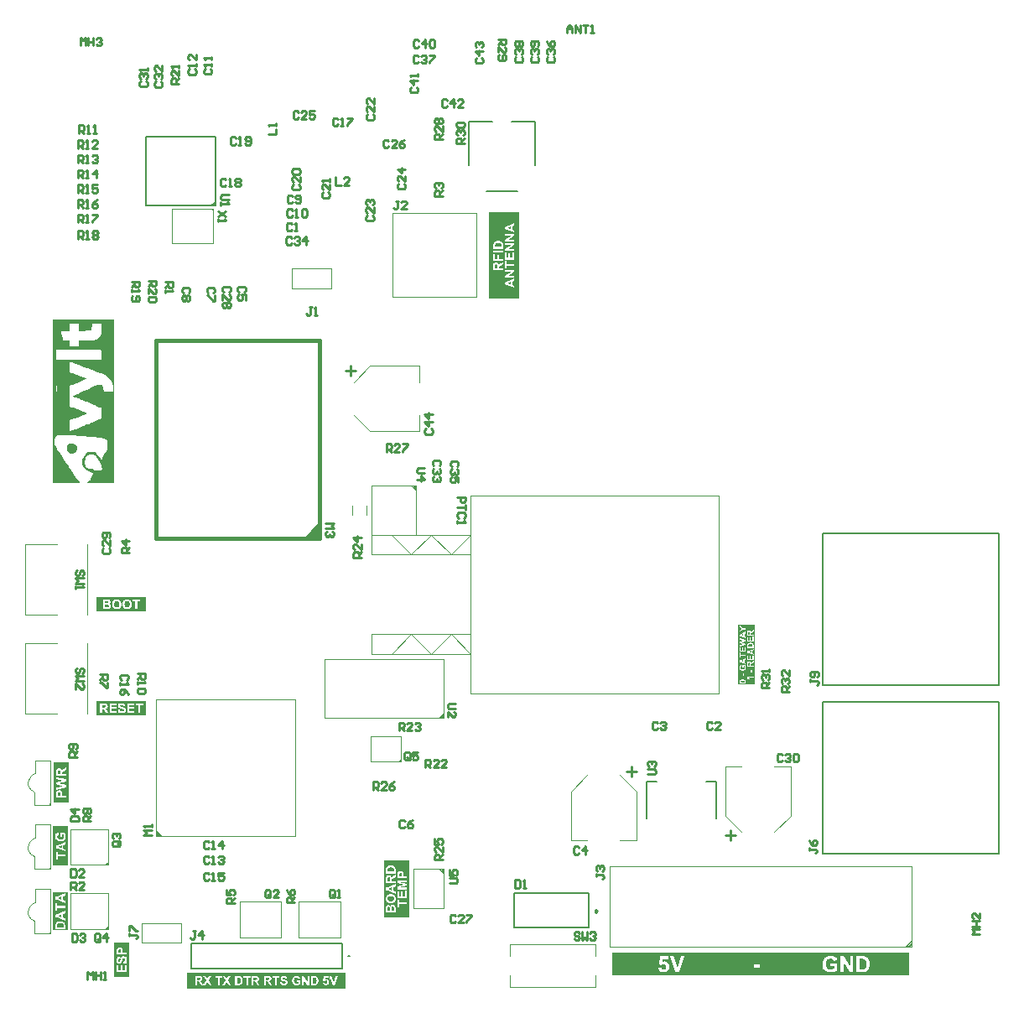
<source format=gto>
G04*
G04 #@! TF.GenerationSoftware,Altium Limited,Altium Designer,24.5.2 (23)*
G04*
G04 Layer_Color=65535*
%FSLAX25Y25*%
%MOIN*%
G70*
G04*
G04 #@! TF.SameCoordinates,CA4C738F-C60C-4ACC-8FA1-BFDE70A38C08*
G04*
G04*
G04 #@! TF.FilePolarity,Positive*
G04*
G01*
G75*
%ADD10C,0.01000*%
%ADD11C,0.00394*%
%ADD12C,0.00787*%
%ADD13C,0.00600*%
%ADD14C,0.01575*%
%ADD15C,0.00500*%
G36*
X26443Y223003D02*
X27023D01*
Y222713D01*
X27313D01*
Y222423D01*
X27603D01*
Y220683D01*
X27313D01*
Y220103D01*
X27023D01*
Y219523D01*
X26443D01*
Y219233D01*
X24703D01*
Y219523D01*
X24123D01*
Y219813D01*
X23833D01*
Y220393D01*
X23543D01*
Y222713D01*
X23833D01*
Y223003D01*
X24123D01*
Y223293D01*
X26443D01*
Y223003D01*
D02*
G37*
G36*
X42393Y207633D02*
X31663D01*
Y207923D01*
X31953D01*
Y208213D01*
X32243D01*
Y208503D01*
X32533D01*
Y208793D01*
X32823D01*
Y209083D01*
X33113D01*
Y209663D01*
X33403D01*
Y210243D01*
X33693D01*
Y211113D01*
X33983D01*
Y211693D01*
X33403D01*
Y211983D01*
X32533D01*
Y212273D01*
X31953D01*
Y212563D01*
X31373D01*
Y212853D01*
X31083D01*
Y213143D01*
X30793D01*
Y213433D01*
X30503D01*
Y213723D01*
X30213D01*
Y214013D01*
X29923D01*
Y214593D01*
X29633D01*
Y217203D01*
X29923D01*
Y217783D01*
X30213D01*
Y218363D01*
X30503D01*
Y218653D01*
X30793D01*
Y218943D01*
X31083D01*
Y219233D01*
X31373D01*
Y219523D01*
X31663D01*
Y219813D01*
X32533D01*
Y220103D01*
X34273D01*
Y219813D01*
X34853D01*
Y219523D01*
X35143D01*
Y219233D01*
X35433D01*
Y218943D01*
X35723D01*
Y218653D01*
X36013D01*
Y218363D01*
X36303D01*
Y218073D01*
X36593D01*
Y217783D01*
X36883D01*
Y216913D01*
X37753D01*
Y218073D01*
X38043D01*
Y218653D01*
X38333D01*
Y219233D01*
X38623D01*
Y219523D01*
X38913D01*
Y220103D01*
X39203D01*
Y220683D01*
X39493D01*
Y220973D01*
X39783D01*
Y224163D01*
X39493D01*
Y224743D01*
X39203D01*
Y225033D01*
X38623D01*
Y225323D01*
X37753D01*
Y225613D01*
X35433D01*
Y225903D01*
X31373D01*
Y226193D01*
X27313D01*
Y226483D01*
X19483D01*
Y226193D01*
X19193D01*
Y225903D01*
X18903D01*
Y225323D01*
X18613D01*
Y222713D01*
X18903D01*
Y222133D01*
X19193D01*
Y221553D01*
X19483D01*
Y221263D01*
X19773D01*
Y220683D01*
X20063D01*
Y220393D01*
X20353D01*
Y219813D01*
X20643D01*
Y219523D01*
X20933D01*
Y218943D01*
X21223D01*
Y218653D01*
X21513D01*
Y218073D01*
X21803D01*
Y217493D01*
X22093D01*
Y217203D01*
X22383D01*
Y216623D01*
X22673D01*
Y216333D01*
X22963D01*
Y215753D01*
X23253D01*
Y215463D01*
X23543D01*
Y214883D01*
X23833D01*
Y214593D01*
X24123D01*
Y214013D01*
X24413D01*
Y213723D01*
X24703D01*
Y213143D01*
X24993D01*
Y212853D01*
X25283D01*
Y212273D01*
X25573D01*
Y211983D01*
X25863D01*
Y211403D01*
X26153D01*
Y211113D01*
X26443D01*
Y210533D01*
X26733D01*
Y210243D01*
X27023D01*
Y209663D01*
X27313D01*
Y209373D01*
X27603D01*
Y209083D01*
X27893D01*
Y208503D01*
X28183D01*
Y208213D01*
X28473D01*
Y207923D01*
X28763D01*
Y207633D01*
X18033D01*
Y272594D01*
X42393D01*
Y207633D01*
D02*
G37*
G36*
X196866Y315243D02*
X203150D01*
Y280820D01*
X196866D01*
X191339D01*
Y315243D01*
X196866D01*
D02*
G37*
G36*
X55118Y156496D02*
X35433D01*
Y162402D01*
X55118D01*
Y156496D01*
D02*
G37*
G36*
X48228Y11220D02*
X42323D01*
Y25000D01*
X48228D01*
Y11220D01*
D02*
G37*
G36*
X134350Y6560D02*
X71358D01*
Y13125D01*
X134350D01*
Y6560D01*
D02*
G37*
G36*
X296970Y127561D02*
X290327D01*
Y151183D01*
X296970D01*
Y127561D01*
D02*
G37*
G36*
X55118Y115157D02*
X35433D01*
Y121063D01*
X55118D01*
Y115157D01*
D02*
G37*
G36*
X24021Y55522D02*
X18116D01*
Y71270D01*
X24021D01*
Y55522D01*
D02*
G37*
G36*
X159594Y34990D02*
X154221D01*
D01*
X149461D01*
Y57529D01*
X159594D01*
Y34990D01*
D02*
G37*
G36*
X24213Y80637D02*
X18307D01*
Y96529D01*
X24213D01*
Y80637D01*
D02*
G37*
G36*
X358268Y11811D02*
X240158D01*
Y20999D01*
X358268D01*
Y11811D01*
D02*
G37*
G36*
X23882Y44900D02*
Y29939D01*
X17976D01*
Y44900D01*
X23882D01*
D02*
G37*
%LPC*%
G36*
X37173Y270854D02*
X33693D01*
Y269694D01*
X33403D01*
Y268244D01*
X30793D01*
Y267954D01*
X28183D01*
Y270854D01*
X24703D01*
Y267954D01*
X21223D01*
Y266794D01*
X21513D01*
Y265634D01*
X21803D01*
Y264764D01*
X22093D01*
Y264184D01*
X24703D01*
Y261864D01*
X28183D01*
Y264184D01*
X34563D01*
Y264474D01*
X35143D01*
Y264764D01*
X35723D01*
Y265054D01*
X36013D01*
Y265344D01*
X36303D01*
Y265634D01*
X36593D01*
Y265924D01*
X36883D01*
Y266504D01*
X37173D01*
Y270854D01*
D02*
G37*
G36*
X36883Y260704D02*
X19193D01*
Y256644D01*
X37173D01*
Y260414D01*
X36883D01*
Y260704D01*
D02*
G37*
G36*
X24993Y255774D02*
X24703D01*
Y251714D01*
X24993D01*
Y251424D01*
X25283D01*
Y251134D01*
X26153D01*
Y250844D01*
X27023D01*
Y250554D01*
X27893D01*
Y250264D01*
X28763D01*
Y249974D01*
X29633D01*
Y249684D01*
X30503D01*
Y249394D01*
X31373D01*
Y248814D01*
X30503D01*
Y248524D01*
X29923D01*
Y248234D01*
X29343D01*
Y247944D01*
X28473D01*
Y247654D01*
X27893D01*
Y247364D01*
X27023D01*
Y247074D01*
X26443D01*
Y246784D01*
X25863D01*
Y246494D01*
X24993D01*
Y246204D01*
X24703D01*
Y238084D01*
X24993D01*
Y237793D01*
X25863D01*
Y237504D01*
X26733D01*
Y237213D01*
X27313D01*
Y236924D01*
X28183D01*
Y236633D01*
X29053D01*
Y236344D01*
X29633D01*
Y236053D01*
X30503D01*
Y235764D01*
X31083D01*
Y235473D01*
X31373D01*
Y234893D01*
X30503D01*
Y234604D01*
X29633D01*
Y234314D01*
X29053D01*
Y234023D01*
X28183D01*
Y233734D01*
X27313D01*
Y233443D01*
X26733D01*
Y233154D01*
X25863D01*
Y232863D01*
X24993D01*
Y232574D01*
X24703D01*
Y228223D01*
X25283D01*
Y228513D01*
X26153D01*
Y228803D01*
X26733D01*
Y229093D01*
X27603D01*
Y229383D01*
X28183D01*
Y229673D01*
X29053D01*
Y229963D01*
X29633D01*
Y230253D01*
X30503D01*
Y230543D01*
X31083D01*
Y230833D01*
X31663D01*
Y231123D01*
X32533D01*
Y231414D01*
X33113D01*
Y231703D01*
X33983D01*
Y231994D01*
X34563D01*
Y232283D01*
X35433D01*
Y232574D01*
X36013D01*
Y232863D01*
X36883D01*
Y233154D01*
X37173D01*
Y237504D01*
X36883D01*
Y237793D01*
X36013D01*
Y238084D01*
X35433D01*
Y238373D01*
X34853D01*
Y238664D01*
X33983D01*
Y238953D01*
X33403D01*
Y239244D01*
X32533D01*
Y239533D01*
X31953D01*
Y239824D01*
X31083D01*
Y240113D01*
X30503D01*
Y240404D01*
X29923D01*
Y240693D01*
X29053D01*
Y240984D01*
X28473D01*
Y241273D01*
X27603D01*
Y241564D01*
X26443D01*
Y241853D01*
X25863D01*
Y242434D01*
X26733D01*
Y242724D01*
X27313D01*
Y243014D01*
X28183D01*
Y243304D01*
X28763D01*
Y243594D01*
X29343D01*
Y243884D01*
X29923D01*
Y244174D01*
X30503D01*
Y244464D01*
X31083D01*
Y244754D01*
X31953D01*
Y245044D01*
X32533D01*
Y245334D01*
X33113D01*
Y245624D01*
X33693D01*
Y245914D01*
X34273D01*
Y246204D01*
X35143D01*
Y246494D01*
X36013D01*
Y246784D01*
X37173D01*
Y246494D01*
X37463D01*
Y246204D01*
X37753D01*
Y245914D01*
X38043D01*
Y244754D01*
X38333D01*
Y243884D01*
X41813D01*
Y246784D01*
X41523D01*
Y247654D01*
X41233D01*
Y248234D01*
X40943D01*
Y248524D01*
X40653D01*
Y248814D01*
X40363D01*
Y249394D01*
X40073D01*
Y249684D01*
X39783D01*
Y249974D01*
X39203D01*
Y250264D01*
X38913D01*
Y250554D01*
X38333D01*
Y250844D01*
X37463D01*
Y251134D01*
X36883D01*
Y251424D01*
X36303D01*
Y251714D01*
X35433D01*
Y252004D01*
X34563D01*
Y252294D01*
X33983D01*
Y252584D01*
X33113D01*
Y252874D01*
X32243D01*
Y253164D01*
X31663D01*
Y253454D01*
X30793D01*
Y253744D01*
X29923D01*
Y254034D01*
X29343D01*
Y254324D01*
X28473D01*
Y254614D01*
X27603D01*
Y254904D01*
X26733D01*
Y255194D01*
X25863D01*
Y255484D01*
X24993D01*
Y255774D01*
D02*
G37*
G36*
X19483Y246204D02*
X19193D01*
Y243884D01*
X19483D01*
Y246204D01*
D02*
G37*
G36*
X34273Y218943D02*
X32243D01*
Y218653D01*
X31663D01*
Y218363D01*
X31373D01*
Y218073D01*
X31083D01*
Y217493D01*
X30793D01*
Y216623D01*
X30503D01*
Y214883D01*
X30793D01*
Y214303D01*
X31083D01*
Y214013D01*
X31373D01*
Y213723D01*
X31953D01*
Y213433D01*
X33113D01*
Y213143D01*
X33983D01*
Y212853D01*
X34273D01*
Y212563D01*
X37173D01*
Y212853D01*
X37463D01*
Y213723D01*
X37173D01*
Y214883D01*
X36883D01*
Y215753D01*
X36593D01*
Y216333D01*
X36303D01*
Y216623D01*
X36013D01*
Y217203D01*
X35723D01*
Y217493D01*
X35433D01*
Y217783D01*
X35143D01*
Y218363D01*
X34853D01*
Y218653D01*
X34273D01*
Y218943D01*
D02*
G37*
G36*
X201400Y310923D02*
X197622Y309405D01*
Y308597D01*
X201400Y307133D01*
Y310923D01*
D02*
G37*
G36*
Y306713D02*
X197622D01*
Y306009D01*
X200166D01*
X197622Y304447D01*
Y303710D01*
X201400D01*
Y306713D01*
D02*
G37*
G36*
X195092Y303866D02*
X195015D01*
X194824Y303860D01*
X194655Y303844D01*
X194573Y303838D01*
X194502Y303827D01*
X194431Y303816D01*
X194371Y303805D01*
X194316Y303789D01*
X194267Y303778D01*
X194224Y303767D01*
X194191Y303762D01*
X194164Y303751D01*
X194142Y303745D01*
X194131Y303740D01*
X194125D01*
X193994Y303691D01*
X193874Y303631D01*
X193771Y303571D01*
X193683Y303511D01*
X193612Y303462D01*
X193558Y303418D01*
X193525Y303391D01*
X193514Y303385D01*
Y303380D01*
X193427Y303287D01*
X193356Y303194D01*
X193296Y303096D01*
X193246Y303008D01*
X193208Y302932D01*
X193181Y302866D01*
X193175Y302845D01*
X193170Y302828D01*
X193164Y302817D01*
Y302812D01*
X193137Y302708D01*
X193121Y302593D01*
X193104Y302473D01*
X193099Y302359D01*
X193093Y302255D01*
X193088Y302211D01*
Y303866D01*
D01*
Y300704D01*
X196866D01*
Y302135D01*
X196861Y302282D01*
X196855Y302419D01*
X196844Y302533D01*
X196828Y302626D01*
X196812Y302702D01*
X196801Y302763D01*
X196795Y302779D01*
Y302795D01*
X196790Y302801D01*
Y302806D01*
X196746Y302926D01*
X196697Y303036D01*
X196648Y303123D01*
X196599Y303199D01*
X196555Y303259D01*
X196522Y303303D01*
X196501Y303330D01*
X196490Y303341D01*
X196386Y303434D01*
X196277Y303516D01*
X196162Y303587D01*
X196058Y303642D01*
X195960Y303685D01*
X195922Y303707D01*
X195889Y303718D01*
X195856Y303729D01*
X195834Y303740D01*
X195823Y303745D01*
X195818D01*
X195687Y303784D01*
X195550Y303816D01*
X195419Y303838D01*
X195294Y303849D01*
X195234Y303855D01*
X195179Y303860D01*
X195135D01*
X195092Y303866D01*
D02*
G37*
G36*
X201400Y302902D02*
X197622D01*
Y302198D01*
X200166D01*
X197622Y300636D01*
Y299899D01*
X201400D01*
Y302902D01*
D02*
G37*
G36*
X196866Y299973D02*
X193088D01*
Y299208D01*
X196866D01*
Y299973D01*
D02*
G37*
G36*
X201400Y299249D02*
X197622D01*
X200761D01*
Y297142D01*
X199735D01*
Y299036D01*
X199096D01*
Y297142D01*
X198261D01*
Y299178D01*
X197622D01*
Y296377D01*
X201400D01*
Y299249D01*
D02*
G37*
G36*
X193727Y298602D02*
X193088D01*
Y296009D01*
X196866D01*
Y296773D01*
X195261D01*
Y298351D01*
X194622D01*
Y296773D01*
X193727D01*
Y298602D01*
D02*
G37*
G36*
X196866Y295594D02*
X196129Y295129D01*
X196053Y295080D01*
X195976Y295031D01*
X195911Y294988D01*
X195851Y294944D01*
X195796Y294906D01*
X195741Y294873D01*
X195660Y294807D01*
X195594Y294758D01*
X195550Y294725D01*
X195523Y294698D01*
X195518Y294693D01*
X195452Y294633D01*
X195392Y294562D01*
X195343Y294496D01*
X195294Y294431D01*
X195256Y294376D01*
X195228Y294332D01*
X195206Y294300D01*
X195201Y294294D01*
Y294289D01*
X195185Y294381D01*
X195163Y294463D01*
X195141Y294540D01*
X195114Y294616D01*
X195086Y294682D01*
X195059Y294742D01*
X195032Y294802D01*
X194999Y294851D01*
X194972Y294895D01*
X194944Y294933D01*
X194917Y294966D01*
X194895Y294988D01*
X194879Y295009D01*
X194862Y295026D01*
X194857Y295031D01*
X194852Y295037D01*
X194797Y295080D01*
X194742Y295119D01*
X194622Y295184D01*
X194508Y295228D01*
X194393Y295255D01*
X194295Y295277D01*
X194256Y295282D01*
X194218D01*
X194191Y295288D01*
X194164D01*
X194153D01*
X194147D01*
X194027Y295282D01*
X193912Y295261D01*
X193814Y295233D01*
X193727Y295206D01*
X193656Y295173D01*
X193601Y295146D01*
X193585Y295135D01*
X193569Y295124D01*
X193563Y295119D01*
X193558D01*
X193465Y295053D01*
X193388Y294982D01*
X193328Y294911D01*
X193274Y294840D01*
X193241Y294775D01*
X193214Y294725D01*
X193197Y294693D01*
X193192Y294687D01*
Y294682D01*
X193175Y294627D01*
X193159Y294567D01*
X193132Y294431D01*
X193115Y294283D01*
X193099Y294141D01*
Y294070D01*
X193093Y294010D01*
Y293950D01*
X193088Y293901D01*
Y295594D01*
X196866D01*
X193088D01*
Y292197D01*
X196866D01*
Y292962D01*
X195288D01*
Y293208D01*
X195294Y293284D01*
X195299Y293350D01*
X195310Y293404D01*
X195316Y293448D01*
X195327Y293475D01*
X195332Y293492D01*
Y293497D01*
X195354Y293541D01*
X195376Y293584D01*
X195403Y293623D01*
X195425Y293661D01*
X195452Y293688D01*
X195474Y293710D01*
X195485Y293721D01*
X195490Y293726D01*
X195518Y293748D01*
X195545Y293775D01*
X195627Y293835D01*
X195714Y293901D01*
X195812Y293972D01*
X195900Y294032D01*
X195944Y294059D01*
X195976Y294081D01*
X196004Y294103D01*
X196026Y294119D01*
X196042Y294125D01*
X196047Y294130D01*
X196866Y294676D01*
Y295594D01*
D02*
G37*
G36*
X198261Y295880D02*
X197622D01*
Y292883D01*
X201400D01*
X198261D01*
Y294002D01*
X201400D01*
Y294766D01*
X198261D01*
Y295880D01*
D02*
G37*
G36*
X201400Y292342D02*
X197622D01*
Y291638D01*
X200166D01*
X197622Y290076D01*
Y289339D01*
X201400D01*
Y292342D01*
D02*
G37*
G36*
Y288930D02*
X197622Y287412D01*
Y286604D01*
X201400Y285140D01*
Y288930D01*
D02*
G37*
%LPD*%
G36*
X199904Y308482D02*
X198501Y308995D01*
X199904Y309525D01*
Y308482D01*
D02*
G37*
G36*
X201400Y307941D02*
X200543Y308253D01*
Y309770D01*
X201400Y310098D01*
Y307941D01*
D02*
G37*
G36*
Y304414D02*
X198910D01*
X201400Y305948D01*
Y304414D01*
D02*
G37*
G36*
X195135Y303074D02*
X195277Y303068D01*
X195392Y303052D01*
X195490Y303041D01*
X195572Y303025D01*
X195605Y303019D01*
X195627Y303008D01*
X195649Y303003D01*
X195665D01*
X195671Y302997D01*
X195676D01*
X195763Y302965D01*
X195840Y302937D01*
X195900Y302899D01*
X195949Y302872D01*
X195987Y302845D01*
X196014Y302823D01*
X196031Y302806D01*
X196036Y302801D01*
X196075Y302752D01*
X196107Y302702D01*
X196135Y302653D01*
X196157Y302604D01*
X196173Y302561D01*
X196184Y302528D01*
X196195Y302506D01*
Y302495D01*
X196206Y302435D01*
X196211Y302364D01*
X196222Y302288D01*
Y302211D01*
X196228Y302140D01*
Y301469D01*
X193727D01*
Y301965D01*
X193732Y302036D01*
Y302102D01*
X193738Y302156D01*
Y302206D01*
X193743Y302255D01*
Y302293D01*
X193754Y302353D01*
X193760Y302397D01*
X193765Y302424D01*
Y302430D01*
X193787Y302506D01*
X193814Y302572D01*
X193842Y302632D01*
X193874Y302686D01*
X193902Y302724D01*
X193923Y302757D01*
X193940Y302773D01*
X193945Y302779D01*
X194000Y302828D01*
X194060Y302872D01*
X194120Y302910D01*
X194175Y302943D01*
X194229Y302965D01*
X194273Y302981D01*
X194300Y302992D01*
X194306Y302997D01*
X194311D01*
X194409Y303025D01*
X194513Y303046D01*
X194628Y303057D01*
X194737Y303068D01*
X194830Y303074D01*
X194873Y303079D01*
X194912D01*
X194939D01*
X194961D01*
X194977D01*
X194983D01*
X195135Y303074D01*
D02*
G37*
G36*
X201400Y300603D02*
X198910D01*
X201400Y302137D01*
Y300603D01*
D02*
G37*
G36*
X194262Y294496D02*
X194316Y294491D01*
X194366Y294474D01*
X194409Y294463D01*
X194442Y294447D01*
X194464Y294431D01*
X194480Y294425D01*
X194486Y294420D01*
X194524Y294387D01*
X194557Y294354D01*
X194606Y294283D01*
X194622Y294256D01*
X194633Y294229D01*
X194644Y294212D01*
Y294207D01*
X194650Y294180D01*
X194660Y294136D01*
X194666Y294092D01*
X194671Y294043D01*
X194677Y293928D01*
X194682Y293814D01*
X194688Y293705D01*
Y292962D01*
X193727D01*
Y293835D01*
X193732Y293885D01*
Y294005D01*
X193738Y294054D01*
Y294087D01*
X193743Y294103D01*
Y294109D01*
X193760Y294174D01*
X193781Y294234D01*
X193803Y294283D01*
X193831Y294321D01*
X193858Y294354D01*
X193874Y294381D01*
X193891Y294392D01*
X193896Y294398D01*
X193940Y294431D01*
X193994Y294458D01*
X194044Y294474D01*
X194093Y294491D01*
X194136Y294496D01*
X194169Y294502D01*
X194191D01*
X194202D01*
X194262Y294496D01*
D02*
G37*
G36*
X201400Y290043D02*
X198910D01*
X201400Y291578D01*
Y290043D01*
D02*
G37*
G36*
X199904Y286489D02*
X198501Y287002D01*
X199904Y287532D01*
Y286489D01*
D02*
G37*
G36*
X201400Y285948D02*
X200543Y286260D01*
Y287778D01*
X201400Y288105D01*
Y285948D01*
D02*
G37*
%LPC*%
G36*
X41061Y161338D02*
D01*
Y159378D01*
Y161338D01*
D02*
G37*
G36*
X52652D02*
X49654D01*
Y160699D01*
X50774D01*
Y157560D01*
X51538D01*
Y160699D01*
X52652D01*
Y157625D01*
Y161338D01*
D02*
G37*
G36*
X39559D02*
X37899D01*
Y157560D01*
X41061D01*
Y158766D01*
Y158652D01*
X41055Y158772D01*
X41033Y158881D01*
X41000Y158974D01*
X40968Y159061D01*
X40935Y159127D01*
X40902Y159176D01*
X40880Y159209D01*
X40875Y159220D01*
X40798Y159307D01*
X40716Y159378D01*
X40624Y159438D01*
X40542Y159482D01*
X40465Y159520D01*
X40400Y159547D01*
X40378Y159553D01*
X40362Y159558D01*
X40351Y159564D01*
X40345D01*
X40433Y159613D01*
X40509Y159662D01*
X40574Y159722D01*
X40629Y159771D01*
X40667Y159820D01*
X40700Y159858D01*
X40722Y159886D01*
X40727Y159897D01*
X40777Y159984D01*
X40815Y160066D01*
X40837Y160148D01*
X40858Y160224D01*
X40869Y160290D01*
X40875Y160339D01*
Y160372D01*
Y160377D01*
Y160382D01*
X40869Y160470D01*
X40858Y160557D01*
X40837Y160628D01*
X40815Y160694D01*
X40793Y160748D01*
X40771Y160792D01*
X40760Y160814D01*
X40755Y160825D01*
X40711Y160896D01*
X40662Y160956D01*
X40613Y161010D01*
X40569Y161059D01*
X40525Y161092D01*
X40493Y161120D01*
X40471Y161136D01*
X40465Y161141D01*
X40400Y161185D01*
X40329Y161218D01*
X40263Y161245D01*
X40203Y161267D01*
X40149Y161283D01*
X40110Y161294D01*
X40083Y161300D01*
X40072D01*
X39979Y161311D01*
X39876Y161322D01*
X39766Y161327D01*
X39657Y161332D01*
X39559Y161338D01*
D02*
G37*
G36*
X47520Y161409D02*
X47481D01*
X47318Y161404D01*
X47159Y161387D01*
X47023Y161360D01*
X46903Y161332D01*
X46854Y161316D01*
X46804Y161305D01*
X46766Y161294D01*
X46733Y161278D01*
X46706Y161273D01*
X46684Y161261D01*
X46673Y161256D01*
X46668D01*
X46570Y161212D01*
X46477Y161158D01*
X46395Y161098D01*
X46324Y161043D01*
X46264Y160994D01*
X46215Y160950D01*
X46187Y160923D01*
X46182Y160918D01*
X46176Y160912D01*
X46100Y160825D01*
X46029Y160732D01*
X45969Y160650D01*
X45920Y160568D01*
X45882Y160497D01*
X45849Y160442D01*
X45843Y160421D01*
X45832Y160404D01*
X45827Y160399D01*
Y160393D01*
X45772Y160240D01*
X45729Y160077D01*
X45702Y159913D01*
X45680Y159760D01*
X45674Y159689D01*
X45669Y159624D01*
X45663Y159569D01*
Y159520D01*
X45658Y159476D01*
Y159422D01*
X45663Y159258D01*
X45680Y159099D01*
X45702Y158952D01*
X45734Y158816D01*
X45772Y158690D01*
X45816Y158575D01*
X45860Y158466D01*
X45909Y158373D01*
X45953Y158286D01*
X45996Y158215D01*
X46040Y158149D01*
X46078Y158095D01*
X46111Y158056D01*
X46133Y158024D01*
X46149Y158007D01*
X46155Y158002D01*
X46253Y157909D01*
X46357Y157833D01*
X46460Y157762D01*
X46575Y157707D01*
X46684Y157658D01*
X46799Y157614D01*
X46903Y157581D01*
X47012Y157554D01*
X47110Y157532D01*
X47203Y157516D01*
X47285Y157505D01*
X47356Y157500D01*
X47410Y157494D01*
X47454Y157489D01*
X45658D01*
D01*
X49321D01*
Y159443D01*
X49316Y159613D01*
X49300Y159771D01*
X49278Y159918D01*
X49245Y160060D01*
X49207Y160186D01*
X49163Y160306D01*
X49119Y160415D01*
X49070Y160508D01*
X49021Y160595D01*
X48978Y160672D01*
X48934Y160737D01*
X48896Y160792D01*
X48868Y160830D01*
X48841Y160863D01*
X48825Y160879D01*
X48819Y160885D01*
X48721Y160978D01*
X48617Y161059D01*
X48508Y161130D01*
X48399Y161191D01*
X48284Y161240D01*
X48175Y161283D01*
X48066Y161316D01*
X47962Y161343D01*
X47864Y161365D01*
X47771Y161382D01*
X47689Y161393D01*
X47618Y161404D01*
X47563D01*
X47520Y161409D01*
D02*
G37*
G36*
X43414D02*
X43376D01*
X43212Y161404D01*
X43053Y161387D01*
X42917Y161360D01*
X42797Y161332D01*
X42748Y161316D01*
X42698Y161305D01*
X42660Y161294D01*
X42628Y161278D01*
X42600Y161273D01*
X42578Y161261D01*
X42567Y161256D01*
X42562D01*
X42464Y161212D01*
X42371Y161158D01*
X42289Y161098D01*
X42218Y161043D01*
X42158Y160994D01*
X42109Y160950D01*
X42081Y160923D01*
X42076Y160918D01*
X42071Y160912D01*
X41994Y160825D01*
X41923Y160732D01*
X41863Y160650D01*
X41814Y160568D01*
X41776Y160497D01*
X41743Y160442D01*
X41737Y160421D01*
X41727Y160404D01*
X41721Y160399D01*
Y160393D01*
X41666Y160240D01*
X41623Y160077D01*
X41596Y159913D01*
X41574Y159760D01*
X41568Y159689D01*
X41563Y159624D01*
X41557Y159569D01*
Y159520D01*
X41552Y159476D01*
Y159422D01*
X41557Y159258D01*
X41574Y159099D01*
X41596Y158952D01*
X41628Y158816D01*
X41666Y158690D01*
X41710Y158575D01*
X41754Y158466D01*
X41803Y158373D01*
X41847Y158286D01*
X41890Y158215D01*
X41934Y158149D01*
X41972Y158095D01*
X42005Y158056D01*
X42027Y158024D01*
X42043Y158007D01*
X42049Y158002D01*
X42147Y157909D01*
X42251Y157833D01*
X42355Y157762D01*
X42469Y157707D01*
X42578Y157658D01*
X42693Y157614D01*
X42797Y157581D01*
X42906Y157554D01*
X43004Y157532D01*
X43097Y157516D01*
X43179Y157505D01*
X43250Y157500D01*
X43304Y157494D01*
X43348Y157489D01*
X41552D01*
D01*
X45215D01*
Y159443D01*
X45210Y159613D01*
X45194Y159771D01*
X45172Y159918D01*
X45139Y160060D01*
X45101Y160186D01*
X45057Y160306D01*
X45013Y160415D01*
X44964Y160508D01*
X44915Y160595D01*
X44872Y160672D01*
X44828Y160737D01*
X44790Y160792D01*
X44762Y160830D01*
X44735Y160863D01*
X44719Y160879D01*
X44713Y160885D01*
X44615Y160978D01*
X44511Y161059D01*
X44402Y161130D01*
X44293Y161191D01*
X44178Y161240D01*
X44069Y161283D01*
X43960Y161316D01*
X43856Y161343D01*
X43758Y161365D01*
X43665Y161382D01*
X43583Y161393D01*
X43512Y161404D01*
X43457D01*
X43414Y161409D01*
D02*
G37*
%LPD*%
G36*
X39483Y160705D02*
X39625D01*
X39657Y160699D01*
X39717D01*
X39739Y160694D01*
X39745D01*
X39810Y160683D01*
X39870Y160666D01*
X39919Y160645D01*
X39963Y160623D01*
X39990Y160601D01*
X40018Y160579D01*
X40029Y160568D01*
X40034Y160563D01*
X40067Y160519D01*
X40089Y160470D01*
X40110Y160426D01*
X40121Y160382D01*
X40127Y160339D01*
X40132Y160306D01*
Y160284D01*
Y160279D01*
X40127Y160213D01*
X40116Y160153D01*
X40094Y160104D01*
X40078Y160060D01*
X40056Y160022D01*
X40034Y160000D01*
X40023Y159984D01*
X40018Y159978D01*
X39974Y159940D01*
X39925Y159913D01*
X39876Y159891D01*
X39827Y159875D01*
X39777Y159858D01*
X39745Y159853D01*
X39723Y159847D01*
X39690D01*
X39657Y159842D01*
X39488D01*
X39395Y159836D01*
X38664D01*
Y160710D01*
X39423D01*
X39483Y160705D01*
D02*
G37*
G36*
X39532Y159203D02*
X39597Y159198D01*
X39663D01*
X39717Y159192D01*
X39766Y159187D01*
X39805Y159181D01*
X39843Y159176D01*
X39870Y159170D01*
X39914Y159165D01*
X39941Y159154D01*
X39947D01*
X40001Y159132D01*
X40050Y159105D01*
X40094Y159078D01*
X40127Y159045D01*
X40154Y159023D01*
X40170Y159001D01*
X40181Y158985D01*
X40187Y158979D01*
X40214Y158930D01*
X40236Y158881D01*
X40252Y158837D01*
X40263Y158788D01*
X40269Y158750D01*
X40274Y158717D01*
Y158695D01*
Y158690D01*
X40269Y158619D01*
X40258Y158553D01*
X40242Y158499D01*
X40220Y158455D01*
X40198Y158417D01*
X40181Y158390D01*
X40170Y158373D01*
X40165Y158368D01*
X40121Y158329D01*
X40078Y158297D01*
X40029Y158270D01*
X39985Y158248D01*
X39947Y158237D01*
X39914Y158226D01*
X39892Y158220D01*
X39887D01*
X39865Y158215D01*
X39832D01*
X39761Y158209D01*
X39674Y158204D01*
X39586D01*
X39504Y158198D01*
X38664D01*
Y159209D01*
X39455D01*
X39532Y159203D01*
D02*
G37*
G36*
X41061Y157560D02*
X39537D01*
X39630Y157565D01*
X39794D01*
X39859Y157571D01*
X39963D01*
X40001Y157576D01*
X40056D01*
X40078Y157581D01*
X40099D01*
X40209Y157598D01*
X40307Y157625D01*
X40394Y157652D01*
X40471Y157685D01*
X40531Y157712D01*
X40574Y157740D01*
X40602Y157756D01*
X40613Y157762D01*
X40689Y157822D01*
X40749Y157887D01*
X40809Y157947D01*
X40853Y158013D01*
X40891Y158067D01*
X40918Y158111D01*
X40935Y158138D01*
X40940Y158149D01*
X40979Y158242D01*
X41011Y158329D01*
X41033Y158417D01*
X41044Y158493D01*
X41055Y158559D01*
X41061Y158608D01*
Y157560D01*
D02*
G37*
G36*
X47580Y160754D02*
X47662Y160743D01*
X47738Y160732D01*
X47809Y160710D01*
X47935Y160655D01*
X47995Y160628D01*
X48044Y160601D01*
X48093Y160568D01*
X48131Y160541D01*
X48164Y160513D01*
X48197Y160486D01*
X48219Y160464D01*
X48235Y160453D01*
X48240Y160442D01*
X48246Y160437D01*
X48295Y160372D01*
X48344Y160301D01*
X48382Y160230D01*
X48415Y160148D01*
X48464Y159984D01*
X48497Y159826D01*
X48513Y159755D01*
X48519Y159684D01*
X48524Y159624D01*
X48530Y159569D01*
X48535Y159520D01*
Y159487D01*
Y159465D01*
Y159460D01*
X48530Y159340D01*
X48524Y159225D01*
X48508Y159121D01*
X48491Y159028D01*
X48470Y158936D01*
X48442Y158854D01*
X48415Y158783D01*
X48388Y158717D01*
X48360Y158657D01*
X48333Y158608D01*
X48311Y158564D01*
X48284Y158526D01*
X48268Y158499D01*
X48251Y158482D01*
X48246Y158472D01*
X48240Y158466D01*
X48186Y158406D01*
X48126Y158357D01*
X48060Y158313D01*
X48000Y158275D01*
X47935Y158248D01*
X47875Y158220D01*
X47754Y158182D01*
X47651Y158155D01*
X47607Y158149D01*
X47569Y158144D01*
X47536Y158138D01*
X47492D01*
X47410Y158144D01*
X47329Y158155D01*
X47252Y158171D01*
X47181Y158193D01*
X47050Y158242D01*
X46946Y158308D01*
X46897Y158335D01*
X46859Y158368D01*
X46821Y158395D01*
X46793Y158422D01*
X46772Y158439D01*
X46755Y158455D01*
X46744Y158466D01*
X46739Y158472D01*
X46690Y158537D01*
X46641Y158608D01*
X46602Y158684D01*
X46570Y158766D01*
X46515Y158925D01*
X46482Y159083D01*
X46471Y159159D01*
X46460Y159225D01*
X46455Y159291D01*
X46450Y159345D01*
X46444Y159389D01*
Y159422D01*
Y159443D01*
Y159449D01*
X46450Y159569D01*
X46455Y159678D01*
X46471Y159782D01*
X46488Y159880D01*
X46510Y159968D01*
X46531Y160049D01*
X46559Y160120D01*
X46586Y160186D01*
X46613Y160246D01*
X46641Y160295D01*
X46662Y160333D01*
X46684Y160372D01*
X46701Y160399D01*
X46717Y160415D01*
X46722Y160426D01*
X46728Y160432D01*
X46782Y160492D01*
X46843Y160541D01*
X46908Y160584D01*
X46968Y160623D01*
X47034Y160655D01*
X47099Y160677D01*
X47219Y160721D01*
X47329Y160743D01*
X47372Y160748D01*
X47416Y160754D01*
X47449Y160759D01*
X47492D01*
X47580Y160754D01*
D02*
G37*
G36*
X49321Y157489D02*
X47492D01*
X47645Y157494D01*
X47787Y157510D01*
X47924Y157538D01*
X48049Y157571D01*
X48169Y157609D01*
X48279Y157652D01*
X48377Y157696D01*
X48470Y157745D01*
X48546Y157794D01*
X48617Y157838D01*
X48677Y157882D01*
X48726Y157920D01*
X48770Y157953D01*
X48797Y157980D01*
X48814Y157996D01*
X48819Y158002D01*
X48906Y158106D01*
X48983Y158215D01*
X49054Y158329D01*
X49108Y158444D01*
X49158Y158564D01*
X49201Y158684D01*
X49234Y158805D01*
X49261Y158919D01*
X49278Y159023D01*
X49294Y159127D01*
X49305Y159214D01*
X49316Y159291D01*
Y159356D01*
X49321Y159405D01*
Y157489D01*
D02*
G37*
G36*
X43474Y160754D02*
X43556Y160743D01*
X43632Y160732D01*
X43703Y160710D01*
X43829Y160655D01*
X43889Y160628D01*
X43938Y160601D01*
X43987Y160568D01*
X44025Y160541D01*
X44058Y160513D01*
X44091Y160486D01*
X44113Y160464D01*
X44129Y160453D01*
X44134Y160442D01*
X44140Y160437D01*
X44189Y160372D01*
X44238Y160301D01*
X44276Y160230D01*
X44309Y160148D01*
X44358Y159984D01*
X44391Y159826D01*
X44407Y159755D01*
X44413Y159684D01*
X44418Y159624D01*
X44424Y159569D01*
X44429Y159520D01*
Y159487D01*
Y159465D01*
Y159460D01*
X44424Y159340D01*
X44418Y159225D01*
X44402Y159121D01*
X44386Y159028D01*
X44364Y158936D01*
X44337Y158854D01*
X44309Y158783D01*
X44282Y158717D01*
X44255Y158657D01*
X44227Y158608D01*
X44205Y158564D01*
X44178Y158526D01*
X44162Y158499D01*
X44145Y158482D01*
X44140Y158472D01*
X44134Y158466D01*
X44080Y158406D01*
X44020Y158357D01*
X43954Y158313D01*
X43894Y158275D01*
X43829Y158248D01*
X43769Y158220D01*
X43648Y158182D01*
X43545Y158155D01*
X43501Y158149D01*
X43463Y158144D01*
X43430Y158138D01*
X43386D01*
X43304Y158144D01*
X43223Y158155D01*
X43146Y158171D01*
X43075Y158193D01*
X42944Y158242D01*
X42840Y158308D01*
X42791Y158335D01*
X42753Y158368D01*
X42715Y158395D01*
X42687Y158422D01*
X42666Y158439D01*
X42649Y158455D01*
X42638Y158466D01*
X42633Y158472D01*
X42584Y158537D01*
X42535Y158608D01*
X42496Y158684D01*
X42464Y158766D01*
X42409Y158925D01*
X42376Y159083D01*
X42365Y159159D01*
X42355Y159225D01*
X42349Y159291D01*
X42344Y159345D01*
X42338Y159389D01*
Y159422D01*
Y159443D01*
Y159449D01*
X42344Y159569D01*
X42349Y159678D01*
X42365Y159782D01*
X42382Y159880D01*
X42404Y159968D01*
X42426Y160049D01*
X42453Y160120D01*
X42480Y160186D01*
X42507Y160246D01*
X42535Y160295D01*
X42557Y160333D01*
X42578Y160372D01*
X42595Y160399D01*
X42611Y160415D01*
X42617Y160426D01*
X42622Y160432D01*
X42677Y160492D01*
X42737Y160541D01*
X42802Y160584D01*
X42862Y160623D01*
X42928Y160655D01*
X42993Y160677D01*
X43113Y160721D01*
X43223Y160743D01*
X43266Y160748D01*
X43310Y160754D01*
X43343Y160759D01*
X43386D01*
X43474Y160754D01*
D02*
G37*
G36*
X45215Y157489D02*
X43386D01*
X43539Y157494D01*
X43681Y157510D01*
X43818Y157538D01*
X43943Y157571D01*
X44063Y157609D01*
X44173Y157652D01*
X44271Y157696D01*
X44364Y157745D01*
X44440Y157794D01*
X44511Y157838D01*
X44571Y157882D01*
X44620Y157920D01*
X44664Y157953D01*
X44691Y157980D01*
X44708Y157996D01*
X44713Y158002D01*
X44801Y158106D01*
X44877Y158215D01*
X44948Y158329D01*
X45003Y158444D01*
X45052Y158564D01*
X45095Y158684D01*
X45128Y158805D01*
X45156Y158919D01*
X45172Y159023D01*
X45188Y159127D01*
X45199Y159214D01*
X45210Y159291D01*
Y159356D01*
X45215Y159405D01*
Y157489D01*
D02*
G37*
%LPC*%
G36*
X47165Y23079D02*
X43387D01*
Y20185D01*
X47165D01*
Y21577D01*
Y20949D01*
X45740D01*
Y21626D01*
X45734Y21708D01*
Y21785D01*
X45729Y21856D01*
X45723Y21921D01*
X45718Y21981D01*
X45712Y22031D01*
Y22080D01*
X45707Y22118D01*
X45702Y22156D01*
X45696Y22183D01*
Y22205D01*
X45691Y22222D01*
Y22233D01*
X45669Y22309D01*
X45641Y22380D01*
X45614Y22445D01*
X45581Y22506D01*
X45554Y22555D01*
X45532Y22593D01*
X45516Y22615D01*
X45510Y22626D01*
X45456Y22697D01*
X45396Y22757D01*
X45330Y22817D01*
X45276Y22861D01*
X45221Y22899D01*
X45177Y22926D01*
X45150Y22942D01*
X45139Y22948D01*
X45046Y22991D01*
X44948Y23024D01*
X44844Y23046D01*
X44752Y23063D01*
X44675Y23073D01*
X44637D01*
X44609Y23079D01*
X47165D01*
D02*
G37*
G36*
X47236Y19535D02*
D01*
Y18018D01*
X47230Y18192D01*
X47214Y18350D01*
X47192Y18493D01*
X47181Y18553D01*
X47165Y18613D01*
X47154Y18662D01*
X47143Y18705D01*
X47132Y18744D01*
X47121Y18776D01*
X47110Y18804D01*
X47105Y18820D01*
X47099Y18831D01*
Y18836D01*
X47039Y18957D01*
X46974Y19055D01*
X46908Y19148D01*
X46837Y19219D01*
X46777Y19273D01*
X46722Y19317D01*
X46690Y19339D01*
X46684Y19350D01*
X46679D01*
X46570Y19410D01*
X46466Y19459D01*
X46362Y19492D01*
X46264Y19513D01*
X46187Y19524D01*
X46149Y19530D01*
X46122Y19535D01*
X46067D01*
X45936Y19530D01*
X45822Y19513D01*
X45718Y19486D01*
X45630Y19459D01*
X45560Y19432D01*
X45510Y19404D01*
X45478Y19388D01*
X45467Y19383D01*
X45379Y19322D01*
X45303Y19251D01*
X45237Y19180D01*
X45183Y19115D01*
X45139Y19055D01*
X45106Y19006D01*
X45085Y18973D01*
X45079Y18968D01*
Y18962D01*
X45052Y18907D01*
X45024Y18853D01*
X44975Y18722D01*
X44932Y18585D01*
X44888Y18454D01*
X44872Y18394D01*
X44855Y18334D01*
X44839Y18280D01*
X44828Y18236D01*
X44817Y18198D01*
X44811Y18170D01*
X44806Y18148D01*
Y18143D01*
X44779Y18045D01*
X44757Y17957D01*
X44735Y17876D01*
X44713Y17799D01*
X44691Y17739D01*
X44670Y17679D01*
X44648Y17630D01*
X44631Y17586D01*
X44615Y17548D01*
X44599Y17521D01*
X44588Y17493D01*
X44577Y17477D01*
X44560Y17450D01*
X44555Y17444D01*
X44517Y17406D01*
X44478Y17379D01*
X44440Y17362D01*
X44402Y17351D01*
X44375Y17340D01*
X44347Y17335D01*
X44331D01*
X44326D01*
X44271Y17340D01*
X44227Y17351D01*
X44184Y17373D01*
X44151Y17395D01*
X44124Y17417D01*
X44107Y17439D01*
X44096Y17450D01*
X44091Y17455D01*
X44042Y17531D01*
X44009Y17613D01*
X43982Y17701D01*
X43965Y17783D01*
X43954Y17854D01*
X43949Y17914D01*
Y17968D01*
X43954Y18083D01*
X43971Y18181D01*
X43992Y18263D01*
X44014Y18329D01*
X44036Y18383D01*
X44058Y18421D01*
X44074Y18443D01*
X44080Y18449D01*
X44135Y18503D01*
X44200Y18553D01*
X44265Y18591D01*
X44337Y18618D01*
X44397Y18640D01*
X44446Y18651D01*
X44484Y18662D01*
X44489D01*
X44495D01*
X44467Y19426D01*
X44369Y19421D01*
X44282Y19404D01*
X44194Y19383D01*
X44118Y19355D01*
X44042Y19328D01*
X43971Y19295D01*
X43911Y19262D01*
X43851Y19230D01*
X43801Y19191D01*
X43758Y19159D01*
X43720Y19126D01*
X43687Y19098D01*
X43665Y19077D01*
X43649Y19060D01*
X43638Y19049D01*
X43632Y19044D01*
X43578Y18973D01*
X43528Y18896D01*
X43485Y18815D01*
X43446Y18727D01*
X43419Y18640D01*
X43392Y18553D01*
X43354Y18378D01*
X43343Y18296D01*
X43332Y18225D01*
X43326Y18154D01*
X43321Y18094D01*
X43316Y18045D01*
Y17979D01*
X43321Y17821D01*
X43337Y17679D01*
X43359Y17553D01*
X43381Y17444D01*
X43397Y17395D01*
X43408Y17351D01*
X43419Y17319D01*
X43430Y17286D01*
X43441Y17264D01*
X43446Y17248D01*
X43452Y17237D01*
Y17231D01*
X43507Y17122D01*
X43567Y17029D01*
X43632Y16947D01*
X43692Y16882D01*
X43747Y16827D01*
X43791Y16794D01*
X43823Y16767D01*
X43829Y16762D01*
X43834D01*
X43927Y16707D01*
X44025Y16669D01*
X44118Y16642D01*
X44200Y16625D01*
X44271Y16614D01*
X44326Y16603D01*
X44347D01*
X44364D01*
X44369D01*
X44375D01*
X44457Y16609D01*
X44539Y16620D01*
X44609Y16636D01*
X44681Y16658D01*
X44811Y16713D01*
X44926Y16778D01*
X44975Y16805D01*
X45013Y16838D01*
X45052Y16865D01*
X45085Y16893D01*
X45106Y16915D01*
X45123Y16931D01*
X45134Y16942D01*
X45139Y16947D01*
X45177Y16996D01*
X45216Y17056D01*
X45254Y17117D01*
X45287Y17188D01*
X45352Y17324D01*
X45407Y17466D01*
X45428Y17537D01*
X45450Y17597D01*
X45467Y17657D01*
X45483Y17706D01*
X45494Y17744D01*
X45505Y17777D01*
X45510Y17799D01*
Y17805D01*
X45532Y17892D01*
X45554Y17968D01*
X45570Y18039D01*
X45587Y18105D01*
X45603Y18159D01*
X45614Y18209D01*
X45630Y18252D01*
X45641Y18291D01*
X45647Y18323D01*
X45658Y18350D01*
X45669Y18389D01*
X45680Y18411D01*
Y18416D01*
X45707Y18487D01*
X45734Y18542D01*
X45762Y18591D01*
X45789Y18629D01*
X45811Y18656D01*
X45827Y18673D01*
X45838Y18684D01*
X45843Y18689D01*
X45882Y18716D01*
X45920Y18738D01*
X45958Y18749D01*
X45991Y18760D01*
X46024Y18766D01*
X46051Y18771D01*
X46067D01*
X46073D01*
X46149Y18766D01*
X46215Y18744D01*
X46280Y18711D01*
X46335Y18678D01*
X46379Y18640D01*
X46411Y18613D01*
X46433Y18591D01*
X46439Y18580D01*
X46488Y18503D01*
X46526Y18416D01*
X46553Y18323D01*
X46570Y18236D01*
X46581Y18154D01*
X46591Y18088D01*
Y18028D01*
X46586Y17903D01*
X46564Y17794D01*
X46537Y17701D01*
X46504Y17619D01*
X46471Y17553D01*
X46444Y17510D01*
X46422Y17482D01*
X46417Y17471D01*
X46340Y17401D01*
X46258Y17346D01*
X46166Y17297D01*
X46073Y17264D01*
X45991Y17237D01*
X45925Y17215D01*
X45904Y17209D01*
X45882D01*
X45871Y17204D01*
X45865D01*
X45936Y16461D01*
X46051Y16478D01*
X46160Y16500D01*
X46264Y16532D01*
X46357Y16560D01*
X46444Y16598D01*
X46526Y16636D01*
X46597Y16674D01*
X46663Y16713D01*
X46717Y16751D01*
X46766Y16789D01*
X46810Y16822D01*
X46848Y16854D01*
X46875Y16876D01*
X46892Y16898D01*
X46903Y16909D01*
X46908Y16915D01*
X46968Y16991D01*
X47017Y17073D01*
X47061Y17160D01*
X47099Y17253D01*
X47127Y17340D01*
X47154Y17433D01*
X47192Y17613D01*
X47208Y17695D01*
X47219Y17772D01*
X47225Y17837D01*
X47230Y17897D01*
X47236Y17946D01*
Y16461D01*
Y19535D01*
D02*
G37*
G36*
X47165Y16014D02*
X43387D01*
X46526D01*
Y13906D01*
X45500D01*
Y15801D01*
X44861D01*
Y13906D01*
X44025D01*
Y15943D01*
X43387D01*
Y13142D01*
X47165D01*
Y16014D01*
D02*
G37*
%LPD*%
G36*
X44391Y23068D02*
X44244Y23046D01*
X44124Y23008D01*
X44014Y22970D01*
X43971Y22948D01*
X43933Y22926D01*
X43900Y22910D01*
X43867Y22888D01*
X43845Y22877D01*
X43829Y22866D01*
X43823Y22855D01*
X43818D01*
X43720Y22768D01*
X43638Y22680D01*
X43572Y22588D01*
X43523Y22506D01*
X43490Y22429D01*
X43463Y22369D01*
X43457Y22347D01*
X43452Y22331D01*
X43446Y22320D01*
Y22314D01*
X43436Y22271D01*
X43425Y22216D01*
X43419Y22151D01*
X43414Y22085D01*
X43403Y21932D01*
X43392Y21779D01*
Y21637D01*
X43387Y21577D01*
Y23079D01*
X44550D01*
X44391Y23068D01*
D02*
G37*
G36*
X44626Y22287D02*
X44681Y22282D01*
X44730Y22265D01*
X44773Y22249D01*
X44811Y22233D01*
X44839Y22222D01*
X44855Y22211D01*
X44861Y22205D01*
X44904Y22173D01*
X44943Y22129D01*
X44975Y22091D01*
X45003Y22052D01*
X45019Y22020D01*
X45035Y21992D01*
X45041Y21971D01*
X45046Y21965D01*
X45057Y21932D01*
X45063Y21894D01*
X45079Y21807D01*
X45090Y21708D01*
X45095Y21610D01*
Y21512D01*
X45101Y21474D01*
Y20949D01*
X44025D01*
Y21517D01*
X44031Y21572D01*
Y21621D01*
X44036Y21670D01*
Y21741D01*
X44042Y21796D01*
X44047Y21834D01*
X44053Y21856D01*
Y21861D01*
X44069Y21927D01*
X44091Y21987D01*
X44118Y22041D01*
X44151Y22085D01*
X44178Y22118D01*
X44200Y22145D01*
X44216Y22162D01*
X44222Y22167D01*
X44276Y22211D01*
X44331Y22238D01*
X44391Y22260D01*
X44446Y22276D01*
X44495Y22287D01*
X44533Y22293D01*
X44555D01*
X44566D01*
X44626Y22287D01*
D02*
G37*
%LPC*%
G36*
X114857Y11673D02*
X114796D01*
D01*
D01*
D01*
X113047D01*
X114796D01*
X114612Y11668D01*
X114449Y11648D01*
X114378Y11633D01*
X114306Y11617D01*
X114240Y11602D01*
X114184Y11587D01*
X114133Y11566D01*
X114082Y11551D01*
X114046Y11536D01*
X114011Y11525D01*
X113985Y11510D01*
X113965Y11505D01*
X113954Y11495D01*
X113949D01*
X113791Y11403D01*
X113725Y11347D01*
X113659Y11296D01*
X113598Y11240D01*
X113541Y11184D01*
X113490Y11128D01*
X113444Y11077D01*
X113409Y11026D01*
X113373Y10980D01*
X113342Y10939D01*
X113317Y10903D01*
X113302Y10873D01*
X113286Y10852D01*
X113281Y10837D01*
X113276Y10832D01*
X113235Y10750D01*
X113200Y10669D01*
X113144Y10500D01*
X113103Y10332D01*
X113077Y10184D01*
X113067Y10113D01*
X113057Y10052D01*
X113052Y9995D01*
Y9945D01*
X113047Y9909D01*
Y9929D01*
Y9853D01*
X113057Y9664D01*
X113077Y9491D01*
X113113Y9332D01*
X113128Y9256D01*
X113149Y9190D01*
X113169Y9128D01*
X113184Y9072D01*
X113205Y9026D01*
X113220Y8986D01*
X113230Y8955D01*
X113241Y8930D01*
X113251Y8914D01*
Y8909D01*
X113337Y8756D01*
X113434Y8624D01*
X113536Y8506D01*
X113638Y8415D01*
X113684Y8374D01*
X113730Y8338D01*
X113766Y8307D01*
X113802Y8287D01*
X113827Y8267D01*
X113853Y8251D01*
X113863Y8246D01*
X113868Y8241D01*
X113949Y8200D01*
X114026Y8165D01*
X114194Y8108D01*
X114357Y8068D01*
X114505Y8042D01*
X114577Y8032D01*
X114638Y8022D01*
X114694Y8017D01*
X114745D01*
X114781Y8012D01*
X113047D01*
X116346D01*
X114837D01*
X115000Y8017D01*
X115153Y8037D01*
X115301Y8063D01*
X115428Y8093D01*
X115484Y8108D01*
X115535Y8124D01*
X115581Y8139D01*
X115622Y8149D01*
X115653Y8160D01*
X115673Y8170D01*
X115689Y8175D01*
X115694D01*
X115847Y8236D01*
X115974Y8302D01*
X116086Y8369D01*
X116183Y8425D01*
X116255Y8476D01*
X116280Y8496D01*
X116306Y8517D01*
X116321Y8532D01*
X116336Y8542D01*
X116346Y8552D01*
Y9970D01*
X114811D01*
Y9373D01*
X115627D01*
Y8919D01*
X115566Y8873D01*
X115500Y8833D01*
X115434Y8797D01*
X115372Y8766D01*
X115321Y8741D01*
X115275Y8721D01*
X115250Y8710D01*
X115245Y8705D01*
X115240D01*
X115158Y8675D01*
X115076Y8654D01*
X115000Y8639D01*
X114934Y8629D01*
X114873Y8624D01*
X114832Y8619D01*
X114791D01*
X114709Y8624D01*
X114628Y8634D01*
X114556Y8649D01*
X114485Y8670D01*
X114357Y8721D01*
X114306Y8746D01*
X114255Y8777D01*
X114209Y8807D01*
X114169Y8833D01*
X114138Y8863D01*
X114108Y8884D01*
X114087Y8904D01*
X114072Y8919D01*
X114062Y8930D01*
X114057Y8935D01*
X114011Y8996D01*
X113965Y9067D01*
X113929Y9139D01*
X113898Y9215D01*
X113847Y9373D01*
X113817Y9526D01*
X113807Y9598D01*
X113796Y9669D01*
X113791Y9725D01*
X113786Y9781D01*
X113781Y9822D01*
Y9858D01*
Y9878D01*
Y9883D01*
X113786Y9990D01*
X113791Y10087D01*
X113807Y10184D01*
X113822Y10271D01*
X113842Y10347D01*
X113868Y10419D01*
X113893Y10485D01*
X113919Y10546D01*
X113939Y10597D01*
X113965Y10643D01*
X113990Y10679D01*
X114011Y10710D01*
X114026Y10735D01*
X114041Y10750D01*
X114046Y10761D01*
X114051Y10766D01*
X114108Y10817D01*
X114164Y10868D01*
X114225Y10903D01*
X114286Y10939D01*
X114347Y10970D01*
X114408Y10995D01*
X114526Y11031D01*
X114582Y11041D01*
X114633Y11051D01*
X114679Y11056D01*
X114719Y11061D01*
X114750Y11067D01*
X114796D01*
X114908Y11061D01*
X115005Y11041D01*
X115092Y11021D01*
X115168Y10990D01*
X115224Y10965D01*
X115270Y10939D01*
X115296Y10919D01*
X115306Y10914D01*
X115377Y10852D01*
X115439Y10786D01*
X115490Y10720D01*
X115525Y10653D01*
X115556Y10592D01*
X115576Y10546D01*
X115586Y10516D01*
X115592Y10511D01*
Y10505D01*
X116300Y10638D01*
X116280Y10725D01*
X116250Y10812D01*
X116219Y10888D01*
X116178Y10959D01*
X116142Y11031D01*
X116102Y11092D01*
X116061Y11148D01*
X116020Y11199D01*
X115979Y11245D01*
X115944Y11286D01*
X115913Y11321D01*
X115882Y11347D01*
X115857Y11367D01*
X115836Y11388D01*
X115826Y11393D01*
X115821Y11398D01*
X115750Y11449D01*
X115673Y11490D01*
X115592Y11525D01*
X115505Y11556D01*
X115337Y11607D01*
X115173Y11638D01*
X115097Y11653D01*
X115025Y11658D01*
X114959Y11663D01*
X114903Y11668D01*
X114857Y11673D01*
D02*
G37*
G36*
X109803D02*
X109742D01*
X109594Y11668D01*
X109461Y11653D01*
X109344Y11633D01*
X109242Y11612D01*
X109196Y11597D01*
X109155Y11587D01*
X109125Y11576D01*
X109094Y11566D01*
X109074Y11556D01*
X109058Y11551D01*
X109048Y11546D01*
X109043D01*
X108941Y11495D01*
X108854Y11439D01*
X108778Y11378D01*
X108717Y11321D01*
X108666Y11270D01*
X108635Y11230D01*
X108610Y11199D01*
X108605Y11194D01*
Y11189D01*
X108554Y11102D01*
X108518Y11010D01*
X108492Y10924D01*
X108477Y10847D01*
X108467Y10781D01*
X108457Y10730D01*
Y10710D01*
Y10694D01*
Y10689D01*
Y10684D01*
X108462Y10607D01*
X108472Y10531D01*
X108487Y10465D01*
X108508Y10398D01*
X108559Y10276D01*
X108620Y10169D01*
X108645Y10123D01*
X108676Y10087D01*
X108702Y10052D01*
X108727Y10021D01*
X108747Y10001D01*
X108763Y9985D01*
X108773Y9975D01*
X108778Y9970D01*
X108824Y9934D01*
X108880Y9899D01*
X108936Y9863D01*
X109002Y9832D01*
X109130Y9771D01*
X109263Y9720D01*
X109329Y9700D01*
X109385Y9679D01*
X109441Y9664D01*
X109487Y9649D01*
X109523Y9639D01*
X109553Y9628D01*
X109574Y9623D01*
X109579D01*
X109660Y9603D01*
X109732Y9582D01*
X109798Y9567D01*
X109859Y9552D01*
X109910Y9537D01*
X109956Y9526D01*
X109997Y9511D01*
X110033Y9501D01*
X110063Y9496D01*
X110089Y9486D01*
X110124Y9475D01*
X110145Y9465D01*
X110150D01*
X110216Y9440D01*
X110267Y9414D01*
X110313Y9389D01*
X110349Y9363D01*
X110374Y9343D01*
X110390Y9327D01*
X110400Y9317D01*
X110405Y9312D01*
X110430Y9276D01*
X110451Y9241D01*
X110461Y9205D01*
X110471Y9174D01*
X110476Y9144D01*
X110481Y9118D01*
Y9103D01*
Y9098D01*
X110476Y9026D01*
X110456Y8965D01*
X110425Y8904D01*
X110395Y8853D01*
X110359Y8812D01*
X110334Y8782D01*
X110313Y8761D01*
X110303Y8756D01*
X110231Y8710D01*
X110150Y8675D01*
X110063Y8649D01*
X109982Y8634D01*
X109905Y8624D01*
X109844Y8613D01*
X109788D01*
X109670Y8619D01*
X109569Y8639D01*
X109482Y8664D01*
X109405Y8695D01*
X109344Y8726D01*
X109303Y8751D01*
X109278Y8771D01*
X109268Y8777D01*
X109201Y8848D01*
X109150Y8924D01*
X109104Y9011D01*
X109074Y9098D01*
X109048Y9174D01*
X109028Y9236D01*
X109023Y9256D01*
Y9276D01*
X109018Y9287D01*
Y9292D01*
X108324Y9225D01*
X108339Y9118D01*
X108360Y9016D01*
X108390Y8919D01*
X108416Y8833D01*
X108452Y8751D01*
X108487Y8675D01*
X108523Y8608D01*
X108559Y8547D01*
X108594Y8496D01*
X108630Y8450D01*
X108661Y8409D01*
X108691Y8374D01*
X108712Y8348D01*
X108732Y8333D01*
X108742Y8323D01*
X108747Y8318D01*
X108819Y8262D01*
X108895Y8216D01*
X108977Y8175D01*
X109064Y8139D01*
X109145Y8114D01*
X109232Y8088D01*
X109400Y8052D01*
X109477Y8037D01*
X109548Y8027D01*
X109609Y8022D01*
X109665Y8017D01*
X109711Y8012D01*
X108324D01*
X111195D01*
Y9103D01*
X111190Y9225D01*
X111175Y9332D01*
X111150Y9429D01*
X111124Y9511D01*
X111099Y9577D01*
X111073Y9623D01*
X111058Y9654D01*
X111053Y9664D01*
X110996Y9746D01*
X110930Y9817D01*
X110864Y9878D01*
X110803Y9929D01*
X110747Y9970D01*
X110701Y10001D01*
X110670Y10021D01*
X110665Y10026D01*
X110660D01*
X110609Y10052D01*
X110558Y10077D01*
X110435Y10123D01*
X110308Y10164D01*
X110186Y10205D01*
X110129Y10220D01*
X110073Y10235D01*
X110022Y10250D01*
X109982Y10261D01*
X109946Y10271D01*
X109920Y10276D01*
X109900Y10281D01*
X109895D01*
X109803Y10307D01*
X109722Y10327D01*
X109645Y10347D01*
X109574Y10368D01*
X109518Y10388D01*
X109461Y10409D01*
X109415Y10429D01*
X109375Y10444D01*
X109339Y10460D01*
X109313Y10475D01*
X109288Y10485D01*
X109273Y10495D01*
X109247Y10511D01*
X109242Y10516D01*
X109206Y10551D01*
X109181Y10587D01*
X109166Y10623D01*
X109155Y10659D01*
X109145Y10684D01*
X109140Y10710D01*
Y10725D01*
Y10730D01*
X109145Y10781D01*
X109155Y10822D01*
X109176Y10863D01*
X109196Y10893D01*
X109217Y10919D01*
X109237Y10934D01*
X109247Y10944D01*
X109252Y10949D01*
X109324Y10995D01*
X109400Y11026D01*
X109482Y11051D01*
X109558Y11067D01*
X109625Y11077D01*
X109681Y11082D01*
X109732D01*
X109839Y11077D01*
X109931Y11061D01*
X110007Y11041D01*
X110068Y11021D01*
X110119Y11000D01*
X110155Y10980D01*
X110175Y10965D01*
X110180Y10959D01*
X110231Y10908D01*
X110277Y10847D01*
X110313Y10786D01*
X110339Y10720D01*
X110359Y10664D01*
X110369Y10618D01*
X110379Y10582D01*
Y10577D01*
Y10572D01*
X111093Y10597D01*
X111088Y10689D01*
X111073Y10771D01*
X111053Y10852D01*
X111027Y10924D01*
X111002Y10995D01*
X110971Y11061D01*
X110940Y11118D01*
X110910Y11174D01*
X110874Y11220D01*
X110844Y11260D01*
X110813Y11296D01*
X110787Y11327D01*
X110767Y11347D01*
X110752Y11362D01*
X110741Y11372D01*
X110736Y11378D01*
X110670Y11429D01*
X110599Y11474D01*
X110522Y11515D01*
X110441Y11551D01*
X110359Y11576D01*
X110277Y11602D01*
X110114Y11638D01*
X110038Y11648D01*
X109971Y11658D01*
X109905Y11663D01*
X109849Y11668D01*
X109803Y11673D01*
D02*
G37*
G36*
X88582Y11607D02*
X87710D01*
X87751D01*
X87052Y10551D01*
X86353Y11607D01*
X85522D01*
X86629Y9914D01*
X85410Y8078D01*
X87049D01*
X86267D01*
X87052Y9271D01*
X87832Y8078D01*
X88689D01*
X87475Y9914D01*
X88582Y11607D01*
D02*
G37*
G36*
X131172Y11607D02*
X130412D01*
X129550Y8996D01*
X128653Y11607D01*
X127883D01*
Y8078D01*
Y11607D01*
X129147Y8078D01*
X131172D01*
X129918D01*
X131172Y11607D01*
D01*
D02*
G37*
G36*
X127577Y11561D02*
X125786D01*
X125440Y9720D01*
X125985Y9644D01*
X126031Y9690D01*
X126077Y9730D01*
X126123Y9766D01*
X126169Y9797D01*
X126256Y9843D01*
X126337Y9873D01*
X126409Y9888D01*
X126460Y9899D01*
X126480Y9904D01*
X126511D01*
X126592Y9899D01*
X126669Y9878D01*
X126735Y9853D01*
X126791Y9822D01*
X126832Y9786D01*
X126868Y9761D01*
X126888Y9741D01*
X126893Y9735D01*
X126944Y9669D01*
X126980Y9593D01*
X127005Y9511D01*
X127021Y9429D01*
X127036Y9358D01*
X127041Y9302D01*
Y9276D01*
Y9261D01*
Y9251D01*
Y9246D01*
X127036Y9123D01*
X127021Y9016D01*
X126995Y8930D01*
X126970Y8858D01*
X126939Y8797D01*
X126919Y8756D01*
X126898Y8736D01*
X126893Y8726D01*
X126837Y8670D01*
X126776Y8624D01*
X126715Y8593D01*
X126659Y8573D01*
X126608Y8562D01*
X126567Y8557D01*
X126541Y8552D01*
X126531D01*
X126465Y8557D01*
X126399Y8573D01*
X126342Y8593D01*
X126296Y8619D01*
X126256Y8644D01*
X126225Y8664D01*
X126205Y8680D01*
X126200Y8685D01*
X126154Y8741D01*
X126113Y8797D01*
X126082Y8858D01*
X126062Y8914D01*
X126047Y8965D01*
X126036Y9011D01*
X126031Y9037D01*
Y9047D01*
X125358Y8975D01*
X125373Y8894D01*
X125389Y8817D01*
X125440Y8680D01*
X125496Y8557D01*
X125526Y8506D01*
X125562Y8455D01*
X125593Y8415D01*
X125618Y8379D01*
X125649Y8348D01*
X125669Y8318D01*
X125690Y8297D01*
X125705Y8282D01*
X125715Y8277D01*
X125720Y8272D01*
X125781Y8226D01*
X125843Y8185D01*
X125909Y8149D01*
X125975Y8124D01*
X126113Y8073D01*
X126235Y8042D01*
X126296Y8032D01*
X126347Y8027D01*
X126399Y8022D01*
X126439Y8017D01*
X126475Y8012D01*
X126521D01*
X126633Y8017D01*
X126740Y8032D01*
X126837Y8052D01*
X126929Y8083D01*
X127016Y8119D01*
X127092Y8160D01*
X127164Y8200D01*
X127230Y8246D01*
X127286Y8287D01*
X127337Y8328D01*
X127383Y8369D01*
X127418Y8404D01*
X127444Y8435D01*
X127464Y8455D01*
X127475Y8471D01*
X127480Y8476D01*
X127526Y8542D01*
X127566Y8608D01*
X127597Y8675D01*
X127628Y8746D01*
X127673Y8879D01*
X127704Y9001D01*
X127714Y9052D01*
X127719Y9103D01*
X127730Y9149D01*
Y9190D01*
X127735Y9220D01*
Y9261D01*
X127730Y9358D01*
X127719Y9450D01*
X127704Y9537D01*
X127684Y9618D01*
X127663Y9690D01*
X127633Y9761D01*
X127607Y9827D01*
X127577Y9883D01*
X127546Y9934D01*
X127521Y9980D01*
X127490Y10021D01*
X127470Y10052D01*
X127449Y10077D01*
X127434Y10097D01*
X127424Y10108D01*
X127418Y10113D01*
X127357Y10169D01*
X127296Y10220D01*
X127230Y10266D01*
X127164Y10307D01*
X127102Y10337D01*
X127036Y10363D01*
X126919Y10403D01*
X126863Y10419D01*
X126812Y10429D01*
X126766Y10434D01*
X126730Y10439D01*
X126699Y10444D01*
X126654D01*
X126567Y10439D01*
X126480Y10424D01*
X126404Y10409D01*
X126332Y10388D01*
X126276Y10363D01*
X126230Y10347D01*
X126200Y10332D01*
X126195Y10327D01*
X126189D01*
X126296Y10929D01*
X127577D01*
Y11561D01*
D02*
G37*
G36*
X121977Y11607D02*
X120569D01*
Y8078D01*
X123522D01*
X121905D01*
X122043Y8083D01*
X122171Y8088D01*
X122278Y8098D01*
X122364Y8114D01*
X122436Y8129D01*
X122492Y8139D01*
X122507Y8144D01*
X122522D01*
X122528Y8149D01*
X122533D01*
X122645Y8190D01*
X122747Y8236D01*
X122828Y8282D01*
X122900Y8328D01*
X122956Y8369D01*
X122997Y8399D01*
X123022Y8420D01*
X123032Y8430D01*
X123119Y8527D01*
X123196Y8629D01*
X123262Y8736D01*
X123313Y8833D01*
X123354Y8924D01*
X123374Y8960D01*
X123384Y8991D01*
X123395Y9021D01*
X123405Y9042D01*
X123410Y9052D01*
Y9057D01*
X123446Y9179D01*
X123476Y9307D01*
X123497Y9429D01*
X123507Y9547D01*
X123512Y9603D01*
X123517Y9654D01*
Y9695D01*
X123522Y9735D01*
Y9807D01*
X123517Y9985D01*
X123502Y10143D01*
X123497Y10220D01*
X123486Y10286D01*
X123476Y10352D01*
X123466Y10409D01*
X123451Y10460D01*
X123441Y10505D01*
X123430Y10546D01*
X123425Y10577D01*
X123415Y10602D01*
X123410Y10623D01*
X123405Y10633D01*
Y10638D01*
X123359Y10761D01*
X123303Y10873D01*
X123247Y10970D01*
X123191Y11051D01*
X123145Y11118D01*
X123104Y11169D01*
X123078Y11199D01*
X123073Y11209D01*
X123068D01*
X122982Y11291D01*
X122895Y11357D01*
X122803Y11413D01*
X122721Y11459D01*
X122650Y11495D01*
X122589Y11520D01*
X122568Y11525D01*
X122553Y11531D01*
X122543Y11536D01*
X122538D01*
X122441Y11561D01*
X122334Y11576D01*
X122222Y11592D01*
X122115Y11597D01*
X122018Y11602D01*
X121977Y11607D01*
D02*
G37*
G36*
X119814D02*
X117009D01*
Y8078D01*
X117667D01*
Y10403D01*
X119100Y8078D01*
X119814D01*
Y11607D01*
D02*
G37*
G36*
X108049D02*
X105249D01*
Y8078D01*
Y11010D01*
X106294D01*
Y8078D01*
X107008D01*
Y11010D01*
X108049D01*
Y11607D01*
D02*
G37*
G36*
X103530D02*
X101939D01*
Y8078D01*
X105111D01*
X104678Y8766D01*
X104632Y8838D01*
X104586Y8909D01*
X104545Y8970D01*
X104504Y9026D01*
X104469Y9077D01*
X104438Y9128D01*
X104377Y9205D01*
X104331Y9266D01*
X104300Y9307D01*
X104275Y9332D01*
X104270Y9338D01*
X104214Y9399D01*
X104147Y9455D01*
X104086Y9501D01*
X104025Y9547D01*
X103974Y9582D01*
X103933Y9608D01*
X103902Y9628D01*
X103897Y9633D01*
X103892D01*
X103979Y9649D01*
X104055Y9669D01*
X104127Y9690D01*
X104198Y9715D01*
X104259Y9741D01*
X104315Y9766D01*
X104372Y9792D01*
X104418Y9822D01*
X104458Y9848D01*
X104494Y9873D01*
X104525Y9899D01*
X104545Y9919D01*
X104565Y9934D01*
X104581Y9950D01*
X104586Y9955D01*
X104591Y9960D01*
X104632Y10011D01*
X104667Y10062D01*
X104729Y10174D01*
X104769Y10281D01*
X104795Y10388D01*
X104815Y10480D01*
X104820Y10516D01*
Y10551D01*
X104825Y10577D01*
Y10602D01*
Y10613D01*
Y10618D01*
X104820Y10730D01*
X104800Y10837D01*
X104774Y10929D01*
X104749Y11010D01*
X104718Y11077D01*
X104693Y11128D01*
X104683Y11143D01*
X104673Y11158D01*
X104667Y11163D01*
Y11169D01*
X104606Y11255D01*
X104540Y11327D01*
X104474Y11383D01*
X104407Y11434D01*
X104346Y11464D01*
X104300Y11490D01*
X104270Y11505D01*
X104264Y11510D01*
X104259D01*
X104208Y11525D01*
X104152Y11541D01*
X104025Y11566D01*
X103887Y11582D01*
X103754Y11597D01*
X103688D01*
X103632Y11602D01*
X103576D01*
X103530Y11607D01*
D02*
G37*
G36*
X98598Y11607D02*
X97007D01*
Y8078D01*
X100179Y8078D01*
X99746Y8766D01*
X99700Y8838D01*
X99654Y8909D01*
X99613Y8970D01*
X99572Y9026D01*
X99537Y9077D01*
X99506Y9128D01*
X99445Y9205D01*
X99399Y9266D01*
X99369Y9307D01*
X99343Y9332D01*
X99338Y9338D01*
X99282Y9399D01*
X99216Y9455D01*
X99154Y9501D01*
X99093Y9547D01*
X99042Y9582D01*
X99001Y9608D01*
X98971Y9628D01*
X98966Y9633D01*
X98961D01*
X99047Y9649D01*
X99124Y9669D01*
X99195Y9690D01*
X99266Y9715D01*
X99328Y9741D01*
X99384Y9766D01*
X99440Y9792D01*
X99486Y9822D01*
X99527Y9848D01*
X99562Y9873D01*
X99593Y9899D01*
X99613Y9919D01*
X99634Y9934D01*
X99649Y9950D01*
X99654Y9955D01*
X99659Y9960D01*
X99700Y10011D01*
X99736Y10062D01*
X99797Y10174D01*
X99838Y10281D01*
X99863Y10388D01*
X99884Y10480D01*
X99889Y10516D01*
Y10551D01*
X99894Y10577D01*
Y10602D01*
Y10613D01*
Y10618D01*
X99889Y10730D01*
X99868Y10837D01*
X99843Y10929D01*
X99817Y11010D01*
X99787Y11077D01*
X99761Y11128D01*
X99751Y11143D01*
X99741Y11158D01*
X99736Y11163D01*
Y11169D01*
X99674Y11255D01*
X99608Y11327D01*
X99542Y11383D01*
X99476Y11434D01*
X99414Y11464D01*
X99369Y11490D01*
X99338Y11505D01*
X99333Y11510D01*
X99328D01*
X99277Y11525D01*
X99221Y11541D01*
X99093Y11566D01*
X98955Y11582D01*
X98823Y11597D01*
X98756D01*
X98700Y11602D01*
X98644D01*
X98598Y11607D01*
D02*
G37*
G36*
X96543D02*
X93743D01*
Y8078D01*
Y11010D01*
X94789D01*
Y8078D01*
X95503D01*
Y11010D01*
X96543D01*
Y11607D01*
D02*
G37*
G36*
X93386D02*
X90433D01*
Y8078D01*
X91769D01*
X91907Y8083D01*
X92035Y8088D01*
X92142Y8098D01*
X92229Y8114D01*
X92300Y8129D01*
X92356Y8139D01*
X92371Y8144D01*
X92387D01*
X92392Y8149D01*
X92397D01*
X92509Y8190D01*
X92611Y8236D01*
X92693Y8282D01*
X92764Y8328D01*
X92820Y8369D01*
X92861Y8399D01*
X92886Y8420D01*
X92897Y8430D01*
X92983Y8527D01*
X93060Y8629D01*
X93126Y8736D01*
X93177Y8833D01*
X93218Y8924D01*
X93238Y8960D01*
X93248Y8991D01*
X93259Y9021D01*
X93269Y9042D01*
X93274Y9052D01*
Y9057D01*
X93310Y9179D01*
X93340Y9307D01*
X93361Y9429D01*
X93371Y9547D01*
X93376Y9603D01*
X93381Y9654D01*
Y9695D01*
X93386Y9735D01*
Y9807D01*
X93381Y9985D01*
X93366Y10143D01*
X93361Y10220D01*
X93350Y10286D01*
X93340Y10352D01*
X93330Y10409D01*
X93315Y10460D01*
X93305Y10505D01*
X93294Y10546D01*
X93289Y10577D01*
X93279Y10602D01*
X93274Y10623D01*
X93269Y10633D01*
Y10638D01*
X93223Y10761D01*
X93167Y10873D01*
X93111Y10970D01*
X93055Y11051D01*
X93009Y11118D01*
X92968Y11169D01*
X92943Y11199D01*
X92937Y11209D01*
X92932D01*
X92846Y11291D01*
X92759Y11357D01*
X92667Y11413D01*
X92585Y11459D01*
X92514Y11495D01*
X92453Y11520D01*
X92432Y11525D01*
X92417Y11531D01*
X92407Y11536D01*
X92402D01*
X92305Y11561D01*
X92198Y11576D01*
X92086Y11592D01*
X91979Y11597D01*
X91882Y11602D01*
X91841Y11607D01*
X93386D01*
D01*
D02*
G37*
G36*
X85410D02*
D01*
Y8078D01*
Y11607D01*
D01*
D02*
G37*
G36*
X85308D02*
X82508D01*
Y8078D01*
Y11010D01*
X83553D01*
Y8078D01*
X84267D01*
Y11010D01*
X85308D01*
Y11607D01*
D02*
G37*
G36*
X81014D02*
X77734D01*
Y8078D01*
Y11607D01*
X77846D01*
X78953Y9914D01*
X77734Y8078D01*
X78591D01*
X79377Y9271D01*
X80157Y8078D01*
X81014D01*
X79800Y9914D01*
X80906Y11607D01*
X81014D01*
D01*
D02*
G37*
G36*
X76128D02*
X74537D01*
Y8078D01*
X77709D01*
X77275Y8766D01*
X77229Y8838D01*
X77184Y8909D01*
X77143Y8970D01*
X77102Y9026D01*
X77066Y9077D01*
X77036Y9128D01*
X76974Y9205D01*
X76929Y9266D01*
X76898Y9307D01*
X76872Y9332D01*
X76867Y9338D01*
X76811Y9399D01*
X76745Y9455D01*
X76684Y9501D01*
X76622Y9547D01*
X76572Y9582D01*
X76531Y9608D01*
X76500Y9628D01*
X76495Y9633D01*
X76490D01*
X76577Y9649D01*
X76653Y9669D01*
X76724Y9690D01*
X76796Y9715D01*
X76857Y9741D01*
X76913Y9766D01*
X76969Y9792D01*
X77015Y9822D01*
X77056Y9848D01*
X77092Y9873D01*
X77122Y9899D01*
X77143Y9919D01*
X77163Y9934D01*
X77178Y9950D01*
X77184Y9955D01*
X77189Y9960D01*
X77229Y10011D01*
X77265Y10062D01*
X77326Y10174D01*
X77367Y10281D01*
X77393Y10388D01*
X77413Y10480D01*
X77418Y10516D01*
Y10551D01*
X77423Y10577D01*
Y10602D01*
Y10613D01*
Y10618D01*
X77418Y10730D01*
X77398Y10837D01*
X77372Y10929D01*
X77347Y11010D01*
X77316Y11077D01*
X77291Y11128D01*
X77280Y11143D01*
X77270Y11158D01*
X77265Y11163D01*
Y11169D01*
X77204Y11255D01*
X77138Y11327D01*
X77071Y11383D01*
X77005Y11434D01*
X76944Y11464D01*
X76898Y11490D01*
X76867Y11505D01*
X76862Y11510D01*
X76857D01*
X76806Y11525D01*
X76750Y11541D01*
X76622Y11566D01*
X76485Y11582D01*
X76352Y11597D01*
X76286D01*
X76230Y11602D01*
X76174D01*
X76128Y11607D01*
D02*
G37*
%LPD*%
G36*
X111195Y8012D02*
X109778D01*
X109941Y8017D01*
X110089Y8032D01*
X110221Y8052D01*
X110277Y8063D01*
X110334Y8078D01*
X110379Y8088D01*
X110420Y8098D01*
X110456Y8108D01*
X110486Y8119D01*
X110512Y8129D01*
X110527Y8134D01*
X110538Y8139D01*
X110543D01*
X110655Y8195D01*
X110747Y8256D01*
X110833Y8318D01*
X110900Y8384D01*
X110951Y8440D01*
X110991Y8491D01*
X111012Y8522D01*
X111022Y8527D01*
Y8532D01*
X111078Y8634D01*
X111124Y8731D01*
X111155Y8828D01*
X111175Y8919D01*
X111185Y8991D01*
X111190Y9026D01*
X111195Y9052D01*
Y8012D01*
D02*
G37*
G36*
X121814Y11005D02*
X121875D01*
X121926Y11000D01*
X121972D01*
X122018Y10995D01*
X122053D01*
X122109Y10985D01*
X122150Y10980D01*
X122176Y10975D01*
X122181D01*
X122252Y10954D01*
X122313Y10929D01*
X122370Y10903D01*
X122421Y10873D01*
X122456Y10847D01*
X122487Y10827D01*
X122502Y10812D01*
X122507Y10806D01*
X122553Y10755D01*
X122594Y10699D01*
X122630Y10643D01*
X122660Y10592D01*
X122681Y10541D01*
X122696Y10500D01*
X122706Y10475D01*
X122711Y10470D01*
Y10465D01*
X122737Y10373D01*
X122757Y10276D01*
X122767Y10169D01*
X122777Y10067D01*
X122783Y9980D01*
X122788Y9939D01*
Y9904D01*
Y9878D01*
Y9858D01*
Y9843D01*
Y9837D01*
X122783Y9695D01*
X122777Y9562D01*
X122762Y9455D01*
X122752Y9363D01*
X122737Y9287D01*
X122732Y9256D01*
X122721Y9236D01*
X122716Y9215D01*
Y9200D01*
X122711Y9195D01*
Y9190D01*
X122681Y9108D01*
X122655Y9037D01*
X122619Y8981D01*
X122594Y8935D01*
X122568Y8899D01*
X122548Y8873D01*
X122533Y8858D01*
X122528Y8853D01*
X122482Y8817D01*
X122436Y8787D01*
X122390Y8761D01*
X122344Y8741D01*
X122303Y8726D01*
X122273Y8715D01*
X122252Y8705D01*
X122242D01*
X122186Y8695D01*
X122120Y8690D01*
X122048Y8680D01*
X121977D01*
X121911Y8675D01*
X121283D01*
Y11010D01*
X121747D01*
X121814Y11005D01*
D02*
G37*
G36*
X119157Y9230D02*
X117698Y11607D01*
X119157D01*
Y9230D01*
D02*
G37*
G36*
X103515Y11005D02*
X103627D01*
X103673Y11000D01*
X103703D01*
X103719Y10995D01*
X103724D01*
X103785Y10980D01*
X103841Y10959D01*
X103887Y10939D01*
X103923Y10914D01*
X103953Y10888D01*
X103979Y10873D01*
X103989Y10857D01*
X103994Y10852D01*
X104025Y10812D01*
X104050Y10761D01*
X104066Y10715D01*
X104081Y10669D01*
X104086Y10628D01*
X104091Y10597D01*
Y10577D01*
Y10567D01*
X104086Y10511D01*
X104081Y10460D01*
X104066Y10414D01*
X104055Y10373D01*
X104040Y10342D01*
X104025Y10322D01*
X104020Y10307D01*
X104015Y10301D01*
X103984Y10266D01*
X103953Y10235D01*
X103887Y10189D01*
X103862Y10174D01*
X103836Y10164D01*
X103821Y10154D01*
X103816D01*
X103790Y10148D01*
X103749Y10138D01*
X103709Y10133D01*
X103663Y10128D01*
X103556Y10123D01*
X103448Y10118D01*
X103347Y10113D01*
X102653D01*
Y11010D01*
X103469D01*
X103515Y11005D01*
D02*
G37*
G36*
X102954Y9547D02*
X103015Y9542D01*
X103066Y9531D01*
X103107Y9526D01*
X103132Y9516D01*
X103148Y9511D01*
X103153D01*
X103193Y9491D01*
X103234Y9470D01*
X103270Y9445D01*
X103306Y9424D01*
X103331Y9399D01*
X103352Y9378D01*
X103362Y9368D01*
X103367Y9363D01*
X103387Y9338D01*
X103413Y9312D01*
X103469Y9236D01*
X103530Y9154D01*
X103596Y9062D01*
X103653Y8981D01*
X103678Y8940D01*
X103698Y8909D01*
X103719Y8884D01*
X103734Y8863D01*
X103739Y8848D01*
X103744Y8843D01*
X104254Y8078D01*
X102653D01*
Y9552D01*
X102882D01*
X102954Y9547D01*
D02*
G37*
G36*
X98583Y11005D02*
X98695D01*
X98741Y11000D01*
X98772D01*
X98787Y10995D01*
X98792D01*
X98853Y10980D01*
X98909Y10959D01*
X98955Y10939D01*
X98991Y10914D01*
X99022Y10888D01*
X99047Y10873D01*
X99057Y10857D01*
X99063Y10852D01*
X99093Y10812D01*
X99119Y10761D01*
X99134Y10715D01*
X99149Y10669D01*
X99154Y10628D01*
X99159Y10597D01*
Y10577D01*
Y10567D01*
X99154Y10511D01*
X99149Y10460D01*
X99134Y10414D01*
X99124Y10373D01*
X99108Y10342D01*
X99093Y10322D01*
X99088Y10307D01*
X99083Y10301D01*
X99052Y10266D01*
X99022Y10235D01*
X98955Y10189D01*
X98930Y10174D01*
X98904Y10164D01*
X98889Y10154D01*
X98884D01*
X98858Y10148D01*
X98818Y10138D01*
X98777Y10133D01*
X98731Y10128D01*
X98624Y10123D01*
X98517Y10118D01*
X98415Y10113D01*
X97721D01*
Y11010D01*
X98537D01*
X98583Y11005D01*
D02*
G37*
G36*
X98022Y9547D02*
X98083Y9542D01*
X98134Y9531D01*
X98175Y9526D01*
X98201Y9516D01*
X98216Y9511D01*
X98221D01*
X98262Y9491D01*
X98303Y9470D01*
X98338Y9445D01*
X98374Y9424D01*
X98400Y9399D01*
X98420Y9378D01*
X98430Y9368D01*
X98435Y9363D01*
X98456Y9338D01*
X98481Y9312D01*
X98537Y9236D01*
X98598Y9154D01*
X98665Y9062D01*
X98721Y8981D01*
X98746Y8940D01*
X98767Y8909D01*
X98787Y8884D01*
X98802Y8863D01*
X98808Y8848D01*
X98813Y8843D01*
X99323Y8078D01*
X97721D01*
Y9552D01*
X97951D01*
X98022Y9547D01*
D02*
G37*
G36*
X91678Y11005D02*
X91739D01*
X91790Y11000D01*
X91836D01*
X91882Y10995D01*
X91917D01*
X91974Y10985D01*
X92014Y10980D01*
X92040Y10975D01*
X92045D01*
X92116Y10954D01*
X92177Y10929D01*
X92234Y10903D01*
X92285Y10873D01*
X92320Y10847D01*
X92351Y10827D01*
X92366Y10812D01*
X92371Y10806D01*
X92417Y10755D01*
X92458Y10699D01*
X92494Y10643D01*
X92524Y10592D01*
X92545Y10541D01*
X92560Y10500D01*
X92570Y10475D01*
X92575Y10470D01*
Y10465D01*
X92601Y10373D01*
X92621Y10276D01*
X92631Y10169D01*
X92642Y10067D01*
X92647Y9980D01*
X92652Y9939D01*
Y9904D01*
Y9878D01*
Y9858D01*
Y9843D01*
Y9837D01*
X92647Y9695D01*
X92642Y9562D01*
X92626Y9455D01*
X92616Y9363D01*
X92601Y9287D01*
X92596Y9256D01*
X92585Y9236D01*
X92580Y9215D01*
Y9200D01*
X92575Y9195D01*
Y9190D01*
X92545Y9108D01*
X92519Y9037D01*
X92484Y8981D01*
X92458Y8935D01*
X92432Y8899D01*
X92412Y8873D01*
X92397Y8858D01*
X92392Y8853D01*
X92346Y8817D01*
X92300Y8787D01*
X92254Y8761D01*
X92208Y8741D01*
X92167Y8726D01*
X92137Y8715D01*
X92116Y8705D01*
X92106D01*
X92050Y8695D01*
X91984Y8690D01*
X91912Y8680D01*
X91841D01*
X91775Y8675D01*
X91147D01*
Y11010D01*
X91611D01*
X91678Y11005D01*
D02*
G37*
G36*
X79377Y10551D02*
X78678Y11607D01*
X80075D01*
X79377Y10551D01*
D02*
G37*
G36*
X76113Y11005D02*
X76225D01*
X76271Y11000D01*
X76301D01*
X76316Y10995D01*
X76322D01*
X76383Y10980D01*
X76439Y10959D01*
X76485Y10939D01*
X76521Y10914D01*
X76551Y10888D01*
X76577Y10873D01*
X76587Y10857D01*
X76592Y10852D01*
X76622Y10812D01*
X76648Y10761D01*
X76663Y10715D01*
X76679Y10669D01*
X76684Y10628D01*
X76689Y10597D01*
Y10577D01*
Y10567D01*
X76684Y10511D01*
X76679Y10460D01*
X76663Y10414D01*
X76653Y10373D01*
X76638Y10342D01*
X76622Y10322D01*
X76617Y10307D01*
X76612Y10301D01*
X76582Y10266D01*
X76551Y10235D01*
X76485Y10189D01*
X76459Y10174D01*
X76434Y10164D01*
X76419Y10154D01*
X76413D01*
X76388Y10148D01*
X76347Y10138D01*
X76306Y10133D01*
X76260Y10128D01*
X76153Y10123D01*
X76046Y10118D01*
X75944Y10113D01*
X75251D01*
Y11010D01*
X76067D01*
X76113Y11005D01*
D02*
G37*
G36*
X75551Y9547D02*
X75613Y9542D01*
X75664Y9531D01*
X75704Y9526D01*
X75730Y9516D01*
X75745Y9511D01*
X75750D01*
X75791Y9491D01*
X75832Y9470D01*
X75868Y9445D01*
X75903Y9424D01*
X75929Y9399D01*
X75949Y9378D01*
X75959Y9368D01*
X75965Y9363D01*
X75985Y9338D01*
X76011Y9312D01*
X76067Y9236D01*
X76128Y9154D01*
X76194Y9062D01*
X76250Y8981D01*
X76276Y8940D01*
X76296Y8909D01*
X76316Y8884D01*
X76332Y8863D01*
X76337Y8848D01*
X76342Y8843D01*
X76852Y8078D01*
X75251D01*
Y9552D01*
X75480D01*
X75551Y9547D01*
D02*
G37*
%LPC*%
G36*
X293389Y150836D02*
Y149915D01*
X292334D01*
X290870Y150836D01*
Y150250D01*
X291868Y149671D01*
X290870Y149078D01*
Y148484D01*
X292330Y149405D01*
X293389D01*
Y148597D01*
Y150836D01*
D02*
G37*
G36*
X296474Y149198D02*
X293955D01*
Y146934D01*
X296474D01*
Y147443D01*
X295422D01*
Y147607D01*
X295425Y147658D01*
X295429Y147702D01*
X295436Y147738D01*
X295440Y147767D01*
X295447Y147785D01*
X295451Y147796D01*
Y147800D01*
X295465Y147829D01*
X295480Y147858D01*
X295498Y147884D01*
X295513Y147909D01*
X295531Y147927D01*
X295545Y147942D01*
X295553Y147949D01*
X295556Y147953D01*
X295575Y147968D01*
X295593Y147986D01*
X295647Y148026D01*
X295706Y148069D01*
X295771Y148117D01*
X295829Y148157D01*
X295859Y148175D01*
X295880Y148190D01*
X295899Y148204D01*
X295913Y148215D01*
X295924Y148219D01*
X295928Y148222D01*
X296474Y148586D01*
Y149198D01*
X295982Y148888D01*
X295931Y148856D01*
X295880Y148823D01*
X295837Y148794D01*
X295797Y148765D01*
X295760Y148739D01*
X295724Y148717D01*
X295669Y148674D01*
X295625Y148641D01*
X295596Y148619D01*
X295578Y148601D01*
X295575Y148597D01*
X295531Y148557D01*
X295491Y148510D01*
X295458Y148466D01*
X295425Y148423D01*
X295400Y148386D01*
X295382Y148357D01*
X295367Y148335D01*
X295363Y148331D01*
Y148328D01*
X295353Y148390D01*
X295338Y148444D01*
X295323Y148495D01*
X295305Y148546D01*
X295287Y148590D01*
X295269Y148630D01*
X295251Y148670D01*
X295229Y148703D01*
X295211Y148732D01*
X295192Y148757D01*
X295174Y148779D01*
X295160Y148794D01*
X295149Y148808D01*
X295138Y148819D01*
X295134Y148823D01*
X295130Y148827D01*
X295094Y148856D01*
X295058Y148881D01*
X294978Y148925D01*
X294901Y148954D01*
X294825Y148972D01*
X294759Y148987D01*
X294734Y148990D01*
X294708D01*
X294690Y148994D01*
X294672D01*
X294665D01*
X294661D01*
X294581Y148990D01*
X294504Y148976D01*
X294439Y148958D01*
X294381Y148939D01*
X294333Y148918D01*
X294297Y148899D01*
X294286Y148892D01*
X294275Y148885D01*
X294271Y148881D01*
X294268D01*
X294206Y148837D01*
X294155Y148790D01*
X294115Y148743D01*
X294078Y148696D01*
X294057Y148652D01*
X294039Y148619D01*
X294028Y148597D01*
X294024Y148594D01*
Y148590D01*
X294013Y148554D01*
X294002Y148513D01*
X293984Y148423D01*
X293973Y148324D01*
X293962Y148230D01*
Y148182D01*
X293958Y148142D01*
Y148102D01*
X293955Y148069D01*
Y149198D01*
X296474D01*
D02*
G37*
G36*
X293389Y148474D02*
X290870Y147462D01*
Y145947D01*
Y146923D01*
X293389Y145947D01*
Y148474D01*
D02*
G37*
G36*
Y145940D02*
Y145332D01*
X290870Y145940D01*
Y145427D01*
X292632Y145041D01*
X290870Y144604D01*
Y143993D01*
X292603Y143534D01*
X290870Y143155D01*
Y143457D01*
Y142635D01*
X293389Y143232D01*
Y143785D01*
X291507Y144288D01*
X293389Y144782D01*
Y145940D01*
D02*
G37*
G36*
X296474Y146501D02*
X296048D01*
Y145096D01*
X295363D01*
Y146359D01*
X294938D01*
Y145096D01*
X294381D01*
Y146453D01*
X293955D01*
Y146501D01*
D01*
D01*
Y144586D01*
X296474D01*
Y146501D01*
D02*
G37*
G36*
X295291Y144153D02*
X295240D01*
X295112Y144149D01*
X294999Y144138D01*
X294945Y144135D01*
X294898Y144127D01*
X294850Y144120D01*
X294810Y144113D01*
X294774Y144102D01*
X294741Y144095D01*
X294712Y144087D01*
X294690Y144084D01*
X294672Y144076D01*
X294657Y144073D01*
X294650Y144069D01*
X294646D01*
X294559Y144036D01*
X294479Y143996D01*
X294410Y143956D01*
X294352Y143916D01*
X294304Y143883D01*
X294268Y143854D01*
X294246Y143836D01*
X294239Y143833D01*
Y143829D01*
X294180Y143767D01*
X294133Y143705D01*
X294093Y143640D01*
X294060Y143581D01*
X294035Y143530D01*
X294017Y143487D01*
X294013Y143472D01*
X294009Y143461D01*
X294006Y143454D01*
Y143450D01*
X293987Y143381D01*
X293977Y143305D01*
X293966Y143225D01*
X293962Y143148D01*
X293958Y143079D01*
X293955Y143050D01*
Y144153D01*
D01*
D01*
Y142045D01*
X296474D01*
Y142999D01*
X296470Y143097D01*
X296466Y143188D01*
X296459Y143265D01*
X296448Y143326D01*
X296437Y143377D01*
X296430Y143418D01*
X296426Y143428D01*
Y143439D01*
X296423Y143443D01*
Y143447D01*
X296394Y143527D01*
X296361Y143599D01*
X296328Y143658D01*
X296295Y143709D01*
X296266Y143749D01*
X296244Y143778D01*
X296230Y143796D01*
X296222Y143803D01*
X296153Y143865D01*
X296080Y143920D01*
X296004Y143967D01*
X295935Y144003D01*
X295869Y144033D01*
X295844Y144047D01*
X295822Y144054D01*
X295800Y144062D01*
X295786Y144069D01*
X295778Y144073D01*
X295775D01*
X295687Y144098D01*
X295596Y144120D01*
X295509Y144135D01*
X295425Y144142D01*
X295385Y144146D01*
X295349Y144149D01*
X295320D01*
X295291Y144153D01*
D02*
G37*
G36*
X293389Y142449D02*
X292963D01*
Y141044D01*
X292279D01*
Y142307D01*
X291853D01*
Y141044D01*
X291296D01*
Y142402D01*
X290870D01*
Y140535D01*
X293389D01*
Y142449D01*
D02*
G37*
G36*
Y140203D02*
Y139461D01*
X291296D01*
Y140203D01*
X293389D01*
X290870D01*
Y138205D01*
X291296D01*
Y138951D01*
X293389D01*
Y140203D01*
D02*
G37*
G36*
X296474Y141772D02*
X293955D01*
Y139246D01*
Y140222D01*
X296474Y139246D01*
Y139785D01*
X295902Y139992D01*
Y141004D01*
X296474Y141223D01*
Y141772D01*
X293955Y140760D01*
Y141772D01*
X296474D01*
D02*
G37*
G36*
Y139071D02*
X296048D01*
Y137666D01*
X295363D01*
Y138929D01*
X294938D01*
Y137666D01*
X294381D01*
Y139024D01*
X293955D01*
Y139071D01*
D01*
D01*
Y137157D01*
X296474D01*
Y139071D01*
D02*
G37*
G36*
Y136880D02*
X295982Y136571D01*
X295931Y136538D01*
X295880Y136505D01*
X295837Y136476D01*
X295797Y136447D01*
X295760Y136421D01*
X295724Y136400D01*
X295669Y136356D01*
X295625Y136323D01*
X295596Y136301D01*
X295578Y136283D01*
X295575Y136279D01*
X295531Y136239D01*
X295491Y136192D01*
X295458Y136148D01*
X295425Y136105D01*
X295400Y136068D01*
X295382Y136039D01*
X295367Y136017D01*
X295363Y136014D01*
Y136010D01*
X295353Y136072D01*
X295338Y136127D01*
X295323Y136178D01*
X295305Y136229D01*
X295287Y136272D01*
X295269Y136312D01*
X295251Y136352D01*
X295229Y136385D01*
X295211Y136414D01*
X295192Y136440D01*
X295174Y136461D01*
X295160Y136476D01*
X295149Y136491D01*
X295138Y136502D01*
X295134Y136505D01*
X295130Y136509D01*
X295094Y136538D01*
X295058Y136563D01*
X294978Y136607D01*
X294901Y136636D01*
X294825Y136654D01*
X294759Y136669D01*
X294734Y136673D01*
X294708D01*
X294690Y136676D01*
X294672D01*
X294665D01*
X294661D01*
X294581Y136673D01*
X294504Y136658D01*
X294439Y136640D01*
X294381Y136622D01*
X294333Y136600D01*
X294297Y136582D01*
X294286Y136574D01*
X294275Y136567D01*
X294271Y136563D01*
X294268D01*
X294206Y136520D01*
X294155Y136472D01*
X294115Y136425D01*
X294078Y136378D01*
X294057Y136334D01*
X294039Y136301D01*
X294028Y136279D01*
X294024Y136276D01*
Y136272D01*
X294013Y136236D01*
X294002Y136196D01*
X293984Y136105D01*
X293973Y136006D01*
X293962Y135912D01*
Y135864D01*
X293958Y135825D01*
Y135784D01*
X293955Y135752D01*
Y136880D01*
Y134616D01*
X296474D01*
Y135195D01*
Y135126D01*
X295422D01*
Y135289D01*
X295425Y135340D01*
X295429Y135384D01*
X295436Y135420D01*
X295440Y135450D01*
X295447Y135468D01*
X295451Y135479D01*
Y135482D01*
X295465Y135511D01*
X295480Y135541D01*
X295498Y135566D01*
X295513Y135591D01*
X295531Y135610D01*
X295545Y135624D01*
X295553Y135632D01*
X295556Y135635D01*
X295575Y135650D01*
X295593Y135668D01*
X295647Y135708D01*
X295706Y135752D01*
X295771Y135799D01*
X295829Y135839D01*
X295859Y135857D01*
X295880Y135872D01*
X295899Y135886D01*
X295913Y135897D01*
X295924Y135901D01*
X295928Y135905D01*
X296474Y136269D01*
Y136880D01*
D02*
G37*
G36*
X293389Y138110D02*
X290870D01*
Y135584D01*
Y136560D01*
X293389Y135584D01*
Y136123D01*
X292818Y136330D01*
Y137342D01*
X293389Y137561D01*
Y138110D01*
X290870Y137099D01*
Y138110D01*
X293389D01*
D02*
G37*
G36*
X293436Y135370D02*
X292039D01*
Y134274D01*
X292464D01*
Y134856D01*
X292789D01*
X292821Y134813D01*
X292850Y134765D01*
X292876Y134718D01*
X292898Y134674D01*
X292916Y134638D01*
X292931Y134605D01*
X292938Y134587D01*
X292941Y134583D01*
Y134580D01*
X292963Y134521D01*
X292978Y134463D01*
X292989Y134408D01*
X292996Y134361D01*
X293000Y134318D01*
X293003Y134288D01*
Y134259D01*
X293000Y134201D01*
X292992Y134143D01*
X292981Y134092D01*
X292967Y134041D01*
X292931Y133950D01*
X292912Y133914D01*
X292890Y133877D01*
X292869Y133844D01*
X292850Y133815D01*
X292828Y133793D01*
X292814Y133772D01*
X292799Y133757D01*
X292789Y133746D01*
X292781Y133739D01*
X292778Y133735D01*
X292734Y133702D01*
X292683Y133670D01*
X292632Y133644D01*
X292577Y133622D01*
X292464Y133586D01*
X292355Y133564D01*
X292304Y133557D01*
X292253Y133549D01*
X292213Y133546D01*
X292173Y133542D01*
X292144Y133539D01*
X292119D01*
X292104D01*
X292101D01*
X292024Y133542D01*
X291955Y133546D01*
X291886Y133557D01*
X291824Y133568D01*
X291769Y133582D01*
X291718Y133600D01*
X291671Y133619D01*
X291627Y133637D01*
X291591Y133651D01*
X291558Y133670D01*
X291533Y133688D01*
X291511Y133702D01*
X291493Y133713D01*
X291482Y133724D01*
X291475Y133728D01*
X291471Y133731D01*
X291434Y133772D01*
X291398Y133812D01*
X291372Y133855D01*
X291347Y133899D01*
X291325Y133943D01*
X291307Y133986D01*
X291282Y134070D01*
X291274Y134110D01*
X291267Y134146D01*
X291263Y134179D01*
X291260Y134208D01*
X291256Y134230D01*
Y134263D01*
X291260Y134343D01*
X291274Y134412D01*
X291289Y134474D01*
X291311Y134529D01*
X291329Y134569D01*
X291347Y134601D01*
X291362Y134620D01*
X291365Y134627D01*
X291409Y134678D01*
X291456Y134722D01*
X291504Y134758D01*
X291551Y134783D01*
X291595Y134805D01*
X291627Y134820D01*
X291649Y134827D01*
X291653Y134831D01*
X291656D01*
X291562Y135337D01*
X291500Y135322D01*
X291438Y135300D01*
X291384Y135278D01*
X291333Y135249D01*
X291282Y135224D01*
X291238Y135195D01*
X291198Y135166D01*
X291161Y135136D01*
X291129Y135107D01*
X291100Y135082D01*
X291074Y135060D01*
X291056Y135038D01*
X291041Y135020D01*
X291027Y135005D01*
X291023Y134998D01*
X291020Y134995D01*
X290983Y134944D01*
X290954Y134889D01*
X290929Y134831D01*
X290907Y134769D01*
X290870Y134649D01*
X290848Y134532D01*
X290838Y134478D01*
X290834Y134427D01*
X290830Y134379D01*
X290827Y134339D01*
X290823Y134307D01*
Y134263D01*
X290827Y134132D01*
X290841Y134015D01*
X290852Y133964D01*
X290863Y133914D01*
X290874Y133866D01*
X290885Y133826D01*
X290899Y133790D01*
X290910Y133753D01*
X290921Y133728D01*
X290929Y133702D01*
X290939Y133684D01*
X290943Y133670D01*
X290950Y133662D01*
Y133659D01*
X291016Y133546D01*
X291056Y133499D01*
X291092Y133451D01*
X291132Y133407D01*
X291172Y133368D01*
X291212Y133331D01*
X291249Y133298D01*
X291285Y133273D01*
X291318Y133247D01*
X291347Y133226D01*
X291372Y133207D01*
X291394Y133196D01*
X291409Y133186D01*
X291420Y133182D01*
X291424Y133178D01*
X291482Y133149D01*
X291540Y133124D01*
X291660Y133083D01*
X291780Y133054D01*
X291886Y133036D01*
X291937Y133029D01*
X291980Y133022D01*
X292021Y133018D01*
X292057D01*
X292082Y133014D01*
X290823D01*
X292122D01*
X292257Y133022D01*
X292381Y133036D01*
X292494Y133062D01*
X292548Y133073D01*
X292596Y133087D01*
X292639Y133102D01*
X292679Y133113D01*
X292712Y133127D01*
X292741Y133138D01*
X292763Y133145D01*
X292781Y133153D01*
X292792Y133160D01*
X292796D01*
X292905Y133222D01*
X293000Y133291D01*
X293083Y133364D01*
X293149Y133437D01*
X293178Y133469D01*
X293203Y133502D01*
X293225Y133528D01*
X293240Y133553D01*
X293254Y133571D01*
X293265Y133589D01*
X293269Y133597D01*
X293273Y133600D01*
X293302Y133659D01*
X293327Y133713D01*
X293367Y133833D01*
X293396Y133950D01*
X293415Y134055D01*
X293422Y134106D01*
X293429Y134150D01*
X293433Y134190D01*
Y134227D01*
X293436Y134252D01*
Y133451D01*
Y134252D01*
Y134292D01*
X293433Y134408D01*
X293418Y134518D01*
X293400Y134623D01*
X293378Y134714D01*
X293367Y134754D01*
X293356Y134791D01*
X293345Y134824D01*
X293338Y134853D01*
X293331Y134874D01*
X293324Y134889D01*
X293320Y134900D01*
Y134904D01*
X293276Y135013D01*
X293229Y135104D01*
X293182Y135184D01*
X293142Y135253D01*
X293105Y135304D01*
X293091Y135322D01*
X293076Y135340D01*
X293065Y135351D01*
X293058Y135362D01*
X293051Y135370D01*
X293436D01*
D02*
G37*
G36*
X295800Y133353D02*
X295316D01*
Y132403D01*
X295800D01*
Y133353D01*
D02*
G37*
G36*
X292716Y131842D02*
X292232D01*
Y130892D01*
X292716D01*
Y131842D01*
D02*
G37*
G36*
X296474Y130652D02*
X293940D01*
Y129545D01*
D01*
Y130259D01*
X294024Y130222D01*
X294100Y130175D01*
X294173Y130124D01*
X294231Y130073D01*
X294279Y130030D01*
X294315Y129990D01*
X294330Y129975D01*
X294341Y129964D01*
X294344Y129957D01*
X294348Y129953D01*
X294406Y129873D01*
X294457Y129797D01*
X294497Y129727D01*
X294526Y129666D01*
X294548Y129615D01*
X294566Y129578D01*
X294570Y129564D01*
X294574Y129553D01*
X294577Y129549D01*
Y129545D01*
X293940D01*
X295014D01*
X294963Y129676D01*
X294908Y129793D01*
X294879Y129848D01*
X294847Y129899D01*
X294817Y129946D01*
X294788Y129990D01*
X294759Y130030D01*
X294734Y130066D01*
X294712Y130095D01*
X294690Y130121D01*
X294672Y130142D01*
X294661Y130157D01*
X294654Y130164D01*
X294650Y130168D01*
X296474D01*
Y130652D01*
D02*
G37*
G36*
X293436Y129542D02*
X290856D01*
X292148D01*
X292017Y129538D01*
X291897Y129531D01*
X291788Y129520D01*
X291686Y129502D01*
X291591Y129484D01*
X291507Y129465D01*
X291431Y129440D01*
X291365Y129418D01*
X291303Y129396D01*
X291256Y129374D01*
X291212Y129352D01*
X291176Y129334D01*
X291150Y129316D01*
X291132Y129305D01*
X291121Y129298D01*
X291118Y129294D01*
X291070Y129254D01*
X291030Y129211D01*
X290998Y129163D01*
X290965Y129116D01*
X290939Y129069D01*
X290921Y129021D01*
X290903Y128978D01*
X290888Y128930D01*
X290878Y128887D01*
X290870Y128850D01*
X290863Y128814D01*
X290859Y128785D01*
X290856Y128759D01*
Y128723D01*
X290859Y128657D01*
X290867Y128595D01*
X290881Y128533D01*
X290896Y128479D01*
X290917Y128428D01*
X290939Y128381D01*
X290961Y128341D01*
X290987Y128301D01*
X291012Y128268D01*
X291034Y128235D01*
X291056Y128210D01*
X291078Y128191D01*
X291092Y128173D01*
X291107Y128162D01*
X291114Y128155D01*
X291118Y128151D01*
X291180Y128108D01*
X291252Y128071D01*
X291329Y128039D01*
X291409Y128009D01*
X291493Y127988D01*
X291580Y127966D01*
X291664Y127951D01*
X291747Y127937D01*
X291828Y127929D01*
X291900Y127922D01*
X291969Y127915D01*
X292028Y127911D01*
X292075Y127908D01*
X290856D01*
X293436D01*
Y128723D01*
X293433Y128788D01*
X293425Y128850D01*
X293411Y128912D01*
X293396Y128967D01*
X293378Y129018D01*
X293356Y129065D01*
X293331Y129105D01*
X293305Y129145D01*
X293284Y129178D01*
X293258Y129211D01*
X293236Y129236D01*
X293218Y129258D01*
X293203Y129272D01*
X293189Y129283D01*
X293182Y129291D01*
X293178Y129294D01*
X293116Y129338D01*
X293043Y129374D01*
X292967Y129411D01*
X292883Y129436D01*
X292799Y129462D01*
X292716Y129480D01*
X292628Y129498D01*
X292545Y129513D01*
X292464Y129520D01*
X292392Y129527D01*
X292323Y129534D01*
X292264Y129538D01*
X292217Y129542D01*
X293436D01*
D02*
G37*
%LPD*%
G36*
X294737Y148466D02*
X294774Y148463D01*
X294807Y148452D01*
X294836Y148444D01*
X294858Y148433D01*
X294872Y148423D01*
X294883Y148419D01*
X294887Y148415D01*
X294912Y148393D01*
X294934Y148372D01*
X294967Y148324D01*
X294978Y148306D01*
X294985Y148288D01*
X294992Y148277D01*
Y148273D01*
X294996Y148255D01*
X295003Y148226D01*
X295007Y148197D01*
X295010Y148164D01*
X295014Y148088D01*
X295018Y148011D01*
X295021Y147938D01*
Y147443D01*
X294381D01*
Y148026D01*
X294384Y148058D01*
Y148139D01*
X294388Y148171D01*
Y148193D01*
X294392Y148204D01*
Y148208D01*
X294403Y148251D01*
X294417Y148292D01*
X294432Y148324D01*
X294450Y148350D01*
X294468Y148372D01*
X294479Y148390D01*
X294490Y148397D01*
X294494Y148401D01*
X294523Y148423D01*
X294559Y148441D01*
X294592Y148452D01*
X294624Y148463D01*
X294654Y148466D01*
X294675Y148470D01*
X294690D01*
X294697D01*
X294737Y148466D01*
D02*
G37*
G36*
X292392Y146846D02*
X291456Y147189D01*
X292392Y147542D01*
Y146846D01*
D02*
G37*
G36*
X293389Y146486D02*
X292818Y146694D01*
Y147705D01*
X293389Y147924D01*
Y146486D01*
D02*
G37*
G36*
X295320Y143625D02*
X295414Y143621D01*
X295491Y143610D01*
X295556Y143603D01*
X295611Y143592D01*
X295633Y143589D01*
X295647Y143581D01*
X295662Y143578D01*
X295673D01*
X295676Y143574D01*
X295680D01*
X295738Y143552D01*
X295789Y143534D01*
X295829Y143509D01*
X295862Y143490D01*
X295888Y143472D01*
X295906Y143457D01*
X295917Y143447D01*
X295920Y143443D01*
X295946Y143410D01*
X295968Y143377D01*
X295986Y143345D01*
X296000Y143312D01*
X296011Y143283D01*
X296019Y143261D01*
X296026Y143246D01*
Y143239D01*
X296033Y143199D01*
X296037Y143152D01*
X296044Y143101D01*
Y143050D01*
X296048Y143002D01*
Y142555D01*
X294381D01*
Y142886D01*
X294384Y142933D01*
Y142977D01*
X294388Y143014D01*
Y143046D01*
X294392Y143079D01*
Y143105D01*
X294399Y143145D01*
X294403Y143174D01*
X294406Y143192D01*
Y143195D01*
X294421Y143246D01*
X294439Y143290D01*
X294457Y143330D01*
X294479Y143367D01*
X294497Y143392D01*
X294512Y143414D01*
X294523Y143425D01*
X294526Y143428D01*
X294563Y143461D01*
X294603Y143490D01*
X294643Y143516D01*
X294679Y143538D01*
X294715Y143552D01*
X294745Y143563D01*
X294763Y143570D01*
X294766Y143574D01*
X294770D01*
X294836Y143592D01*
X294905Y143607D01*
X294981Y143614D01*
X295054Y143621D01*
X295116Y143625D01*
X295145Y143629D01*
X295170D01*
X295189D01*
X295203D01*
X295214D01*
X295218D01*
X295320Y143625D01*
D02*
G37*
G36*
X295476Y140145D02*
X294541Y140487D01*
X295476Y140840D01*
Y140145D01*
D02*
G37*
G36*
X294737Y136148D02*
X294774Y136145D01*
X294807Y136134D01*
X294836Y136127D01*
X294858Y136116D01*
X294872Y136105D01*
X294883Y136101D01*
X294887Y136098D01*
X294912Y136076D01*
X294934Y136054D01*
X294967Y136006D01*
X294978Y135988D01*
X294985Y135970D01*
X294992Y135959D01*
Y135956D01*
X294996Y135937D01*
X295003Y135908D01*
X295007Y135879D01*
X295010Y135846D01*
X295014Y135770D01*
X295018Y135693D01*
X295021Y135621D01*
Y135126D01*
X294381D01*
Y135708D01*
X294384Y135741D01*
Y135821D01*
X294388Y135854D01*
Y135875D01*
X294392Y135886D01*
Y135890D01*
X294403Y135934D01*
X294417Y135974D01*
X294432Y136006D01*
X294450Y136032D01*
X294468Y136054D01*
X294479Y136072D01*
X294490Y136079D01*
X294494Y136083D01*
X294523Y136105D01*
X294559Y136123D01*
X294592Y136134D01*
X294624Y136145D01*
X294654Y136148D01*
X294675Y136152D01*
X294690D01*
X294697D01*
X294737Y136148D01*
D02*
G37*
G36*
X292392Y136483D02*
X291456Y136826D01*
X292392Y137179D01*
Y136483D01*
D02*
G37*
G36*
X292304Y129029D02*
X292373D01*
X292435Y129025D01*
X292494Y129021D01*
X292545Y129018D01*
X292592Y129010D01*
X292632Y129007D01*
X292668Y129003D01*
X292698Y128996D01*
X292723Y128992D01*
X292745Y128989D01*
X292759Y128985D01*
X292774D01*
X292778Y128981D01*
X292781D01*
X292832Y128967D01*
X292872Y128948D01*
X292909Y128930D01*
X292934Y128916D01*
X292956Y128901D01*
X292970Y128887D01*
X292978Y128879D01*
X292981Y128876D01*
X293000Y128850D01*
X293014Y128825D01*
X293021Y128799D01*
X293029Y128774D01*
X293032Y128756D01*
X293036Y128737D01*
Y128723D01*
X293032Y128690D01*
X293029Y128661D01*
X293018Y128636D01*
X293007Y128614D01*
X293000Y128595D01*
X292989Y128581D01*
X292985Y128574D01*
X292981Y128570D01*
X292956Y128548D01*
X292923Y128526D01*
X292887Y128508D01*
X292850Y128490D01*
X292818Y128479D01*
X292789Y128468D01*
X292770Y128464D01*
X292763Y128461D01*
X292727Y128454D01*
X292687Y128446D01*
X292643Y128439D01*
X292596Y128435D01*
X292494Y128428D01*
X292392Y128424D01*
X292344Y128421D01*
X292297D01*
X292257Y128417D01*
X292221D01*
X292192D01*
X292166D01*
X292151D01*
X292148D01*
X292068D01*
X291991Y128421D01*
X291926D01*
X291860Y128424D01*
X291806Y128428D01*
X291751Y128432D01*
X291707Y128435D01*
X291664Y128443D01*
X291627Y128446D01*
X291598Y128450D01*
X291573Y128454D01*
X291551Y128457D01*
X291536Y128461D01*
X291522D01*
X291518Y128464D01*
X291514D01*
X291463Y128479D01*
X291420Y128497D01*
X291387Y128512D01*
X291358Y128530D01*
X291340Y128544D01*
X291325Y128555D01*
X291318Y128563D01*
X291314Y128566D01*
X291296Y128592D01*
X291282Y128621D01*
X291271Y128646D01*
X291263Y128672D01*
X291260Y128690D01*
X291256Y128708D01*
Y128723D01*
X291260Y128756D01*
X291263Y128785D01*
X291274Y128810D01*
X291285Y128832D01*
X291296Y128850D01*
X291303Y128865D01*
X291311Y128872D01*
X291314Y128876D01*
X291340Y128898D01*
X291372Y128919D01*
X291409Y128938D01*
X291445Y128956D01*
X291482Y128967D01*
X291511Y128978D01*
X291529Y128981D01*
X291533Y128985D01*
X291536D01*
X291569Y128992D01*
X291609Y128999D01*
X291656Y129007D01*
X291704Y129014D01*
X291802Y129021D01*
X291904Y129025D01*
X291951Y129029D01*
X291999D01*
X292039Y129032D01*
X292075D01*
X292104D01*
X292130D01*
X292144D01*
X292148D01*
X292228D01*
X292304Y129029D01*
D02*
G37*
G36*
X293436Y127908D02*
X292144D01*
X292275Y127911D01*
X292395Y127918D01*
X292508Y127929D01*
X292610Y127944D01*
X292701Y127958D01*
X292785Y127977D01*
X292858Y127998D01*
X292923Y128020D01*
X292978Y128039D01*
X293029Y128060D01*
X293069Y128078D01*
X293102Y128097D01*
X293123Y128108D01*
X293142Y128119D01*
X293152Y128126D01*
X293156Y128129D01*
X293207Y128173D01*
X293247Y128220D01*
X293287Y128268D01*
X293316Y128319D01*
X293345Y128366D01*
X293367Y128417D01*
X293386Y128464D01*
X293400Y128512D01*
X293415Y128555D01*
X293422Y128595D01*
X293429Y128632D01*
X293433Y128661D01*
Y128686D01*
X293436Y128708D01*
Y127908D01*
D02*
G37*
%LPC*%
G36*
X45437Y120070D02*
X45371D01*
X45213Y120065D01*
X45071Y120048D01*
X44945Y120027D01*
X44836Y120005D01*
X44787Y119989D01*
X44743Y119978D01*
X44710Y119967D01*
X44678Y119956D01*
X44656Y119945D01*
X44640Y119939D01*
X44629Y119934D01*
X44623D01*
X44514Y119879D01*
X44421Y119819D01*
X44339Y119754D01*
X44274Y119694D01*
X44219Y119639D01*
X44186Y119595D01*
X44159Y119563D01*
X44154Y119557D01*
Y119552D01*
X44099Y119459D01*
X44061Y119361D01*
X44033Y119268D01*
X44017Y119186D01*
X44006Y119115D01*
X43995Y119060D01*
Y119038D01*
Y119022D01*
Y119017D01*
Y119011D01*
X44001Y118929D01*
X44012Y118847D01*
X44028Y118776D01*
X44050Y118705D01*
X44104Y118574D01*
X44170Y118460D01*
X44197Y118411D01*
X44230Y118372D01*
X44257Y118334D01*
X44285Y118301D01*
X44306Y118280D01*
X44323Y118263D01*
X44334Y118252D01*
X44339Y118247D01*
X44388Y118209D01*
X44448Y118170D01*
X44508Y118132D01*
X44579Y118099D01*
X44716Y118034D01*
X44858Y117979D01*
X44929Y117957D01*
X44989Y117936D01*
X45049Y117919D01*
X45098Y117903D01*
X45136Y117892D01*
X45169Y117881D01*
X45191Y117876D01*
X45196D01*
X45284Y117854D01*
X45360Y117832D01*
X45431Y117815D01*
X45497Y117799D01*
X45551Y117783D01*
X45601Y117772D01*
X45644Y117755D01*
X45682Y117744D01*
X45715Y117739D01*
X45742Y117728D01*
X45781Y117717D01*
X45803Y117706D01*
X45808D01*
X45879Y117679D01*
X45933Y117652D01*
X45983Y117624D01*
X46021Y117597D01*
X46048Y117575D01*
X46065Y117559D01*
X46075Y117548D01*
X46081Y117542D01*
X46108Y117504D01*
X46130Y117466D01*
X46141Y117428D01*
X46152Y117395D01*
X46157Y117362D01*
X46163Y117335D01*
Y117318D01*
Y117313D01*
X46157Y117237D01*
X46136Y117171D01*
X46103Y117106D01*
X46070Y117051D01*
X46032Y117007D01*
X46005Y116975D01*
X45983Y116953D01*
X45972Y116947D01*
X45895Y116898D01*
X45808Y116860D01*
X45715Y116833D01*
X45628Y116816D01*
X45546Y116805D01*
X45480Y116794D01*
X45420D01*
X45295Y116800D01*
X45186Y116822D01*
X45093Y116849D01*
X45011Y116882D01*
X44945Y116914D01*
X44902Y116942D01*
X44874Y116964D01*
X44863Y116969D01*
X44792Y117045D01*
X44738Y117127D01*
X44689Y117220D01*
X44656Y117313D01*
X44629Y117395D01*
X44607Y117461D01*
X44601Y117482D01*
Y117504D01*
X44596Y117515D01*
Y117521D01*
X43853Y117450D01*
X43870Y117335D01*
X43892Y117226D01*
X43924Y117122D01*
X43951Y117029D01*
X43990Y116942D01*
X44028Y116860D01*
X44066Y116789D01*
X44104Y116723D01*
X44143Y116669D01*
X44181Y116620D01*
X44214Y116576D01*
X44246Y116538D01*
X44268Y116510D01*
X44290Y116494D01*
X44301Y116483D01*
X44306Y116478D01*
X44383Y116418D01*
X44465Y116368D01*
X44552Y116325D01*
X44645Y116287D01*
X44732Y116259D01*
X44825Y116232D01*
X45005Y116194D01*
X45087Y116177D01*
X45164Y116166D01*
X45229Y116161D01*
X45289Y116156D01*
X45338Y116150D01*
X43853D01*
Y120070D01*
D01*
Y116150D01*
X46927D01*
D01*
X45409D01*
X45584Y116156D01*
X45742Y116172D01*
X45884Y116194D01*
X45944Y116205D01*
X46005Y116221D01*
X46054Y116232D01*
X46097Y116243D01*
X46136Y116254D01*
X46168Y116265D01*
X46196Y116276D01*
X46212Y116281D01*
X46223Y116287D01*
X46228D01*
X46349Y116347D01*
X46447Y116412D01*
X46540Y116478D01*
X46611Y116549D01*
X46665Y116609D01*
X46709Y116663D01*
X46731Y116696D01*
X46742Y116702D01*
Y116707D01*
X46802Y116816D01*
X46851Y116920D01*
X46884Y117024D01*
X46905Y117122D01*
X46916Y117198D01*
X46922Y117237D01*
X46927Y117264D01*
Y117318D01*
X46922Y117450D01*
X46905Y117564D01*
X46878Y117668D01*
X46851Y117755D01*
X46823Y117826D01*
X46796Y117876D01*
X46780Y117908D01*
X46774Y117919D01*
X46714Y118007D01*
X46643Y118083D01*
X46572Y118149D01*
X46507Y118203D01*
X46447Y118247D01*
X46398Y118280D01*
X46365Y118301D01*
X46359Y118307D01*
X46354D01*
X46299Y118334D01*
X46245Y118361D01*
X46114Y118411D01*
X45977Y118454D01*
X45846Y118498D01*
X45786Y118514D01*
X45726Y118531D01*
X45671Y118547D01*
X45628Y118558D01*
X45590Y118569D01*
X45562Y118574D01*
X45540Y118580D01*
X45535D01*
X45437Y118607D01*
X45349Y118629D01*
X45267Y118651D01*
X45191Y118673D01*
X45131Y118694D01*
X45071Y118716D01*
X45022Y118738D01*
X44978Y118754D01*
X44940Y118771D01*
X44912Y118787D01*
X44885Y118798D01*
X44869Y118809D01*
X44842Y118825D01*
X44836Y118831D01*
X44798Y118869D01*
X44771Y118907D01*
X44754Y118946D01*
X44743Y118984D01*
X44732Y119011D01*
X44727Y119038D01*
Y119055D01*
Y119060D01*
X44732Y119115D01*
X44743Y119159D01*
X44765Y119202D01*
X44787Y119235D01*
X44809Y119262D01*
X44831Y119279D01*
X44842Y119290D01*
X44847Y119295D01*
X44923Y119344D01*
X45005Y119377D01*
X45093Y119404D01*
X45175Y119421D01*
X45246Y119432D01*
X45306Y119437D01*
X45360D01*
X45475Y119432D01*
X45573Y119415D01*
X45655Y119393D01*
X45721Y119371D01*
X45775Y119350D01*
X45813Y119328D01*
X45835Y119311D01*
X45841Y119306D01*
X45895Y119251D01*
X45944Y119186D01*
X45983Y119120D01*
X46010Y119049D01*
X46032Y118989D01*
X46043Y118940D01*
X46054Y118902D01*
Y118896D01*
Y118891D01*
X46818Y118918D01*
X46813Y119017D01*
X46796Y119104D01*
X46774Y119191D01*
X46747Y119268D01*
X46720Y119344D01*
X46687Y119415D01*
X46654Y119475D01*
X46622Y119535D01*
X46583Y119584D01*
X46551Y119628D01*
X46518Y119666D01*
X46490Y119699D01*
X46469Y119721D01*
X46452Y119737D01*
X46441Y119748D01*
X46436Y119754D01*
X46365Y119808D01*
X46288Y119857D01*
X46207Y119901D01*
X46119Y119939D01*
X46032Y119967D01*
X45944Y119994D01*
X45770Y120032D01*
X45688Y120043D01*
X45617Y120054D01*
X45546Y120060D01*
X45486Y120065D01*
X45437Y120070D01*
D02*
G37*
G36*
X53829Y119999D02*
X50831D01*
Y116221D01*
D01*
Y119361D01*
X51950D01*
Y116221D01*
X52715D01*
Y119361D01*
X53829D01*
Y119999D01*
D02*
G37*
G36*
X50378D02*
X47577D01*
Y116221D01*
X50449D01*
Y116860D01*
X48341D01*
Y117886D01*
X50236D01*
Y118525D01*
X48341D01*
Y119361D01*
X50378D01*
Y119999D01*
D02*
G37*
G36*
X43335D02*
X40534D01*
Y116221D01*
X43406D01*
Y116860D01*
X41298D01*
Y117886D01*
X43193D01*
Y118525D01*
X41298D01*
Y119361D01*
X43335D01*
Y119999D01*
D02*
G37*
G36*
X38426D02*
X36722D01*
Y116221D01*
X40119D01*
D01*
X39654Y116958D01*
X39605Y117035D01*
X39556Y117111D01*
X39513Y117177D01*
X39469Y117237D01*
X39431Y117291D01*
X39398Y117346D01*
X39332Y117428D01*
X39283Y117493D01*
X39250Y117537D01*
X39223Y117564D01*
X39218Y117570D01*
X39158Y117635D01*
X39087Y117695D01*
X39021Y117744D01*
X38956Y117794D01*
X38901Y117832D01*
X38857Y117859D01*
X38825Y117881D01*
X38819Y117886D01*
X38814D01*
X38906Y117903D01*
X38988Y117925D01*
X39065Y117946D01*
X39141Y117974D01*
X39207Y118001D01*
X39267Y118028D01*
X39327Y118056D01*
X39376Y118088D01*
X39420Y118116D01*
X39458Y118143D01*
X39491Y118170D01*
X39513Y118192D01*
X39534Y118209D01*
X39551Y118225D01*
X39556Y118230D01*
X39562Y118236D01*
X39605Y118290D01*
X39644Y118345D01*
X39709Y118465D01*
X39753Y118580D01*
X39780Y118694D01*
X39802Y118793D01*
X39807Y118831D01*
Y118869D01*
X39813Y118896D01*
Y118924D01*
Y118935D01*
Y118940D01*
X39807Y119060D01*
X39786Y119175D01*
X39758Y119273D01*
X39731Y119361D01*
X39698Y119432D01*
X39671Y119486D01*
X39660Y119502D01*
X39649Y119519D01*
X39644Y119524D01*
Y119530D01*
X39578Y119623D01*
X39507Y119699D01*
X39436Y119759D01*
X39365Y119814D01*
X39300Y119846D01*
X39250Y119874D01*
X39218Y119890D01*
X39212Y119896D01*
X39207D01*
X39152Y119912D01*
X39092Y119928D01*
X38956Y119956D01*
X38808Y119972D01*
X38666Y119989D01*
X38595D01*
X38535Y119994D01*
X38475D01*
X38426Y119999D01*
D02*
G37*
%LPD*%
G36*
X38410Y119355D02*
X38530D01*
X38579Y119350D01*
X38612D01*
X38628Y119344D01*
X38633D01*
X38699Y119328D01*
X38759Y119306D01*
X38808Y119284D01*
X38846Y119257D01*
X38879Y119229D01*
X38906Y119213D01*
X38917Y119197D01*
X38923Y119191D01*
X38956Y119148D01*
X38983Y119093D01*
X38999Y119044D01*
X39016Y118995D01*
X39021Y118951D01*
X39027Y118918D01*
Y118896D01*
Y118886D01*
X39021Y118825D01*
X39016Y118771D01*
X38999Y118722D01*
X38988Y118678D01*
X38972Y118645D01*
X38956Y118623D01*
X38950Y118607D01*
X38945Y118602D01*
X38912Y118563D01*
X38879Y118531D01*
X38808Y118482D01*
X38781Y118465D01*
X38754Y118454D01*
X38737Y118443D01*
X38732D01*
X38704Y118438D01*
X38661Y118427D01*
X38617Y118421D01*
X38568Y118416D01*
X38453Y118411D01*
X38339Y118405D01*
X38230Y118400D01*
X37487D01*
Y119361D01*
X38361D01*
X38410Y119355D01*
D02*
G37*
G36*
X37809Y117794D02*
X37875Y117788D01*
X37929Y117777D01*
X37973Y117772D01*
X38000Y117761D01*
X38017Y117755D01*
X38022D01*
X38066Y117734D01*
X38109Y117712D01*
X38148Y117684D01*
X38186Y117663D01*
X38213Y117635D01*
X38235Y117613D01*
X38246Y117603D01*
X38251Y117597D01*
X38273Y117570D01*
X38300Y117542D01*
X38361Y117461D01*
X38426Y117373D01*
X38497Y117275D01*
X38557Y117188D01*
X38584Y117144D01*
X38606Y117111D01*
X38628Y117084D01*
X38644Y117062D01*
X38650Y117045D01*
X38655Y117040D01*
X39201Y116221D01*
X37487D01*
Y117799D01*
X37733D01*
X37809Y117794D01*
D02*
G37*
%LPC*%
G36*
X22450Y68747D02*
X20932D01*
Y67103D01*
X21571D01*
Y67977D01*
X22057D01*
X22106Y67911D01*
X22149Y67840D01*
X22188Y67769D01*
X22220Y67704D01*
X22248Y67649D01*
X22270Y67600D01*
X22280Y67573D01*
X22286Y67567D01*
Y67562D01*
X22319Y67474D01*
X22341Y67387D01*
X22357Y67305D01*
X22368Y67234D01*
X22373Y67169D01*
X22379Y67125D01*
Y67081D01*
X22373Y66994D01*
X22362Y66906D01*
X22346Y66830D01*
X22324Y66754D01*
X22270Y66617D01*
X22242Y66563D01*
X22209Y66508D01*
X22177Y66459D01*
X22149Y66415D01*
X22117Y66382D01*
X22095Y66350D01*
X22073Y66328D01*
X22057Y66311D01*
X22046Y66300D01*
X22040Y66295D01*
X21975Y66246D01*
X21898Y66197D01*
X21822Y66158D01*
X21740Y66126D01*
X21571Y66071D01*
X21407Y66038D01*
X21330Y66027D01*
X21254Y66017D01*
X21194Y66011D01*
X21134Y66006D01*
X21090Y66000D01*
X21052D01*
X21030D01*
X21025D01*
X20910Y66006D01*
X20806Y66011D01*
X20703Y66027D01*
X20610Y66044D01*
X20528Y66066D01*
X20451Y66093D01*
X20380Y66120D01*
X20315Y66148D01*
X20260Y66169D01*
X20211Y66197D01*
X20173Y66224D01*
X20140Y66246D01*
X20113Y66262D01*
X20097Y66279D01*
X20086Y66284D01*
X20080Y66290D01*
X20026Y66350D01*
X19971Y66410D01*
X19933Y66475D01*
X19895Y66541D01*
X19862Y66606D01*
X19834Y66672D01*
X19796Y66797D01*
X19785Y66857D01*
X19774Y66912D01*
X19769Y66961D01*
X19763Y67005D01*
X19758Y67038D01*
Y67087D01*
X19763Y67207D01*
X19785Y67311D01*
X19807Y67403D01*
X19840Y67485D01*
X19867Y67545D01*
X19895Y67594D01*
X19916Y67622D01*
X19922Y67633D01*
X19987Y67709D01*
X20058Y67775D01*
X20129Y67829D01*
X20200Y67867D01*
X20266Y67900D01*
X20315Y67922D01*
X20348Y67933D01*
X20353Y67939D01*
X20358D01*
X20217Y68697D01*
X20124Y68676D01*
X20031Y68643D01*
X19949Y68610D01*
X19873Y68566D01*
X19796Y68528D01*
X19731Y68484D01*
X19671Y68441D01*
X19616Y68397D01*
X19567Y68353D01*
X19523Y68315D01*
X19485Y68283D01*
X19458Y68250D01*
X19436Y68222D01*
X19414Y68201D01*
X19409Y68190D01*
X19403Y68184D01*
X19348Y68108D01*
X19305Y68026D01*
X19267Y67939D01*
X19234Y67846D01*
X19179Y67665D01*
X19146Y67491D01*
X19130Y67409D01*
X19125Y67332D01*
X19119Y67261D01*
X19114Y67201D01*
X19108Y67152D01*
Y68747D01*
Y65214D01*
Y67087D01*
X19114Y66890D01*
X19136Y66715D01*
X19152Y66639D01*
X19168Y66563D01*
X19185Y66492D01*
X19201Y66431D01*
X19223Y66377D01*
X19239Y66322D01*
X19256Y66284D01*
X19267Y66246D01*
X19283Y66219D01*
X19288Y66197D01*
X19299Y66186D01*
Y66180D01*
X19398Y66011D01*
X19458Y65940D01*
X19512Y65869D01*
X19572Y65804D01*
X19632Y65744D01*
X19692Y65689D01*
X19747Y65640D01*
X19802Y65602D01*
X19851Y65563D01*
X19895Y65531D01*
X19933Y65503D01*
X19965Y65487D01*
X19987Y65471D01*
X20004Y65465D01*
X20009Y65460D01*
X20097Y65416D01*
X20184Y65378D01*
X20364Y65318D01*
X20544Y65274D01*
X20703Y65247D01*
X20779Y65236D01*
X20844Y65225D01*
X20905Y65219D01*
X20959D01*
X20997Y65214D01*
X21057D01*
X21260Y65225D01*
X21445Y65247D01*
X21614Y65285D01*
X21696Y65301D01*
X21767Y65323D01*
X21833Y65345D01*
X21893Y65361D01*
X21942Y65383D01*
X21986Y65400D01*
X22018Y65411D01*
X22046Y65421D01*
X22062Y65432D01*
X22068D01*
X22231Y65525D01*
X22373Y65629D01*
X22499Y65738D01*
X22597Y65847D01*
X22641Y65896D01*
X22679Y65946D01*
X22712Y65984D01*
X22734Y66022D01*
X22756Y66049D01*
X22772Y66077D01*
X22777Y66088D01*
X22783Y66093D01*
X22827Y66180D01*
X22865Y66262D01*
X22925Y66442D01*
X22968Y66617D01*
X22996Y66776D01*
X23007Y66852D01*
X23018Y66918D01*
X23023Y66978D01*
Y67032D01*
X23029Y67070D01*
Y67130D01*
X23023Y67305D01*
X23001Y67469D01*
X22974Y67627D01*
X22941Y67764D01*
X22925Y67824D01*
X22908Y67878D01*
X22892Y67928D01*
X22881Y67971D01*
X22870Y68004D01*
X22859Y68026D01*
X22854Y68042D01*
Y68048D01*
X22788Y68212D01*
X22717Y68348D01*
X22646Y68468D01*
X22586Y68572D01*
X22532Y68648D01*
X22510Y68676D01*
X22488Y68703D01*
X22472Y68719D01*
X22461Y68736D01*
X22450Y68747D01*
D02*
G37*
G36*
X22957Y64941D02*
X19179Y63423D01*
Y64941D01*
Y61152D01*
D01*
Y62615D01*
X22957Y61152D01*
Y61960D01*
X22100Y62271D01*
Y63789D01*
X22957Y64117D01*
Y64941D01*
D02*
G37*
G36*
Y61042D02*
Y59929D01*
X19818D01*
Y61042D01*
X22957D01*
X19179D01*
Y58045D01*
X19818D01*
Y59164D01*
X22957D01*
Y61042D01*
D02*
G37*
%LPD*%
G36*
X21462Y62500D02*
X20058Y63014D01*
X21462Y63543D01*
Y62500D01*
D02*
G37*
%LPC*%
G36*
X152375Y55610D02*
X150372D01*
X152299D01*
X152108Y55605D01*
X151938Y55588D01*
X151857Y55583D01*
X151786Y55572D01*
X151715Y55561D01*
X151655Y55550D01*
X151600Y55534D01*
X151551Y55523D01*
X151507Y55512D01*
X151474Y55506D01*
X151447Y55496D01*
X151425Y55490D01*
X151414Y55485D01*
X151409D01*
X151278Y55435D01*
X151158Y55375D01*
X151054Y55315D01*
X150967Y55255D01*
X150896Y55206D01*
X150841Y55162D01*
X150808Y55135D01*
X150797Y55130D01*
Y55124D01*
X150710Y55031D01*
X150639Y54939D01*
X150579Y54840D01*
X150530Y54753D01*
X150492Y54677D01*
X150464Y54611D01*
X150459Y54589D01*
X150453Y54573D01*
X150448Y54562D01*
Y54556D01*
X150421Y54453D01*
X150404Y54338D01*
X150388Y54218D01*
X150382Y54103D01*
X150377Y54000D01*
X150372Y53956D01*
D01*
Y52449D01*
X154150D01*
Y54349D01*
Y53879D01*
X154144Y54027D01*
X154139Y54163D01*
X154128Y54278D01*
X154112Y54371D01*
X154095Y54447D01*
X154084Y54507D01*
X154079Y54524D01*
Y54540D01*
X154073Y54545D01*
Y54551D01*
X154030Y54671D01*
X153981Y54780D01*
X153931Y54868D01*
X153882Y54944D01*
X153839Y55004D01*
X153806Y55048D01*
X153784Y55075D01*
X153773Y55086D01*
X153669Y55179D01*
X153560Y55261D01*
X153445Y55332D01*
X153342Y55386D01*
X153243Y55430D01*
X153205Y55452D01*
X153173Y55463D01*
X153140Y55474D01*
X153118Y55485D01*
X153107Y55490D01*
X153102D01*
X152970Y55528D01*
X152834Y55561D01*
X152703Y55583D01*
X152577Y55594D01*
X152517Y55599D01*
X152463Y55605D01*
X152419D01*
X152375Y55610D01*
D02*
G37*
G36*
X158755Y53415D02*
Y51286D01*
X157330D01*
Y51963D01*
X157324Y52045D01*
Y52121D01*
X157319Y52192D01*
X157313Y52258D01*
X157308Y52318D01*
X157302Y52367D01*
Y52416D01*
X157297Y52454D01*
X157291Y52492D01*
X157286Y52520D01*
Y52542D01*
X157281Y52558D01*
Y52569D01*
X157259Y52645D01*
X157231Y52716D01*
X157204Y52782D01*
X157171Y52842D01*
X157144Y52891D01*
X157122Y52929D01*
X157106Y52951D01*
X157100Y52962D01*
X157046Y53033D01*
X156986Y53093D01*
X156920Y53153D01*
X156866Y53197D01*
X156811Y53235D01*
X156767Y53262D01*
X156740Y53279D01*
X156729Y53284D01*
X156636Y53328D01*
X156538Y53361D01*
X156434Y53382D01*
X156341Y53399D01*
X156265Y53410D01*
X156227D01*
X156200Y53415D01*
X156139D01*
X155981Y53404D01*
X155834Y53382D01*
X155713Y53344D01*
X155604Y53306D01*
X155561Y53284D01*
X155522Y53262D01*
X155490Y53246D01*
X155457Y53224D01*
X155435Y53213D01*
X155419Y53202D01*
X155413Y53191D01*
X155408D01*
X155309Y53104D01*
X155228Y53017D01*
X155162Y52924D01*
X155113Y52842D01*
X155080Y52766D01*
X155053Y52705D01*
X155047Y52684D01*
X155042Y52667D01*
X155036Y52656D01*
Y52651D01*
X155026Y52607D01*
X155015Y52552D01*
X155009Y52487D01*
X155004Y52421D01*
X154993Y52269D01*
X154982Y52116D01*
Y51974D01*
X154976Y51914D01*
Y50521D01*
X158755D01*
Y53415D01*
D02*
G37*
G36*
X154150Y52034D02*
X153413Y51570D01*
X153336Y51521D01*
X153260Y51472D01*
X153194Y51428D01*
X153134Y51384D01*
X153080Y51346D01*
X153025Y51313D01*
X152943Y51248D01*
X152878Y51199D01*
X152834Y51166D01*
X152807Y51138D01*
X152801Y51133D01*
X152736Y51073D01*
X152676Y51002D01*
X152626Y50936D01*
X152577Y50871D01*
X152539Y50816D01*
X152512Y50773D01*
X152490Y50740D01*
X152485Y50734D01*
Y50729D01*
X152468Y50822D01*
X152446Y50904D01*
X152424Y50980D01*
X152397Y51056D01*
X152370Y51122D01*
X152342Y51182D01*
X152315Y51242D01*
X152283Y51291D01*
X152255Y51335D01*
X152228Y51373D01*
X152201Y51406D01*
X152179Y51428D01*
X152162Y51450D01*
X152146Y51466D01*
X152140Y51472D01*
X152135Y51477D01*
X152080Y51521D01*
X152026Y51559D01*
X151906Y51624D01*
X151791Y51668D01*
X151676Y51695D01*
X151578Y51717D01*
X151540Y51723D01*
X151502D01*
X151474Y51728D01*
X151447D01*
X151436D01*
X151431D01*
X151311Y51723D01*
X151196Y51701D01*
X151098Y51674D01*
X151010Y51646D01*
X150939Y51613D01*
X150885Y51586D01*
X150868Y51575D01*
X150852Y51564D01*
X150847Y51559D01*
X150841D01*
X150748Y51493D01*
X150672Y51422D01*
X150612Y51351D01*
X150557Y51280D01*
X150524Y51215D01*
X150497Y51166D01*
X150481Y51133D01*
X150475Y51127D01*
Y51122D01*
X150459Y51067D01*
X150443Y51007D01*
X150415Y50871D01*
X150399Y50723D01*
X150382Y50582D01*
Y50511D01*
X150377Y50450D01*
Y50390D01*
X150372Y50341D01*
Y48638D01*
X154150D01*
Y49915D01*
Y49402D01*
X152572D01*
Y49648D01*
X152577Y49724D01*
X152583Y49790D01*
X152594Y49844D01*
X152599Y49888D01*
X152610Y49915D01*
X152615Y49932D01*
Y49937D01*
X152637Y49981D01*
X152659Y50025D01*
X152687Y50063D01*
X152708Y50101D01*
X152736Y50128D01*
X152758Y50150D01*
X152768Y50161D01*
X152774Y50166D01*
X152801Y50188D01*
X152829Y50216D01*
X152910Y50276D01*
X152998Y50341D01*
X153096Y50412D01*
X153183Y50472D01*
X153227Y50500D01*
X153260Y50521D01*
X153287Y50543D01*
X153309Y50560D01*
X153325Y50565D01*
X153331Y50571D01*
X154150Y51117D01*
Y52034D01*
D02*
G37*
G36*
X158755Y49746D02*
X154976D01*
Y48599D01*
X157559Y47928D01*
X154976Y47251D01*
Y46110D01*
X158755D01*
Y49746D01*
D02*
G37*
G36*
X154150Y48228D02*
X150372D01*
Y44439D01*
Y45902D01*
X154150Y44439D01*
Y45247D01*
X153293Y45558D01*
Y47076D01*
X154150Y47404D01*
Y48228D01*
X150372Y46710D01*
Y48228D01*
X154150D01*
D02*
G37*
G36*
X158755Y45471D02*
X157616D01*
X158116D01*
Y43363D01*
X157089D01*
Y45258D01*
X156451D01*
Y43363D01*
X155615D01*
Y45400D01*
X154976D01*
Y42599D01*
X158755D01*
Y45471D01*
D02*
G37*
G36*
X152304Y44226D02*
X152266D01*
X152097Y44221D01*
X151938Y44204D01*
X151791Y44182D01*
X151649Y44150D01*
X151523Y44111D01*
X151403Y44068D01*
X151294Y44024D01*
X151201Y43975D01*
X151114Y43926D01*
X151038Y43882D01*
X150972Y43838D01*
X150917Y43800D01*
X150879Y43773D01*
X150847Y43746D01*
X150830Y43729D01*
X150825Y43724D01*
X150732Y43626D01*
X150650Y43522D01*
X150579Y43413D01*
X150519Y43303D01*
X150470Y43189D01*
X150426Y43080D01*
X150393Y42970D01*
X150366Y42867D01*
X150344Y42768D01*
X150328Y42675D01*
X150317Y42594D01*
X150306Y42522D01*
Y42468D01*
X150301Y42424D01*
Y42386D01*
X150306Y42222D01*
X150322Y42064D01*
X150350Y41927D01*
X150377Y41807D01*
X150393Y41758D01*
X150404Y41709D01*
X150415Y41671D01*
X150432Y41638D01*
X150437Y41611D01*
X150448Y41589D01*
X150453Y41578D01*
Y41572D01*
X150497Y41474D01*
X150552Y41381D01*
X150612Y41300D01*
X150666Y41229D01*
X150715Y41168D01*
X150759Y41119D01*
X150786Y41092D01*
X150792Y41087D01*
X150797Y41081D01*
X150885Y41005D01*
X150978Y40934D01*
X151059Y40874D01*
X151141Y40824D01*
X151212Y40786D01*
X151267Y40753D01*
X151289Y40748D01*
X151305Y40737D01*
X151311Y40732D01*
X151316D01*
X151469Y40677D01*
X151633Y40633D01*
X151796Y40606D01*
X151949Y40584D01*
X152020Y40579D01*
X152086Y40573D01*
X152140Y40568D01*
X152190D01*
X152233Y40562D01*
X150301D01*
X154221D01*
X152288D01*
X152452Y40568D01*
X152610Y40584D01*
X152758Y40606D01*
X152894Y40639D01*
X153020Y40677D01*
X153134Y40721D01*
X153243Y40764D01*
X153336Y40813D01*
X153424Y40857D01*
X153495Y40901D01*
X153560Y40945D01*
X153615Y40983D01*
X153653Y41016D01*
X153686Y41037D01*
X153702Y41054D01*
X153708Y41059D01*
X153800Y41157D01*
X153877Y41261D01*
X153948Y41365D01*
X154002Y41480D01*
X154051Y41589D01*
X154095Y41704D01*
X154128Y41807D01*
X154155Y41916D01*
X154177Y42015D01*
X154193Y42108D01*
X154204Y42189D01*
X154210Y42260D01*
X154215Y42315D01*
X154221Y42359D01*
Y42468D01*
Y42397D01*
X154215Y42550D01*
X154199Y42692D01*
X154172Y42828D01*
X154139Y42954D01*
X154101Y43074D01*
X154057Y43183D01*
X154013Y43281D01*
X153964Y43374D01*
X153915Y43451D01*
X153871Y43522D01*
X153828Y43582D01*
X153789Y43631D01*
X153757Y43675D01*
X153729Y43702D01*
X153713Y43718D01*
X153708Y43724D01*
X153604Y43811D01*
X153495Y43887D01*
X153380Y43959D01*
X153265Y44013D01*
X153145Y44062D01*
X153025Y44106D01*
X152905Y44139D01*
X152790Y44166D01*
X152687Y44182D01*
X152583Y44199D01*
X152495Y44210D01*
X152419Y44221D01*
X152353D01*
X152304Y44226D01*
D02*
G37*
G36*
X155615Y42102D02*
X154976D01*
Y39105D01*
X158755D01*
Y41229D01*
Y40988D01*
X155615D01*
Y42102D01*
D02*
G37*
G36*
X154150Y40071D02*
X150372D01*
Y36910D01*
X154150D01*
Y38548D01*
X154144Y38640D01*
Y38804D01*
X154139Y38870D01*
Y38974D01*
X154133Y39012D01*
Y39066D01*
X154128Y39088D01*
Y39110D01*
X154112Y39219D01*
X154084Y39318D01*
X154057Y39405D01*
X154024Y39481D01*
X153997Y39541D01*
X153970Y39585D01*
X153953Y39612D01*
X153948Y39623D01*
X153888Y39700D01*
X153822Y39760D01*
X153762Y39820D01*
X153697Y39863D01*
X153642Y39902D01*
X153598Y39929D01*
X153571Y39945D01*
X153560Y39951D01*
X153467Y39989D01*
X153380Y40022D01*
X153293Y40044D01*
X153216Y40055D01*
X153151Y40066D01*
X153102Y40071D01*
X154150D01*
D02*
G37*
%LPD*%
G36*
X152419Y54818D02*
X152561Y54813D01*
X152676Y54797D01*
X152774Y54786D01*
X152856Y54769D01*
X152889Y54764D01*
X152910Y54753D01*
X152932Y54747D01*
X152949D01*
X152954Y54742D01*
X152960D01*
X153047Y54709D01*
X153123Y54682D01*
X153183Y54644D01*
X153233Y54616D01*
X153271Y54589D01*
X153298Y54567D01*
X153314Y54551D01*
X153320Y54545D01*
X153358Y54496D01*
X153391Y54447D01*
X153418Y54398D01*
X153440Y54349D01*
X153456Y54305D01*
X153467Y54273D01*
X153478Y54251D01*
Y54240D01*
X153489Y54180D01*
X153495Y54109D01*
X153506Y54032D01*
Y53956D01*
X153511Y53885D01*
Y53213D01*
X151010D01*
Y53710D01*
X151016Y53781D01*
Y53847D01*
X151021Y53901D01*
Y53950D01*
X151027Y54000D01*
Y54038D01*
X151038Y54098D01*
X151043Y54141D01*
X151049Y54169D01*
Y54174D01*
X151070Y54251D01*
X151098Y54316D01*
X151125Y54376D01*
X151158Y54431D01*
X151185Y54469D01*
X151207Y54502D01*
X151223Y54518D01*
X151229Y54524D01*
X151283Y54573D01*
X151343Y54616D01*
X151403Y54655D01*
X151458Y54687D01*
X151513Y54709D01*
X151556Y54726D01*
X151584Y54737D01*
X151589Y54742D01*
X151594D01*
X151693Y54769D01*
X151796Y54791D01*
X151911Y54802D01*
X152020Y54813D01*
X152113Y54818D01*
X152157Y54824D01*
X152195D01*
X152222D01*
X152244D01*
X152261D01*
X152266D01*
X152419Y54818D01*
D02*
G37*
G36*
X156216Y52623D02*
X156271Y52618D01*
X156320Y52602D01*
X156363Y52585D01*
X156402Y52569D01*
X156429Y52558D01*
X156445Y52547D01*
X156451Y52542D01*
X156494Y52509D01*
X156533Y52465D01*
X156565Y52427D01*
X156593Y52389D01*
X156609Y52356D01*
X156625Y52329D01*
X156631Y52307D01*
X156636Y52301D01*
X156647Y52269D01*
X156653Y52230D01*
X156669Y52143D01*
X156680Y52045D01*
X156685Y51947D01*
Y51848D01*
X156691Y51810D01*
Y51286D01*
X155615D01*
Y51854D01*
X155621Y51908D01*
Y51957D01*
X155626Y52007D01*
Y52078D01*
X155632Y52132D01*
X155637Y52170D01*
X155643Y52192D01*
Y52198D01*
X155659Y52263D01*
X155681Y52323D01*
X155708Y52378D01*
X155741Y52421D01*
X155768Y52454D01*
X155790Y52482D01*
X155806Y52498D01*
X155812Y52503D01*
X155866Y52547D01*
X155921Y52574D01*
X155981Y52596D01*
X156036Y52613D01*
X156085Y52623D01*
X156123Y52629D01*
X156145D01*
X156156D01*
X156216Y52623D01*
D02*
G37*
G36*
X151545Y50936D02*
X151600Y50931D01*
X151649Y50915D01*
X151693Y50904D01*
X151725Y50887D01*
X151747Y50871D01*
X151764Y50865D01*
X151769Y50860D01*
X151807Y50827D01*
X151840Y50794D01*
X151889Y50723D01*
X151906Y50696D01*
X151917Y50669D01*
X151928Y50652D01*
Y50647D01*
X151933Y50620D01*
X151944Y50576D01*
X151949Y50532D01*
X151955Y50483D01*
X151960Y50368D01*
X151966Y50254D01*
X151971Y50145D01*
Y49402D01*
X151010D01*
Y50276D01*
X151016Y50325D01*
Y50445D01*
X151021Y50494D01*
Y50527D01*
X151027Y50543D01*
Y50549D01*
X151043Y50614D01*
X151065Y50674D01*
X151087Y50723D01*
X151114Y50762D01*
X151141Y50794D01*
X151158Y50822D01*
X151174Y50833D01*
X151180Y50838D01*
X151223Y50871D01*
X151278Y50898D01*
X151327Y50915D01*
X151376Y50931D01*
X151420Y50936D01*
X151453Y50942D01*
X151474D01*
X151485D01*
X151545Y50936D01*
D02*
G37*
G36*
X158755Y48294D02*
X155784Y49036D01*
X158755Y49042D01*
Y48294D01*
D02*
G37*
G36*
Y46814D02*
X155784D01*
X158755Y47557D01*
Y46814D01*
D02*
G37*
G36*
X152654Y45788D02*
X151251Y46301D01*
X152654Y46830D01*
Y45788D01*
D02*
G37*
G36*
X152370Y43434D02*
X152485Y43429D01*
X152588Y43413D01*
X152681Y43396D01*
X152774Y43374D01*
X152856Y43347D01*
X152927Y43320D01*
X152992Y43292D01*
X153052Y43265D01*
X153102Y43238D01*
X153145Y43216D01*
X153183Y43189D01*
X153211Y43172D01*
X153227Y43156D01*
X153238Y43150D01*
X153243Y43145D01*
X153304Y43090D01*
X153353Y43030D01*
X153396Y42965D01*
X153435Y42905D01*
X153462Y42839D01*
X153489Y42779D01*
X153527Y42659D01*
X153555Y42555D01*
X153560Y42512D01*
X153566Y42473D01*
X153571Y42441D01*
Y42397D01*
X153566Y42315D01*
X153555Y42233D01*
X153538Y42157D01*
X153516Y42086D01*
X153467Y41955D01*
X153402Y41851D01*
X153375Y41802D01*
X153342Y41764D01*
X153314Y41725D01*
X153287Y41698D01*
X153271Y41676D01*
X153254Y41660D01*
X153243Y41649D01*
X153238Y41644D01*
X153173Y41594D01*
X153102Y41545D01*
X153025Y41507D01*
X152943Y41474D01*
X152785Y41420D01*
X152626Y41387D01*
X152550Y41376D01*
X152485Y41365D01*
X152419Y41360D01*
X152364Y41354D01*
X152321Y41349D01*
X152288D01*
X152266D01*
X152261D01*
X152140Y41354D01*
X152031Y41360D01*
X151928Y41376D01*
X151829Y41392D01*
X151742Y41414D01*
X151660Y41436D01*
X151589Y41463D01*
X151523Y41491D01*
X151463Y41518D01*
X151414Y41545D01*
X151376Y41567D01*
X151338Y41589D01*
X151311Y41605D01*
X151294Y41622D01*
X151283Y41627D01*
X151278Y41633D01*
X151218Y41687D01*
X151169Y41747D01*
X151125Y41813D01*
X151087Y41873D01*
X151054Y41938D01*
X151032Y42004D01*
X150988Y42124D01*
X150967Y42233D01*
X150961Y42277D01*
X150956Y42320D01*
X150950Y42353D01*
Y42397D01*
X150956Y42484D01*
X150967Y42566D01*
X150978Y42643D01*
X150999Y42714D01*
X151054Y42839D01*
X151081Y42899D01*
X151109Y42948D01*
X151141Y42998D01*
X151169Y43036D01*
X151196Y43069D01*
X151223Y43101D01*
X151245Y43123D01*
X151256Y43139D01*
X151267Y43145D01*
X151272Y43150D01*
X151338Y43200D01*
X151409Y43249D01*
X151480Y43287D01*
X151562Y43320D01*
X151725Y43369D01*
X151884Y43402D01*
X151955Y43418D01*
X152026Y43423D01*
X152086Y43429D01*
X152140Y43434D01*
X152190Y43440D01*
X152222D01*
X152244D01*
X152250D01*
X152370Y43434D01*
D02*
G37*
G36*
X158755Y39105D02*
X155615D01*
Y40224D01*
X158755D01*
Y39105D01*
D02*
G37*
G36*
X152938Y40066D02*
X152829Y40044D01*
X152736Y40011D01*
X152648Y39978D01*
X152583Y39945D01*
X152534Y39913D01*
X152501Y39891D01*
X152490Y39885D01*
X152403Y39809D01*
X152332Y39727D01*
X152272Y39634D01*
X152228Y39552D01*
X152190Y39476D01*
X152162Y39410D01*
X152157Y39388D01*
X152151Y39372D01*
X152146Y39361D01*
Y39356D01*
X152097Y39443D01*
X152048Y39520D01*
X151988Y39585D01*
X151938Y39640D01*
X151889Y39678D01*
X151851Y39711D01*
X151824Y39733D01*
X151813Y39738D01*
X151725Y39787D01*
X151644Y39825D01*
X151562Y39847D01*
X151485Y39869D01*
X151420Y39880D01*
X151371Y39885D01*
X151338D01*
X151332D01*
X151327D01*
X151240Y39880D01*
X151152Y39869D01*
X151081Y39847D01*
X151016Y39825D01*
X150961Y39803D01*
X150917Y39782D01*
X150896Y39771D01*
X150885Y39765D01*
X150814Y39722D01*
X150754Y39672D01*
X150699Y39623D01*
X150650Y39580D01*
X150617Y39536D01*
X150590Y39503D01*
X150574Y39481D01*
X150568Y39476D01*
X150524Y39410D01*
X150492Y39339D01*
X150464Y39274D01*
X150443Y39214D01*
X150426Y39159D01*
X150415Y39121D01*
X150410Y39094D01*
Y39083D01*
X150399Y38990D01*
X150388Y38886D01*
X150382Y38777D01*
X150377Y38668D01*
X150372Y38570D01*
Y40071D01*
X153058D01*
X152938Y40066D01*
D02*
G37*
G36*
X153091Y39279D02*
X153156Y39268D01*
X153211Y39252D01*
X153254Y39230D01*
X153293Y39208D01*
X153320Y39192D01*
X153336Y39181D01*
X153342Y39176D01*
X153380Y39132D01*
X153413Y39088D01*
X153440Y39039D01*
X153462Y38995D01*
X153473Y38957D01*
X153484Y38924D01*
X153489Y38903D01*
Y38897D01*
X153495Y38875D01*
Y38842D01*
X153500Y38772D01*
X153506Y38684D01*
Y38597D01*
X153511Y38515D01*
Y37674D01*
X152501D01*
Y38466D01*
X152506Y38542D01*
X152512Y38608D01*
Y38673D01*
X152517Y38728D01*
X152523Y38777D01*
X152528Y38815D01*
X152534Y38853D01*
X152539Y38881D01*
X152545Y38924D01*
X152556Y38952D01*
Y38957D01*
X152577Y39012D01*
X152605Y39061D01*
X152632Y39105D01*
X152665Y39137D01*
X152687Y39165D01*
X152708Y39181D01*
X152725Y39192D01*
X152730Y39197D01*
X152779Y39225D01*
X152829Y39246D01*
X152872Y39263D01*
X152921Y39274D01*
X152960Y39279D01*
X152992Y39285D01*
X153014D01*
X153020D01*
X153091Y39279D01*
D02*
G37*
G36*
X151496Y39137D02*
X151556Y39126D01*
X151605Y39105D01*
X151649Y39088D01*
X151687Y39066D01*
X151709Y39044D01*
X151725Y39034D01*
X151731Y39028D01*
X151769Y38984D01*
X151796Y38935D01*
X151818Y38886D01*
X151835Y38837D01*
X151851Y38788D01*
X151857Y38755D01*
X151862Y38733D01*
Y38701D01*
X151867Y38668D01*
Y38498D01*
X151873Y38406D01*
Y37674D01*
X150999D01*
Y38433D01*
X151005Y38493D01*
Y38635D01*
X151010Y38668D01*
Y38728D01*
X151016Y38750D01*
Y38755D01*
X151027Y38821D01*
X151043Y38881D01*
X151065Y38930D01*
X151087Y38974D01*
X151109Y39001D01*
X151130Y39028D01*
X151141Y39039D01*
X151147Y39044D01*
X151190Y39077D01*
X151240Y39099D01*
X151283Y39121D01*
X151327Y39132D01*
X151371Y39137D01*
X151403Y39143D01*
X151425D01*
X151431D01*
X151496Y39137D01*
D02*
G37*
%LPC*%
G36*
X23149Y94534D02*
X19371D01*
D01*
X23149D01*
X22412Y94070D01*
X22335Y94021D01*
X22259Y93972D01*
X22194Y93928D01*
X22133Y93884D01*
X22079Y93846D01*
X22024Y93813D01*
X21942Y93748D01*
X21877Y93699D01*
X21833Y93666D01*
X21806Y93639D01*
X21801Y93633D01*
X21735Y93573D01*
X21675Y93502D01*
X21626Y93437D01*
X21577Y93371D01*
X21538Y93317D01*
X21511Y93273D01*
X21489Y93240D01*
X21484Y93235D01*
Y93229D01*
X21467Y93322D01*
X21446Y93404D01*
X21424Y93480D01*
X21396Y93557D01*
X21369Y93622D01*
X21342Y93682D01*
X21315Y93742D01*
X21282Y93792D01*
X21254Y93835D01*
X21227Y93873D01*
X21200Y93906D01*
X21178Y93928D01*
X21162Y93950D01*
X21145Y93966D01*
X21140Y93972D01*
X21134Y93977D01*
X21080Y94021D01*
X21025Y94059D01*
X20905Y94125D01*
X20790Y94168D01*
X20676Y94196D01*
X20577Y94217D01*
X20539Y94223D01*
X20501D01*
X20474Y94228D01*
X20446D01*
X20436D01*
X20430D01*
X20310Y94223D01*
X20195Y94201D01*
X20097Y94174D01*
X20010Y94146D01*
X19939Y94114D01*
X19884Y94086D01*
X19868Y94075D01*
X19851Y94064D01*
X19846Y94059D01*
X19840D01*
X19748Y93994D01*
X19671Y93923D01*
X19611Y93852D01*
X19556Y93781D01*
X19524Y93715D01*
X19496Y93666D01*
X19480Y93633D01*
X19475Y93628D01*
Y93622D01*
X19458Y93568D01*
X19442Y93508D01*
X19414Y93371D01*
X19398Y93224D01*
X19382Y93082D01*
Y93011D01*
X19376Y92951D01*
Y92891D01*
X19371Y92842D01*
Y91138D01*
X23149D01*
Y94534D01*
D02*
G37*
G36*
Y90739D02*
X19371D01*
Y89969D01*
X22013Y89391D01*
X19371Y88736D01*
Y89003D01*
Y88736D01*
D01*
Y87818D01*
X21970Y87130D01*
X19371Y86563D01*
Y85782D01*
D01*
X23149Y86677D01*
Y85782D01*
D01*
Y90739D01*
D02*
G37*
G36*
Y85525D02*
X19371D01*
D01*
X20534D01*
X20375Y85514D01*
X20228Y85492D01*
X20108Y85454D01*
X19999Y85416D01*
X19955Y85394D01*
X19917Y85372D01*
X19884Y85356D01*
X19851Y85334D01*
X19829Y85323D01*
X19813Y85312D01*
X19808Y85301D01*
X19802D01*
X19704Y85214D01*
X19622Y85127D01*
X19556Y85034D01*
X19507Y84952D01*
X19475Y84875D01*
X19447Y84815D01*
X19442Y84793D01*
X19436Y84777D01*
X19431Y84766D01*
Y84761D01*
X19420Y84717D01*
X19409Y84662D01*
X19403Y84597D01*
X19398Y84531D01*
X19387Y84378D01*
X19376Y84226D01*
Y84084D01*
X19371Y84024D01*
Y82631D01*
X23149D01*
Y85525D01*
D02*
G37*
%LPD*%
G36*
Y91902D02*
X21571D01*
Y92148D01*
X21577Y92225D01*
X21582Y92290D01*
X21593Y92345D01*
X21598Y92388D01*
X21609Y92416D01*
X21615Y92432D01*
Y92437D01*
X21637Y92481D01*
X21658Y92525D01*
X21686Y92563D01*
X21708Y92601D01*
X21735Y92629D01*
X21757Y92650D01*
X21768Y92661D01*
X21773Y92667D01*
X21801Y92689D01*
X21828Y92716D01*
X21910Y92776D01*
X21997Y92842D01*
X22095Y92913D01*
X22183Y92972D01*
X22226Y93000D01*
X22259Y93022D01*
X22286Y93044D01*
X22308Y93060D01*
X22325Y93065D01*
X22330Y93071D01*
X23149Y93617D01*
Y91902D01*
D02*
G37*
G36*
X20545Y93437D02*
X20599Y93431D01*
X20648Y93415D01*
X20692Y93404D01*
X20725Y93388D01*
X20747Y93371D01*
X20763Y93366D01*
X20768Y93360D01*
X20807Y93327D01*
X20840Y93295D01*
X20889Y93224D01*
X20905Y93196D01*
X20916Y93169D01*
X20927Y93153D01*
Y93147D01*
X20932Y93120D01*
X20943Y93076D01*
X20949Y93033D01*
X20954Y92983D01*
X20960Y92869D01*
X20965Y92754D01*
X20970Y92645D01*
Y91902D01*
X20010D01*
Y92776D01*
X20015Y92825D01*
Y92945D01*
X20020Y92994D01*
Y93027D01*
X20026Y93044D01*
Y93049D01*
X20042Y93115D01*
X20064Y93174D01*
X20086Y93224D01*
X20113Y93262D01*
X20141Y93295D01*
X20157Y93322D01*
X20173Y93333D01*
X20179Y93338D01*
X20222Y93371D01*
X20277Y93398D01*
X20326Y93415D01*
X20375Y93431D01*
X20419Y93437D01*
X20452Y93442D01*
X20474D01*
X20485D01*
X20545Y93437D01*
D02*
G37*
G36*
X23149Y89828D02*
X19371Y90739D01*
X23149D01*
Y89828D01*
D02*
G37*
G36*
Y87507D02*
X20326Y88261D01*
X23149Y89003D01*
Y87507D01*
D02*
G37*
G36*
Y83396D02*
X21724D01*
Y84073D01*
X21719Y84155D01*
Y84231D01*
X21713Y84302D01*
X21708Y84368D01*
X21702Y84428D01*
X21697Y84477D01*
Y84526D01*
X21691Y84564D01*
X21686Y84602D01*
X21680Y84630D01*
Y84651D01*
X21675Y84668D01*
Y84679D01*
X21653Y84755D01*
X21626Y84826D01*
X21598Y84892D01*
X21566Y84952D01*
X21538Y85001D01*
X21517Y85039D01*
X21500Y85061D01*
X21495Y85072D01*
X21440Y85143D01*
X21380Y85203D01*
X21315Y85263D01*
X21260Y85307D01*
X21205Y85345D01*
X21162Y85372D01*
X21134Y85389D01*
X21123Y85394D01*
X21031Y85438D01*
X20932Y85470D01*
X20829Y85492D01*
X20736Y85509D01*
X20659Y85520D01*
X20621D01*
X20594Y85525D01*
X23149D01*
Y83396D01*
D02*
G37*
G36*
X20610Y84733D02*
X20665Y84728D01*
X20714Y84711D01*
X20758Y84695D01*
X20796Y84679D01*
X20823Y84668D01*
X20840Y84657D01*
X20845Y84651D01*
X20889Y84619D01*
X20927Y84575D01*
X20960Y84537D01*
X20987Y84499D01*
X21003Y84466D01*
X21020Y84439D01*
X21025Y84417D01*
X21031Y84411D01*
X21042Y84378D01*
X21047Y84340D01*
X21063Y84253D01*
X21074Y84155D01*
X21080Y84056D01*
Y83958D01*
X21085Y83920D01*
Y83396D01*
X20010D01*
Y83964D01*
X20015Y84018D01*
Y84067D01*
X20020Y84116D01*
Y84187D01*
X20026Y84242D01*
X20031Y84280D01*
X20037Y84302D01*
Y84307D01*
X20053Y84373D01*
X20075Y84433D01*
X20102Y84488D01*
X20135Y84531D01*
X20163Y84564D01*
X20184Y84591D01*
X20201Y84608D01*
X20206Y84613D01*
X20261Y84657D01*
X20315Y84684D01*
X20375Y84706D01*
X20430Y84723D01*
X20479Y84733D01*
X20517Y84739D01*
X20539D01*
X20550D01*
X20610Y84733D01*
D02*
G37*
%LPC*%
G36*
X329772Y19676D02*
D01*
Y16633D01*
X327030D01*
Y15567D01*
X328488D01*
Y14756D01*
X328378Y14674D01*
X328260Y14601D01*
X328141Y14537D01*
X328032Y14483D01*
X327941Y14437D01*
X327859Y14401D01*
X327814Y14383D01*
X327804Y14374D01*
X327795D01*
X327649Y14319D01*
X327504Y14282D01*
X327367Y14255D01*
X327249Y14237D01*
X327139Y14228D01*
X327066Y14219D01*
X326994D01*
X326848Y14228D01*
X326702Y14246D01*
X326574Y14273D01*
X326447Y14310D01*
X326219Y14401D01*
X326128Y14446D01*
X326037Y14501D01*
X325955Y14556D01*
X325882Y14601D01*
X325828Y14656D01*
X325773Y14692D01*
X325736Y14729D01*
X325709Y14756D01*
X325691Y14774D01*
X325682Y14784D01*
X325600Y14893D01*
X325518Y15020D01*
X325454Y15148D01*
X325399Y15284D01*
X325308Y15567D01*
X325254Y15840D01*
X325235Y15968D01*
X325217Y16095D01*
X325208Y16195D01*
X325199Y16296D01*
X325190Y16369D01*
Y16432D01*
Y16469D01*
Y16478D01*
X325199Y16669D01*
X325208Y16842D01*
X325235Y17015D01*
X325263Y17170D01*
X325299Y17307D01*
X325345Y17435D01*
X325390Y17553D01*
X325436Y17662D01*
X325472Y17753D01*
X325518Y17835D01*
X325563Y17899D01*
X325600Y17954D01*
X325627Y17999D01*
X325654Y18027D01*
X325663Y18045D01*
X325673Y18054D01*
X325773Y18145D01*
X325873Y18236D01*
X325982Y18300D01*
X326092Y18364D01*
X326201Y18418D01*
X326310Y18464D01*
X326520Y18528D01*
X326620Y18546D01*
X326711Y18564D01*
X326793Y18573D01*
X326866Y18582D01*
X326921Y18591D01*
X327003D01*
X327203Y18582D01*
X327376Y18546D01*
X327531Y18509D01*
X327668Y18455D01*
X327768Y18409D01*
X327850Y18364D01*
X327895Y18327D01*
X327914Y18318D01*
X328041Y18209D01*
X328151Y18090D01*
X328242Y17972D01*
X328305Y17854D01*
X328360Y17744D01*
X328397Y17662D01*
X328415Y17608D01*
X328424Y17598D01*
Y17589D01*
X329690Y17826D01*
X329654Y17981D01*
X329599Y18136D01*
X329544Y18273D01*
X329471Y18400D01*
X329408Y18528D01*
X329335Y18637D01*
X329262Y18737D01*
X329189Y18828D01*
X329116Y18910D01*
X329052Y18983D01*
X328998Y19047D01*
X328943Y19093D01*
X328898Y19129D01*
X328861Y19165D01*
X328843Y19174D01*
X328834Y19184D01*
X328706Y19275D01*
X328570Y19348D01*
X328424Y19411D01*
X328269Y19466D01*
X327968Y19557D01*
X327677Y19612D01*
X327540Y19639D01*
X327413Y19648D01*
X327294Y19657D01*
X327194Y19667D01*
X327112Y19676D01*
X327003D01*
X326675Y19667D01*
X326383Y19630D01*
X326256Y19603D01*
X326128Y19575D01*
X326010Y19548D01*
X325909Y19521D01*
X325818Y19484D01*
X325727Y19457D01*
X325663Y19430D01*
X325600Y19411D01*
X325554Y19384D01*
X325518Y19375D01*
X325500Y19357D01*
X325490D01*
X325208Y19193D01*
X325090Y19093D01*
X324971Y19001D01*
X324862Y18901D01*
X324762Y18801D01*
X324671Y18701D01*
X324588Y18610D01*
X324525Y18519D01*
X324461Y18437D01*
X324406Y18364D01*
X324361Y18300D01*
X324333Y18245D01*
X324306Y18209D01*
X324297Y18181D01*
X324288Y18172D01*
X324215Y18027D01*
X324151Y17881D01*
X324051Y17580D01*
X323978Y17280D01*
X323933Y17015D01*
X323914Y16888D01*
X323896Y16779D01*
X323887Y16678D01*
Y16587D01*
X323878Y16523D01*
Y13135D01*
Y16423D01*
X323896Y16086D01*
X323933Y15777D01*
X323996Y15494D01*
X324024Y15357D01*
X324060Y15239D01*
X324097Y15130D01*
X324124Y15029D01*
X324160Y14947D01*
X324188Y14875D01*
X324206Y14820D01*
X324224Y14774D01*
X324242Y14747D01*
Y14738D01*
X324397Y14465D01*
X324570Y14228D01*
X324752Y14018D01*
X324935Y13854D01*
X325017Y13781D01*
X325099Y13718D01*
X325162Y13663D01*
X325226Y13626D01*
X325272Y13590D01*
X325317Y13563D01*
X325336Y13554D01*
X325345Y13544D01*
X325490Y13472D01*
X325627Y13408D01*
X325928Y13308D01*
X326219Y13235D01*
X326483Y13189D01*
X326611Y13171D01*
X326720Y13153D01*
X326820Y13144D01*
X326912D01*
X326975Y13135D01*
X327076D01*
X327367Y13144D01*
X327640Y13180D01*
X327905Y13226D01*
X328132Y13280D01*
X328233Y13308D01*
X328324Y13335D01*
X328406Y13362D01*
X328479Y13381D01*
X328533Y13399D01*
X328570Y13417D01*
X328597Y13426D01*
X328606D01*
X328879Y13535D01*
X329107Y13654D01*
X329308Y13772D01*
X329481Y13872D01*
X329608Y13964D01*
X329654Y14000D01*
X329699Y14037D01*
X329727Y14064D01*
X329754Y14082D01*
X329772Y14100D01*
Y13135D01*
D01*
D01*
Y19676D01*
D02*
G37*
G36*
X335967Y19557D02*
X334792D01*
Y15312D01*
X332186Y19557D01*
X332919D01*
X330956D01*
Y13253D01*
X332132D01*
Y17407D01*
X334692Y13253D01*
X335967D01*
Y19557D01*
D02*
G37*
G36*
X298889Y16150D02*
X296512D01*
Y14938D01*
X298889D01*
Y16150D01*
D02*
G37*
G36*
X262923Y19475D02*
X258678D01*
X259443D01*
X258823Y16186D01*
X259798Y16050D01*
X259880Y16132D01*
X259962Y16205D01*
X260044Y16268D01*
X260126Y16323D01*
X260281Y16405D01*
X260427Y16460D01*
X260554Y16487D01*
X260645Y16505D01*
X260682Y16514D01*
X260736D01*
X260882Y16505D01*
X261019Y16469D01*
X261137Y16423D01*
X261238Y16369D01*
X261310Y16305D01*
X261374Y16259D01*
X261411Y16223D01*
X261420Y16214D01*
X261511Y16095D01*
X261575Y15959D01*
X261620Y15813D01*
X261648Y15667D01*
X261675Y15540D01*
X261684Y15439D01*
Y15394D01*
Y15367D01*
Y15348D01*
Y15339D01*
X261675Y15121D01*
X261648Y14929D01*
X261602Y14774D01*
X261556Y14647D01*
X261502Y14537D01*
X261465Y14465D01*
X261429Y14428D01*
X261420Y14410D01*
X261320Y14310D01*
X261210Y14228D01*
X261101Y14173D01*
X261001Y14137D01*
X260910Y14118D01*
X260837Y14109D01*
X260791Y14100D01*
X260773D01*
X260654Y14109D01*
X260536Y14137D01*
X260436Y14173D01*
X260354Y14219D01*
X260281Y14264D01*
X260226Y14301D01*
X260190Y14328D01*
X260181Y14337D01*
X260099Y14437D01*
X260026Y14537D01*
X259971Y14647D01*
X259935Y14747D01*
X259908Y14838D01*
X259889Y14920D01*
X259880Y14966D01*
Y14984D01*
X258678Y14856D01*
X258705Y14711D01*
X258732Y14574D01*
X258823Y14328D01*
X258924Y14109D01*
X258978Y14018D01*
X259042Y13927D01*
X259097Y13854D01*
X259142Y13791D01*
X259197Y13736D01*
X259233Y13681D01*
X259270Y13645D01*
X259297Y13617D01*
X259315Y13608D01*
X259325Y13599D01*
X259434Y13517D01*
X259543Y13444D01*
X259662Y13381D01*
X259780Y13335D01*
X260026Y13244D01*
X260245Y13189D01*
X260354Y13171D01*
X260445Y13162D01*
X260536Y13153D01*
X260609Y13144D01*
X260673Y13135D01*
X260755D01*
X260955Y13144D01*
X261146Y13171D01*
X261320Y13207D01*
X261484Y13262D01*
X261638Y13326D01*
X261775Y13399D01*
X261903Y13472D01*
X262021Y13554D01*
X262121Y13626D01*
X262212Y13699D01*
X262294Y13772D01*
X262358Y13836D01*
X262404Y13891D01*
X262440Y13927D01*
X262458Y13954D01*
X262467Y13964D01*
X262549Y14082D01*
X262622Y14200D01*
X262677Y14319D01*
X262732Y14446D01*
X262814Y14683D01*
X262868Y14902D01*
X262887Y14993D01*
X262896Y15084D01*
X262914Y15166D01*
Y15239D01*
X262923Y15294D01*
Y15494D01*
Y15367D01*
X262914Y15540D01*
X262896Y15704D01*
X262868Y15858D01*
X262832Y16004D01*
X262795Y16132D01*
X262741Y16259D01*
X262695Y16378D01*
X262641Y16478D01*
X262586Y16569D01*
X262540Y16651D01*
X262486Y16724D01*
X262449Y16779D01*
X262413Y16824D01*
X262385Y16861D01*
X262367Y16879D01*
X262358Y16888D01*
X262249Y16988D01*
X262140Y17079D01*
X262021Y17161D01*
X261903Y17234D01*
X261793Y17289D01*
X261675Y17334D01*
X261465Y17407D01*
X261365Y17435D01*
X261274Y17453D01*
X261192Y17462D01*
X261128Y17471D01*
X261074Y17480D01*
X260992D01*
X260837Y17471D01*
X260682Y17444D01*
X260545Y17416D01*
X260418Y17380D01*
X260317Y17334D01*
X260236Y17307D01*
X260181Y17280D01*
X260172Y17270D01*
X260163D01*
X260354Y18346D01*
X262641D01*
Y19475D01*
X262923D01*
D01*
D02*
G37*
G36*
X342590Y19557D02*
X337315D01*
Y13253D01*
X339702D01*
X339948Y13262D01*
X340176Y13271D01*
X340367Y13289D01*
X340522Y13317D01*
X340649Y13344D01*
X340750Y13362D01*
X340777Y13371D01*
X340804D01*
X340813Y13381D01*
X340823D01*
X341023Y13453D01*
X341205Y13535D01*
X341351Y13617D01*
X341478Y13699D01*
X341579Y13772D01*
X341652Y13827D01*
X341697Y13863D01*
X341715Y13882D01*
X341870Y14055D01*
X342007Y14237D01*
X342125Y14428D01*
X342216Y14601D01*
X342289Y14765D01*
X342326Y14829D01*
X342344Y14884D01*
X342362Y14938D01*
X342380Y14975D01*
X342389Y14993D01*
Y15002D01*
X342453Y15221D01*
X342508Y15449D01*
X342544Y15667D01*
X342563Y15877D01*
X342572Y15977D01*
X342581Y16068D01*
Y16141D01*
X342590Y16214D01*
Y16341D01*
X342581Y16660D01*
X342553Y16943D01*
X342544Y17079D01*
X342526Y17198D01*
X342508Y17316D01*
X342490Y17416D01*
X342462Y17507D01*
X342444Y17589D01*
X342426Y17662D01*
X342417Y17717D01*
X342399Y17763D01*
X342389Y17799D01*
X342380Y17817D01*
Y17826D01*
X342298Y18045D01*
X342198Y18245D01*
X342098Y18418D01*
X341998Y18564D01*
X341916Y18683D01*
X341843Y18774D01*
X341797Y18828D01*
X341788Y18846D01*
X341779D01*
X341624Y18992D01*
X341469Y19111D01*
X341305Y19211D01*
X341160Y19293D01*
X341032Y19357D01*
X340923Y19402D01*
X340886Y19411D01*
X340859Y19421D01*
X340841Y19430D01*
X340832D01*
X340659Y19475D01*
X340467Y19502D01*
X340267Y19530D01*
X340075Y19539D01*
X339902Y19548D01*
X339829Y19557D01*
X342590D01*
D01*
D02*
G37*
G36*
X269063Y19557D02*
X263187Y19557D01*
X265446Y13253D01*
X269063Y13253D01*
X266822Y13253D01*
X269063Y19557D01*
D02*
G37*
%LPD*%
G36*
X339538Y18482D02*
X339647D01*
X339738Y18473D01*
X339820D01*
X339902Y18464D01*
X339966D01*
X340066Y18446D01*
X340139Y18437D01*
X340185Y18428D01*
X340194D01*
X340321Y18391D01*
X340431Y18346D01*
X340531Y18300D01*
X340622Y18245D01*
X340686Y18200D01*
X340740Y18163D01*
X340768Y18136D01*
X340777Y18127D01*
X340859Y18036D01*
X340932Y17936D01*
X340996Y17835D01*
X341050Y17744D01*
X341087Y17653D01*
X341114Y17580D01*
X341132Y17535D01*
X341141Y17526D01*
Y17516D01*
X341187Y17353D01*
X341223Y17179D01*
X341242Y16988D01*
X341260Y16806D01*
X341269Y16651D01*
X341278Y16578D01*
Y16514D01*
Y16469D01*
Y16432D01*
Y16405D01*
Y16396D01*
X341269Y16141D01*
X341260Y15904D01*
X341232Y15713D01*
X341214Y15549D01*
X341187Y15412D01*
X341178Y15357D01*
X341160Y15321D01*
X341150Y15284D01*
Y15257D01*
X341141Y15248D01*
Y15239D01*
X341087Y15093D01*
X341041Y14966D01*
X340977Y14865D01*
X340932Y14784D01*
X340886Y14720D01*
X340850Y14674D01*
X340823Y14647D01*
X340813Y14638D01*
X340731Y14574D01*
X340649Y14519D01*
X340567Y14474D01*
X340486Y14437D01*
X340413Y14410D01*
X340358Y14392D01*
X340321Y14374D01*
X340303D01*
X340203Y14355D01*
X340085Y14346D01*
X339957Y14328D01*
X339829D01*
X339711Y14319D01*
X338591D01*
Y18491D01*
X339420D01*
X339538Y18482D01*
D02*
G37*
G36*
X266166Y14893D02*
X264563Y19557D01*
X267706D01*
X266166Y14893D01*
D02*
G37*
%LPC*%
G36*
X22818Y44545D02*
X19040D01*
Y40756D01*
D01*
Y42219D01*
X22818Y40756D01*
D01*
Y41564D01*
X21961Y41875D01*
Y43393D01*
X22818Y43720D01*
Y44545D01*
X19040Y43027D01*
Y44545D01*
X22818D01*
D01*
D02*
G37*
G36*
Y40646D02*
X19040D01*
Y37649D01*
X19679D01*
Y38768D01*
X22818D01*
Y40646D01*
D02*
G37*
G36*
Y37507D02*
X19040D01*
Y33718D01*
D01*
Y35181D01*
X22818Y33718D01*
D01*
Y34526D01*
X21961Y34837D01*
Y36355D01*
X22818Y36683D01*
Y37507D01*
D02*
G37*
G36*
Y33456D02*
X19040D01*
X20967D01*
X20776Y33450D01*
X20607Y33434D01*
X20525Y33428D01*
X20454Y33417D01*
X20383Y33406D01*
X20323Y33396D01*
X20268Y33379D01*
X20219Y33368D01*
X20175Y33357D01*
X20143Y33352D01*
X20115Y33341D01*
X20094Y33336D01*
X20083Y33330D01*
X20077D01*
X19946Y33281D01*
X19826Y33221D01*
X19722Y33161D01*
X19635Y33101D01*
X19564Y33052D01*
X19509Y33008D01*
X19477Y32981D01*
X19466Y32975D01*
Y32970D01*
X19378Y32877D01*
X19307Y32784D01*
X19247Y32686D01*
X19198Y32598D01*
X19160Y32522D01*
X19133Y32456D01*
X19127Y32435D01*
X19122Y32418D01*
X19116Y32407D01*
Y32402D01*
X19089Y32298D01*
X19072Y32184D01*
X19056Y32063D01*
X19051Y31949D01*
X19045Y31845D01*
X19040Y31801D01*
Y30294D01*
X22818D01*
Y31725D01*
X22813Y31872D01*
X22807Y32009D01*
X22796Y32123D01*
X22780Y32216D01*
X22763Y32293D01*
X22752Y32353D01*
X22747Y32369D01*
Y32386D01*
X22742Y32391D01*
Y32396D01*
X22698Y32517D01*
X22649Y32626D01*
X22600Y32713D01*
X22550Y32789D01*
X22507Y32850D01*
X22474Y32893D01*
X22452Y32921D01*
X22441Y32932D01*
X22338Y33024D01*
X22228Y33106D01*
X22114Y33177D01*
X22010Y33232D01*
X21912Y33275D01*
X21873Y33297D01*
X21841Y33308D01*
X21808Y33319D01*
X21786Y33330D01*
X21775Y33336D01*
X21770D01*
X21639Y33374D01*
X21502Y33406D01*
X21371Y33428D01*
X21246Y33439D01*
X21185Y33445D01*
X21131Y33450D01*
X21087D01*
X21044Y33456D01*
X22818D01*
D01*
D02*
G37*
%LPD*%
G36*
X21322Y42104D02*
X19919Y42617D01*
X21322Y43147D01*
Y42104D01*
D02*
G37*
G36*
X22818Y39533D02*
X19679D01*
Y40646D01*
X22818D01*
Y39533D01*
D02*
G37*
G36*
X19040Y35989D02*
Y37507D01*
X22818D01*
X19040Y35989D01*
D02*
G37*
G36*
X21322Y35066D02*
X19919Y35580D01*
X21322Y36109D01*
Y35066D01*
D02*
G37*
G36*
X21087Y32664D02*
X21229Y32658D01*
X21344Y32642D01*
X21442Y32631D01*
X21524Y32615D01*
X21557Y32609D01*
X21579Y32598D01*
X21600Y32593D01*
X21617D01*
X21622Y32588D01*
X21628D01*
X21715Y32555D01*
X21792Y32528D01*
X21852Y32489D01*
X21901Y32462D01*
X21939Y32435D01*
X21966Y32413D01*
X21983Y32396D01*
X21988Y32391D01*
X22026Y32342D01*
X22059Y32293D01*
X22086Y32243D01*
X22108Y32194D01*
X22125Y32151D01*
X22136Y32118D01*
X22147Y32096D01*
Y32085D01*
X22157Y32025D01*
X22163Y31954D01*
X22174Y31878D01*
Y31801D01*
X22179Y31730D01*
Y31059D01*
X19679D01*
Y31556D01*
X19684Y31627D01*
Y31692D01*
X19690Y31747D01*
Y31796D01*
X19695Y31845D01*
Y31883D01*
X19706Y31943D01*
X19711Y31987D01*
X19717Y32014D01*
Y32020D01*
X19739Y32096D01*
X19766Y32162D01*
X19793Y32222D01*
X19826Y32276D01*
X19853Y32315D01*
X19875Y32347D01*
X19892Y32364D01*
X19897Y32369D01*
X19952Y32418D01*
X20012Y32462D01*
X20072Y32500D01*
X20126Y32533D01*
X20181Y32555D01*
X20225Y32571D01*
X20252Y32582D01*
X20257Y32588D01*
X20263D01*
X20361Y32615D01*
X20465Y32637D01*
X20580Y32648D01*
X20689Y32658D01*
X20782Y32664D01*
X20825Y32669D01*
X20863D01*
X20891D01*
X20912D01*
X20929D01*
X20934D01*
X21087Y32664D01*
D02*
G37*
D10*
X234415Y37551D02*
X233580Y38033D01*
Y37069D01*
X234415Y37551D01*
X134143Y252140D02*
X138142D01*
X136142Y254140D02*
Y250141D01*
X247870Y95038D02*
Y91039D01*
X249870Y93038D02*
X245871D01*
X287208Y65473D02*
Y69472D01*
X285208Y67473D02*
X289207D01*
X310629Y124739D02*
X307481D01*
Y126313D01*
X308006Y126838D01*
X309055D01*
X309580Y126313D01*
Y124739D01*
Y125788D02*
X310629Y126838D01*
X308006Y127887D02*
X307481Y128412D01*
Y129462D01*
X308006Y129987D01*
X308530D01*
X309055Y129462D01*
Y128937D01*
Y129462D01*
X309580Y129987D01*
X310105D01*
X310629Y129462D01*
Y128412D01*
X310105Y127887D01*
X310629Y133135D02*
Y131036D01*
X308530Y133135D01*
X308006D01*
X307481Y132610D01*
Y131561D01*
X308006Y131036D01*
X302755Y126248D02*
X299607D01*
Y127822D01*
X300132Y128347D01*
X301181D01*
X301706Y127822D01*
Y126248D01*
Y127297D02*
X302755Y128347D01*
X300132Y129396D02*
X299607Y129921D01*
Y130971D01*
X300132Y131496D01*
X300656D01*
X301181Y130971D01*
Y130446D01*
Y130971D01*
X301706Y131496D01*
X302231D01*
X302755Y130971D01*
Y129921D01*
X302231Y129396D01*
X302755Y132545D02*
Y133595D01*
Y133070D01*
X299607D01*
X300132Y132545D01*
X319075Y129534D02*
Y128485D01*
Y129009D01*
X321699D01*
X322224Y128485D01*
Y127960D01*
X321699Y127435D01*
Y130584D02*
X322224Y131109D01*
Y132158D01*
X321699Y132683D01*
X319600D01*
X319075Y132158D01*
Y131109D01*
X319600Y130584D01*
X320125D01*
X320650Y131109D01*
Y132683D01*
X233791Y52351D02*
Y51301D01*
Y51826D01*
X236415D01*
X236940Y51301D01*
Y50776D01*
X236415Y50252D01*
X234316Y53400D02*
X233791Y53925D01*
Y54975D01*
X234316Y55499D01*
X234840D01*
X235365Y54975D01*
Y54450D01*
Y54975D01*
X235890Y55499D01*
X236415D01*
X236940Y54975D01*
Y53925D01*
X236415Y53400D01*
X166273Y229200D02*
X165749Y228675D01*
Y227626D01*
X166273Y227101D01*
X168372D01*
X168897Y227626D01*
Y228675D01*
X168372Y229200D01*
X168897Y231824D02*
X165749D01*
X167323Y230250D01*
Y232349D01*
X168897Y234973D02*
X165749D01*
X167323Y233398D01*
Y235497D01*
X126379Y191600D02*
X129527D01*
X128478Y190551D01*
X129527Y189501D01*
X126379D01*
X129002Y188452D02*
X129527Y187927D01*
Y186877D01*
X129002Y186353D01*
X128478D01*
X127953Y186877D01*
Y187402D01*
Y186877D01*
X127428Y186353D01*
X126903D01*
X126379Y186877D01*
Y187927D01*
X126903Y188452D01*
X186352Y376641D02*
X185827Y376116D01*
Y375067D01*
X186352Y374542D01*
X188451D01*
X188976Y375067D01*
Y376116D01*
X188451Y376641D01*
X188976Y379265D02*
X185827D01*
X187401Y377691D01*
Y379790D01*
X186352Y380839D02*
X185827Y381364D01*
Y382414D01*
X186352Y382938D01*
X186877D01*
X187401Y382414D01*
Y381889D01*
Y382414D01*
X187926Y382938D01*
X188451D01*
X188976Y382414D01*
Y381364D01*
X188451Y380839D01*
X174673Y359711D02*
X174148Y360236D01*
X173098D01*
X172573Y359711D01*
Y357612D01*
X173098Y357087D01*
X174148D01*
X174673Y357612D01*
X177296Y357087D02*
Y360236D01*
X175722Y358661D01*
X177821D01*
X180970Y357087D02*
X178871D01*
X180970Y359186D01*
Y359711D01*
X180445Y360236D01*
X179395D01*
X178871Y359711D01*
X160368Y364961D02*
X159843Y364436D01*
Y363387D01*
X160368Y362862D01*
X162467D01*
X162992Y363387D01*
Y364436D01*
X162467Y364961D01*
X162992Y367585D02*
X159843D01*
X161417Y366011D01*
Y368110D01*
X162992Y369159D02*
Y370209D01*
Y369684D01*
X159843D01*
X160368Y369159D01*
X163421Y383323D02*
X162896Y383848D01*
X161847D01*
X161322Y383323D01*
Y381224D01*
X161847Y380699D01*
X162896D01*
X163421Y381224D01*
X166045Y380699D02*
Y383848D01*
X164471Y382274D01*
X166570D01*
X167619Y383323D02*
X168144Y383848D01*
X169194D01*
X169718Y383323D01*
Y381224D01*
X169194Y380699D01*
X168144D01*
X167619Y381224D01*
Y383323D01*
X202100Y377035D02*
X201575Y376510D01*
Y375461D01*
X202100Y374936D01*
X204199D01*
X204724Y375461D01*
Y376510D01*
X204199Y377035D01*
X202100Y378084D02*
X201575Y378609D01*
Y379659D01*
X202100Y380183D01*
X202625D01*
X203150Y379659D01*
Y379134D01*
Y379659D01*
X203674Y380183D01*
X204199D01*
X204724Y379659D01*
Y378609D01*
X204199Y378084D01*
X202100Y381233D02*
X201575Y381758D01*
Y382807D01*
X202100Y383332D01*
X202625D01*
X203150Y382807D01*
X203674Y383332D01*
X204199D01*
X204724Y382807D01*
Y381758D01*
X204199Y381233D01*
X203674D01*
X203150Y381758D01*
X202625Y381233D01*
X202100D01*
X203150Y381758D02*
Y382807D01*
X178741Y202098D02*
X181889D01*
Y200524D01*
X181365Y199999D01*
X180315D01*
X179790Y200524D01*
Y202098D01*
X181889Y198950D02*
Y196850D01*
Y197900D01*
X178741D01*
X181365Y193702D02*
X181889Y194227D01*
Y195276D01*
X181365Y195801D01*
X179265D01*
X178741Y195276D01*
Y194227D01*
X179265Y193702D01*
X178741Y192652D02*
Y191603D01*
Y192128D01*
X181889D01*
X181365Y192652D01*
X28873Y381497D02*
Y384645D01*
X29922Y383596D01*
X30972Y384645D01*
Y381497D01*
X32021Y384645D02*
Y381497D01*
Y383071D01*
X34120D01*
Y384645D01*
Y381497D01*
X35170Y384120D02*
X35695Y384645D01*
X36744D01*
X37269Y384120D01*
Y383596D01*
X36744Y383071D01*
X36219D01*
X36744D01*
X37269Y382546D01*
Y382021D01*
X36744Y381497D01*
X35695D01*
X35170Y382021D01*
X222311Y386615D02*
Y388714D01*
X223361Y389763D01*
X224411Y388714D01*
Y386615D01*
Y388189D01*
X222311D01*
X225460Y386615D02*
Y389763D01*
X227559Y386615D01*
Y389763D01*
X228609D02*
X230708D01*
X229658D01*
Y386615D01*
X231757D02*
X232807D01*
X232282D01*
Y389763D01*
X231757Y389239D01*
X181495Y342652D02*
X178347D01*
Y344227D01*
X178872Y344751D01*
X179921D01*
X180446Y344227D01*
Y342652D01*
Y343702D02*
X181495Y344751D01*
X178872Y345801D02*
X178347Y346326D01*
Y347375D01*
X178872Y347900D01*
X179396D01*
X179921Y347375D01*
Y346850D01*
Y347375D01*
X180446Y347900D01*
X180971D01*
X181495Y347375D01*
Y346326D01*
X180971Y345801D01*
X178872Y348950D02*
X178347Y349474D01*
Y350524D01*
X178872Y351048D01*
X180971D01*
X181495Y350524D01*
Y349474D01*
X180971Y348950D01*
X178872D01*
X194882Y384119D02*
X198031D01*
Y382545D01*
X197506Y382020D01*
X196457D01*
X195932Y382545D01*
Y384119D01*
Y383070D02*
X194882Y382020D01*
Y378872D02*
Y380971D01*
X196982Y378872D01*
X197506D01*
X198031Y379397D01*
Y380446D01*
X197506Y380971D01*
X195407Y377822D02*
X194882Y377297D01*
Y376248D01*
X195407Y375723D01*
X197506D01*
X198031Y376248D01*
Y377297D01*
X197506Y377822D01*
X196982D01*
X196457Y377297D01*
Y375723D01*
X58793Y367192D02*
X58268Y366668D01*
Y365618D01*
X58793Y365093D01*
X60892D01*
X61417Y365618D01*
Y366668D01*
X60892Y367192D01*
X58793Y368242D02*
X58268Y368767D01*
Y369816D01*
X58793Y370341D01*
X59318D01*
X59842Y369816D01*
Y369291D01*
Y369816D01*
X60367Y370341D01*
X60892D01*
X61417Y369816D01*
Y368767D01*
X60892Y368242D01*
X61417Y373489D02*
Y371390D01*
X59318Y373489D01*
X58793D01*
X58268Y372965D01*
Y371915D01*
X58793Y371390D01*
X208399Y377035D02*
X207874Y376510D01*
Y375461D01*
X208399Y374936D01*
X210498D01*
X211023Y375461D01*
Y376510D01*
X210498Y377035D01*
X208399Y378084D02*
X207874Y378609D01*
Y379659D01*
X208399Y380183D01*
X208924D01*
X209449Y379659D01*
Y379134D01*
Y379659D01*
X209974Y380183D01*
X210498D01*
X211023Y379659D01*
Y378609D01*
X210498Y378084D01*
Y381233D02*
X211023Y381758D01*
Y382807D01*
X210498Y383332D01*
X208399D01*
X207874Y382807D01*
Y381758D01*
X208399Y381233D01*
X208924D01*
X209449Y381758D01*
Y383332D01*
X163301Y377161D02*
X162776Y377685D01*
X161727D01*
X161202Y377161D01*
Y375062D01*
X161727Y374537D01*
X162776D01*
X163301Y375062D01*
X164350Y377161D02*
X164875Y377685D01*
X165925D01*
X166449Y377161D01*
Y376636D01*
X165925Y376111D01*
X165400D01*
X165925D01*
X166449Y375587D01*
Y375062D01*
X165925Y374537D01*
X164875D01*
X164350Y375062D01*
X167499Y377685D02*
X169598D01*
Y377161D01*
X167499Y375062D01*
Y374537D01*
X214699Y377035D02*
X214174Y376510D01*
Y375461D01*
X214699Y374936D01*
X216797D01*
X217322Y375461D01*
Y376510D01*
X216797Y377035D01*
X214699Y378084D02*
X214174Y378609D01*
Y379659D01*
X214699Y380183D01*
X215223D01*
X215748Y379659D01*
Y379134D01*
Y379659D01*
X216273Y380183D01*
X216797D01*
X217322Y379659D01*
Y378609D01*
X216797Y378084D01*
X214174Y383332D02*
X214699Y382282D01*
X215748Y381233D01*
X216797D01*
X217322Y381758D01*
Y382807D01*
X216797Y383332D01*
X216273D01*
X215748Y382807D01*
Y381233D01*
X172834Y344227D02*
X169685D01*
Y345801D01*
X170210Y346326D01*
X171260D01*
X171785Y345801D01*
Y344227D01*
Y345277D02*
X172834Y346326D01*
Y349475D02*
Y347376D01*
X170735Y349475D01*
X170210D01*
X169685Y348950D01*
Y347901D01*
X170210Y347376D01*
Y350524D02*
X169685Y351049D01*
Y352099D01*
X170210Y352623D01*
X170735D01*
X171260Y352099D01*
X171785Y352623D01*
X172309D01*
X172834Y352099D01*
Y351049D01*
X172309Y350524D01*
X171785D01*
X171260Y351049D01*
X170735Y350524D01*
X170210D01*
X171260Y351049D02*
Y352099D01*
X178592Y214201D02*
X179116Y214725D01*
Y215775D01*
X178592Y216300D01*
X176493D01*
X175968Y215775D01*
Y214725D01*
X176493Y214201D01*
X178592Y213151D02*
X179116Y212626D01*
Y211577D01*
X178592Y211052D01*
X178067D01*
X177542Y211577D01*
Y212102D01*
Y211577D01*
X177017Y211052D01*
X176493D01*
X175968Y211577D01*
Y212626D01*
X176493Y213151D01*
X179116Y207904D02*
Y210002D01*
X177542D01*
X178067Y208953D01*
Y208428D01*
X177542Y207904D01*
X176493D01*
X175968Y208428D01*
Y209478D01*
X176493Y210002D01*
X171528Y214468D02*
X172052Y214993D01*
Y216042D01*
X171528Y216567D01*
X169428D01*
X168904Y216042D01*
Y214993D01*
X169428Y214468D01*
X171528Y213419D02*
X172052Y212894D01*
Y211844D01*
X171528Y211320D01*
X171003D01*
X170478Y211844D01*
Y212369D01*
Y211844D01*
X169953Y211320D01*
X169428D01*
X168904Y211844D01*
Y212894D01*
X169428Y213419D01*
X171528Y210270D02*
X172052Y209745D01*
Y208696D01*
X171528Y208171D01*
X171003D01*
X170478Y208696D01*
Y209221D01*
Y208696D01*
X169953Y208171D01*
X169428D01*
X168904Y208696D01*
Y209745D01*
X169428Y210270D01*
X150526Y220079D02*
Y223228D01*
X152101D01*
X152625Y222703D01*
Y221654D01*
X152101Y221129D01*
X150526D01*
X151576D02*
X152625Y220079D01*
X155774D02*
X153675D01*
X155774Y222178D01*
Y222703D01*
X155249Y223228D01*
X154200D01*
X153675Y222703D01*
X156824Y223228D02*
X158923D01*
Y222703D01*
X156824Y220604D01*
Y220079D01*
X175591Y48557D02*
X178215D01*
X178740Y49082D01*
Y50132D01*
X178215Y50656D01*
X175591D01*
Y53805D02*
Y51706D01*
X177165D01*
X176641Y52755D01*
Y53280D01*
X177165Y53805D01*
X178215D01*
X178740Y53280D01*
Y52231D01*
X178215Y51706D01*
X145251Y85699D02*
Y88848D01*
X146825D01*
X147350Y88323D01*
Y87274D01*
X146825Y86749D01*
X145251D01*
X146301D02*
X147350Y85699D01*
X150499D02*
X148400D01*
X150499Y87798D01*
Y88323D01*
X149974Y88848D01*
X148925D01*
X148400Y88323D01*
X153647Y88848D02*
X152598Y88323D01*
X151548Y87274D01*
Y86224D01*
X152073Y85699D01*
X153123D01*
X153647Y86224D01*
Y86749D01*
X153123Y87274D01*
X151548D01*
X172834Y57810D02*
X169685D01*
Y59384D01*
X170210Y59909D01*
X171260D01*
X171785Y59384D01*
Y57810D01*
Y58859D02*
X172834Y59909D01*
Y63057D02*
Y60958D01*
X170735Y63057D01*
X170210D01*
X169685Y62533D01*
Y61483D01*
X170210Y60958D01*
X169685Y66206D02*
Y64107D01*
X171260D01*
X170735Y65157D01*
Y65681D01*
X171260Y66206D01*
X172309D01*
X172834Y65681D01*
Y64632D01*
X172309Y64107D01*
X178019Y35498D02*
X177494Y36023D01*
X176445D01*
X175920Y35498D01*
Y33399D01*
X176445Y32875D01*
X177494D01*
X178019Y33399D01*
X181168Y32875D02*
X179069D01*
X181168Y34974D01*
Y35498D01*
X180643Y36023D01*
X179593D01*
X179069Y35498D01*
X182217Y36023D02*
X184316D01*
Y35498D01*
X182217Y33399D01*
Y32875D01*
X157864Y73193D02*
X157340Y73717D01*
X156290D01*
X155765Y73193D01*
Y71093D01*
X156290Y70569D01*
X157340D01*
X157864Y71093D01*
X161013Y73717D02*
X159963Y73193D01*
X158914Y72143D01*
Y71093D01*
X159439Y70569D01*
X160488D01*
X161013Y71093D01*
Y71618D01*
X160488Y72143D01*
X158914D01*
X165747Y213647D02*
X163124D01*
X162599Y213123D01*
Y212073D01*
X163124Y211548D01*
X165747D01*
X162599Y208925D02*
X165747D01*
X164173Y210499D01*
Y208400D01*
X177952Y119947D02*
X175328D01*
X174804Y119422D01*
Y118372D01*
X175328Y117848D01*
X177952D01*
X174804Y114699D02*
Y116798D01*
X176903Y114699D01*
X177427D01*
X177952Y115224D01*
Y116273D01*
X177427Y116798D01*
X140551Y178085D02*
X137402D01*
Y179660D01*
X137927Y180184D01*
X138976D01*
X139501Y179660D01*
Y178085D01*
Y179135D02*
X140551Y180184D01*
Y183333D02*
Y181234D01*
X138452Y183333D01*
X137927D01*
X137402Y182808D01*
Y181759D01*
X137927Y181234D01*
X140551Y185957D02*
X137402D01*
X138976Y184382D01*
Y186482D01*
X155519Y109261D02*
Y112410D01*
X157093D01*
X157618Y111885D01*
Y110836D01*
X157093Y110311D01*
X155519D01*
X156568D02*
X157618Y109261D01*
X160766D02*
X158667D01*
X160766Y111360D01*
Y111885D01*
X160242Y112410D01*
X159192D01*
X158667Y111885D01*
X161816D02*
X162341Y112410D01*
X163390D01*
X163915Y111885D01*
Y111360D01*
X163390Y110836D01*
X162865D01*
X163390D01*
X163915Y110311D01*
Y109786D01*
X163390Y109261D01*
X162341D01*
X161816Y109786D01*
X165996Y94526D02*
Y97675D01*
X167571D01*
X168095Y97150D01*
Y96100D01*
X167571Y95575D01*
X165996D01*
X167046D02*
X168095Y94526D01*
X171244D02*
X169145D01*
X171244Y96625D01*
Y97150D01*
X170719Y97675D01*
X169670D01*
X169145Y97150D01*
X174393Y94526D02*
X172293D01*
X174393Y96625D01*
Y97150D01*
X173868Y97675D01*
X172818D01*
X172293Y97150D01*
X159809Y98053D02*
Y100152D01*
X159284Y100677D01*
X158235D01*
X157710Y100152D01*
Y98053D01*
X158235Y97528D01*
X159284D01*
X158759Y98578D02*
X159809Y97528D01*
X159284D02*
X159809Y98053D01*
X162958Y100677D02*
X160858D01*
Y99102D01*
X161908Y99627D01*
X162433D01*
X162958Y99102D01*
Y98053D01*
X162433Y97528D01*
X161383D01*
X160858Y98053D01*
X155381Y319685D02*
X154331D01*
X154856D01*
Y317061D01*
X154331Y316536D01*
X153806D01*
X153282Y317061D01*
X158529Y316536D02*
X156430D01*
X158529Y318635D01*
Y319160D01*
X158005Y319685D01*
X156955D01*
X156430Y319160D01*
X227232Y28609D02*
X226707Y29133D01*
X225657D01*
X225133Y28609D01*
Y28084D01*
X225657Y27559D01*
X226707D01*
X227232Y27034D01*
Y26509D01*
X226707Y25985D01*
X225657D01*
X225133Y26509D01*
X228281Y29133D02*
Y25985D01*
X229331Y27034D01*
X230380Y25985D01*
Y29133D01*
X231430Y28609D02*
X231955Y29133D01*
X233004D01*
X233529Y28609D01*
Y28084D01*
X233004Y27559D01*
X232479D01*
X233004D01*
X233529Y27034D01*
Y26509D01*
X233004Y25985D01*
X231955D01*
X231430Y26509D01*
X386417Y28282D02*
X383268D01*
X384318Y29332D01*
X383268Y30381D01*
X386417D01*
X383268Y31431D02*
X386417D01*
X384842D01*
Y33530D01*
X383268D01*
X386417D01*
Y36678D02*
Y34579D01*
X384318Y36678D01*
X383793D01*
X383268Y36154D01*
Y35104D01*
X383793Y34579D01*
X227095Y62710D02*
X226570Y63235D01*
X225521D01*
X224996Y62710D01*
Y60611D01*
X225521Y60087D01*
X226570D01*
X227095Y60611D01*
X229719Y60087D02*
Y63235D01*
X228145Y61661D01*
X230244D01*
X36619Y131559D02*
X39768D01*
Y129984D01*
X39243Y129459D01*
X38194D01*
X37669Y129984D01*
Y131559D01*
Y130509D02*
X36619Y129459D01*
X39768Y128410D02*
Y126311D01*
X39243D01*
X37144Y128410D01*
X36619D01*
X31760Y10237D02*
Y13385D01*
X32809Y12336D01*
X33859Y13385D01*
Y10237D01*
X34908Y13385D02*
Y10237D01*
Y11811D01*
X37007D01*
Y13385D01*
Y10237D01*
X38057D02*
X39106D01*
X38582D01*
Y13385D01*
X38057Y12861D01*
X36674Y25867D02*
Y27966D01*
X36149Y28491D01*
X35099D01*
X34574Y27966D01*
Y25867D01*
X35099Y25342D01*
X36149D01*
X35624Y26392D02*
X36674Y25342D01*
X36149D02*
X36674Y25867D01*
X39297Y25342D02*
Y28491D01*
X37723Y26916D01*
X39822D01*
X44191Y65290D02*
X42092D01*
X41568Y64766D01*
Y63716D01*
X42092Y63191D01*
X44191D01*
X44716Y63716D01*
Y64766D01*
X43667Y64241D02*
X44716Y65290D01*
Y64766D02*
X44191Y65290D01*
X42092Y66340D02*
X41568Y66865D01*
Y67914D01*
X42092Y68439D01*
X42617D01*
X43142Y67914D01*
Y67389D01*
Y67914D01*
X43667Y68439D01*
X44191D01*
X44716Y67914D01*
Y66865D01*
X44191Y66340D01*
X29687Y132020D02*
X30212Y132545D01*
Y133595D01*
X29687Y134119D01*
X29162D01*
X28638Y133595D01*
Y132545D01*
X28113Y132020D01*
X27588D01*
X27064Y132545D01*
Y133595D01*
X27588Y134119D01*
X30212Y130971D02*
X27064D01*
X28113Y129921D01*
X27064Y128872D01*
X30212D01*
X27064Y125723D02*
Y127822D01*
X29162Y125723D01*
X29687D01*
X30212Y126248D01*
Y127297D01*
X29687Y127822D01*
X29687Y170866D02*
X30212Y171390D01*
Y172440D01*
X29687Y172965D01*
X29163D01*
X28638Y172440D01*
Y171390D01*
X28113Y170866D01*
X27588D01*
X27064Y171390D01*
Y172440D01*
X27588Y172965D01*
X30212Y169816D02*
X27064D01*
X28113Y168767D01*
X27064Y167717D01*
X30212D01*
X27064Y166667D02*
Y165618D01*
Y166143D01*
X30212D01*
X29687Y166667D01*
X57228Y67672D02*
X54079D01*
X55129Y68721D01*
X54079Y69771D01*
X57228D01*
Y70820D02*
Y71870D01*
Y71345D01*
X54079D01*
X54604Y70820D01*
X68110Y366405D02*
X64961D01*
Y367980D01*
X65486Y368504D01*
X66535D01*
X67060Y367980D01*
Y366405D01*
Y367455D02*
X68110Y368504D01*
Y371653D02*
Y369554D01*
X66011Y371653D01*
X65486D01*
X64961Y371128D01*
Y370079D01*
X65486Y369554D01*
X68110Y372703D02*
Y373752D01*
Y373227D01*
X64961D01*
X65486Y372703D01*
X55906Y288056D02*
X59055D01*
Y286482D01*
X58530Y285957D01*
X57480D01*
X56956Y286482D01*
Y288056D01*
Y287007D02*
X55906Y285957D01*
Y282809D02*
Y284908D01*
X58005Y282809D01*
X58530D01*
X59055Y283333D01*
Y284383D01*
X58530Y284908D01*
Y281759D02*
X59055Y281234D01*
Y280185D01*
X58530Y279660D01*
X56431D01*
X55906Y280185D01*
Y281234D01*
X56431Y281759D01*
X58530D01*
X49213Y287794D02*
X52362D01*
Y286220D01*
X51837Y285695D01*
X50787D01*
X50263Y286220D01*
Y287794D01*
Y286744D02*
X49213Y285695D01*
Y284645D02*
Y283596D01*
Y284121D01*
X52362D01*
X51837Y284645D01*
X49738Y282022D02*
X49213Y281497D01*
Y280447D01*
X49738Y279923D01*
X51837D01*
X52362Y280447D01*
Y281497D01*
X51837Y282022D01*
X51312D01*
X50787Y281497D01*
Y279923D01*
X27954Y304725D02*
Y307874D01*
X29528D01*
X30053Y307349D01*
Y306299D01*
X29528Y305774D01*
X27954D01*
X29004D02*
X30053Y304725D01*
X31103D02*
X32152D01*
X31627D01*
Y307874D01*
X31103Y307349D01*
X33726D02*
X34251Y307874D01*
X35301D01*
X35825Y307349D01*
Y306824D01*
X35301Y306299D01*
X35825Y305774D01*
Y305250D01*
X35301Y304725D01*
X34251D01*
X33726Y305250D01*
Y305774D01*
X34251Y306299D01*
X33726Y306824D01*
Y307349D01*
X34251Y306299D02*
X35301D01*
X27793Y311221D02*
Y314370D01*
X29367D01*
X29892Y313845D01*
Y312795D01*
X29367Y312270D01*
X27793D01*
X28842D02*
X29892Y311221D01*
X30942D02*
X31991D01*
X31466D01*
Y314370D01*
X30942Y313845D01*
X33565Y314370D02*
X35664D01*
Y313845D01*
X33565Y311746D01*
Y311221D01*
X27793Y317126D02*
Y320275D01*
X29367D01*
X29892Y319750D01*
Y318701D01*
X29367Y318176D01*
X27793D01*
X28842D02*
X29892Y317126D01*
X30942D02*
X31991D01*
X31466D01*
Y320275D01*
X30942Y319750D01*
X35664Y320275D02*
X34615Y319750D01*
X33565Y318701D01*
Y317651D01*
X34090Y317126D01*
X35140D01*
X35664Y317651D01*
Y318176D01*
X35140Y318701D01*
X33565D01*
X27793Y323032D02*
Y326181D01*
X29367D01*
X29892Y325656D01*
Y324606D01*
X29367Y324081D01*
X27793D01*
X28842D02*
X29892Y323032D01*
X30942D02*
X31991D01*
X31466D01*
Y326181D01*
X30942Y325656D01*
X35664Y326181D02*
X33565D01*
Y324606D01*
X34615Y325131D01*
X35140D01*
X35664Y324606D01*
Y323557D01*
X35140Y323032D01*
X34090D01*
X33565Y323557D01*
X27793Y328938D02*
Y332086D01*
X29367D01*
X29892Y331561D01*
Y330512D01*
X29367Y329987D01*
X27793D01*
X28842D02*
X29892Y328938D01*
X30942D02*
X31991D01*
X31466D01*
Y332086D01*
X30942Y331561D01*
X35140Y328938D02*
Y332086D01*
X33565Y330512D01*
X35664D01*
X27793Y334843D02*
Y337992D01*
X29367D01*
X29892Y337467D01*
Y336417D01*
X29367Y335893D01*
X27793D01*
X28842D02*
X29892Y334843D01*
X30942D02*
X31991D01*
X31466D01*
Y337992D01*
X30942Y337467D01*
X33565D02*
X34090Y337992D01*
X35140D01*
X35664Y337467D01*
Y336942D01*
X35140Y336417D01*
X34615D01*
X35140D01*
X35664Y335893D01*
Y335368D01*
X35140Y334843D01*
X34090D01*
X33565Y335368D01*
X27793Y340749D02*
Y343897D01*
X29367D01*
X29892Y343372D01*
Y342323D01*
X29367Y341798D01*
X27793D01*
X28842D02*
X29892Y340749D01*
X30942D02*
X31991D01*
X31466D01*
Y343897D01*
X30942Y343372D01*
X35664Y340749D02*
X33565D01*
X35664Y342848D01*
Y343372D01*
X35140Y343897D01*
X34090D01*
X33565Y343372D01*
X28318Y346654D02*
Y349803D01*
X29892D01*
X30417Y349278D01*
Y348228D01*
X29892Y347704D01*
X28318D01*
X29367D02*
X30417Y346654D01*
X31466D02*
X32516D01*
X31991D01*
Y349803D01*
X31466Y349278D01*
X34090Y346654D02*
X35140D01*
X34615D01*
Y349803D01*
X34090Y349278D01*
X112862Y304987D02*
X112337Y305511D01*
X111287D01*
X110763Y304987D01*
Y302888D01*
X111287Y302363D01*
X112337D01*
X112862Y302888D01*
X113911Y304987D02*
X114436Y305511D01*
X115485D01*
X116010Y304987D01*
Y304462D01*
X115485Y303937D01*
X114961D01*
X115485D01*
X116010Y303412D01*
Y302888D01*
X115485Y302363D01*
X114436D01*
X113911Y302888D01*
X118634Y302363D02*
Y305511D01*
X117060Y303937D01*
X119159D01*
X52887Y367323D02*
X52363Y366799D01*
Y365749D01*
X52887Y365224D01*
X54987D01*
X55511Y365749D01*
Y366799D01*
X54987Y367323D01*
X52887Y368373D02*
X52363Y368898D01*
Y369947D01*
X52887Y370472D01*
X53412D01*
X53937Y369947D01*
Y369422D01*
Y369947D01*
X54462Y370472D01*
X54987D01*
X55511Y369947D01*
Y368898D01*
X54987Y368373D01*
X55511Y371521D02*
Y372571D01*
Y372046D01*
X52363D01*
X52887Y371521D01*
X48426Y28609D02*
Y27560D01*
Y28084D01*
X51050D01*
X51574Y27560D01*
Y27035D01*
X51050Y26510D01*
X48426Y29659D02*
Y31758D01*
X48950D01*
X51050Y29659D01*
X51574D01*
X86714Y315709D02*
X83566Y313610D01*
X86714D02*
X83566Y315709D01*
Y312560D02*
Y311511D01*
Y312035D01*
X86714D01*
X86189Y312560D01*
X254331Y91864D02*
X256955D01*
X257480Y92389D01*
Y93439D01*
X256955Y93963D01*
X254331D01*
X254856Y95013D02*
X254331Y95538D01*
Y96587D01*
X254856Y97112D01*
X255381D01*
X255906Y96587D01*
Y96062D01*
Y96587D01*
X256430Y97112D01*
X256955D01*
X257480Y96587D01*
Y95538D01*
X256955Y95013D01*
X87797Y322309D02*
X85173D01*
X84648Y321785D01*
Y320735D01*
X85173Y320210D01*
X87797D01*
X84648Y319161D02*
Y318111D01*
Y318636D01*
X87797D01*
X87272Y319161D01*
X51575Y131888D02*
X54724D01*
Y130314D01*
X54199Y129789D01*
X53150D01*
X52625Y130314D01*
Y131888D01*
Y130839D02*
X51575Y129789D01*
Y128740D02*
Y127690D01*
Y128215D01*
X54724D01*
X54199Y128740D01*
Y126116D02*
X54724Y125591D01*
Y124542D01*
X54199Y124017D01*
X52100D01*
X51575Y124542D01*
Y125591D01*
X52100Y126116D01*
X54199D01*
X27558Y98754D02*
X24410D01*
Y100328D01*
X24935Y100853D01*
X25984D01*
X26509Y100328D01*
Y98754D01*
Y99804D02*
X27558Y100853D01*
X27034Y101903D02*
X27558Y102427D01*
Y103477D01*
X27034Y104002D01*
X24935D01*
X24410Y103477D01*
Y102427D01*
X24935Y101903D01*
X25460D01*
X25984Y102427D01*
Y104002D01*
X33070Y73164D02*
X29922D01*
Y74738D01*
X30446Y75263D01*
X31496D01*
X32021Y74738D01*
Y73164D01*
Y74213D02*
X33070Y75263D01*
X30446Y76312D02*
X29922Y76837D01*
Y77886D01*
X30446Y78411D01*
X30971D01*
X31496Y77886D01*
X32021Y78411D01*
X32546D01*
X33070Y77886D01*
Y76837D01*
X32546Y76312D01*
X32021D01*
X31496Y76837D01*
X30971Y76312D01*
X30446D01*
X31496Y76837D02*
Y77886D01*
X114001Y40814D02*
X110853D01*
Y42388D01*
X111377Y42913D01*
X112427D01*
X112952Y42388D01*
Y40814D01*
Y41864D02*
X114001Y42913D01*
X110853Y46062D02*
X111377Y45012D01*
X112427Y43963D01*
X113477D01*
X114001Y44487D01*
Y45537D01*
X113477Y46062D01*
X112952D01*
X112427Y45537D01*
Y43963D01*
X90157Y40683D02*
X87008D01*
Y42258D01*
X87533Y42782D01*
X88583D01*
X89107Y42258D01*
Y40683D01*
Y41733D02*
X90157Y42782D01*
X87008Y45931D02*
Y43832D01*
X88583D01*
X88058Y44881D01*
Y45406D01*
X88583Y45931D01*
X89632D01*
X90157Y45406D01*
Y44357D01*
X89632Y43832D01*
X48415Y179916D02*
X45266D01*
Y181490D01*
X45791Y182015D01*
X46841D01*
X47365Y181490D01*
Y179916D01*
Y180965D02*
X48415Y182015D01*
Y184638D02*
X45266D01*
X46841Y183064D01*
Y185163D01*
X172834Y321786D02*
X169685D01*
Y323360D01*
X170210Y323885D01*
X171260D01*
X171785Y323360D01*
Y321786D01*
Y322835D02*
X172834Y323885D01*
X170210Y324934D02*
X169685Y325459D01*
Y326508D01*
X170210Y327033D01*
X170735D01*
X171260Y326508D01*
Y325984D01*
Y326508D01*
X171785Y327033D01*
X172309D01*
X172834Y326508D01*
Y325459D01*
X172309Y324934D01*
X25099Y45900D02*
Y49049D01*
X26673D01*
X27198Y48524D01*
Y47475D01*
X26673Y46950D01*
X25099D01*
X26149D02*
X27198Y45900D01*
X30347D02*
X28247D01*
X30347Y47999D01*
Y48524D01*
X29822Y49049D01*
X28772D01*
X28247Y48524D01*
X62599Y287532D02*
X65747D01*
Y285958D01*
X65223Y285433D01*
X64173D01*
X63648Y285958D01*
Y287532D01*
Y286483D02*
X62599Y285433D01*
Y284384D02*
Y283334D01*
Y283859D01*
X65747D01*
X65223Y284384D01*
X104444Y43335D02*
Y45434D01*
X103919Y45959D01*
X102869D01*
X102345Y45434D01*
Y43335D01*
X102869Y42811D01*
X103919D01*
X103394Y43860D02*
X104444Y42811D01*
X103919D02*
X104444Y43335D01*
X107592Y42811D02*
X105493D01*
X107592Y44910D01*
Y45434D01*
X107068Y45959D01*
X106018D01*
X105493Y45434D01*
X129921Y43439D02*
Y45538D01*
X129396Y46062D01*
X128347D01*
X127822Y45538D01*
Y43439D01*
X128347Y42914D01*
X129396D01*
X128872Y43963D02*
X129921Y42914D01*
X129396D02*
X129921Y43439D01*
X130971Y42914D02*
X132020D01*
X131496D01*
Y46062D01*
X130971Y45538D01*
X130447Y329133D02*
Y325985D01*
X132546D01*
X135695D02*
X133596D01*
X135695Y328084D01*
Y328609D01*
X135170Y329133D01*
X134120D01*
X133596Y328609D01*
X103544Y346326D02*
X106692D01*
Y348425D01*
Y349475D02*
Y350524D01*
Y349999D01*
X103544D01*
X104069Y349475D01*
X318485Y62605D02*
Y61556D01*
Y62080D01*
X321109D01*
X321633Y61556D01*
Y61031D01*
X321109Y60506D01*
X318485Y65754D02*
X319009Y64704D01*
X320059Y63655D01*
X321109D01*
X321633Y64179D01*
Y65229D01*
X321109Y65754D01*
X320584D01*
X320059Y65229D01*
Y63655D01*
X74672Y29527D02*
X73623D01*
X74147D01*
Y26903D01*
X73623Y26379D01*
X73098D01*
X72573Y26903D01*
X77296Y26379D02*
Y29527D01*
X75722Y27953D01*
X77821D01*
X120866Y277559D02*
X119817D01*
X120341D01*
Y274935D01*
X119817Y274410D01*
X119292D01*
X118767Y274935D01*
X121916Y274410D02*
X122965D01*
X122440D01*
Y277559D01*
X121916Y277034D01*
X25001Y73164D02*
X28149D01*
Y74738D01*
X27624Y75263D01*
X25525D01*
X25001Y74738D01*
Y73164D01*
X28149Y77886D02*
X25001D01*
X26575Y76312D01*
Y78411D01*
X25513Y28534D02*
Y25386D01*
X27088D01*
X27612Y25911D01*
Y28010D01*
X27088Y28534D01*
X25513D01*
X28662Y28010D02*
X29187Y28534D01*
X30236D01*
X30761Y28010D01*
Y27485D01*
X30236Y26960D01*
X29711D01*
X30236D01*
X30761Y26436D01*
Y25911D01*
X30236Y25386D01*
X29187D01*
X28662Y25911D01*
X25062Y54227D02*
Y51078D01*
X26636D01*
X27161Y51603D01*
Y53702D01*
X26636Y54227D01*
X25062D01*
X30310Y51078D02*
X28210D01*
X30310Y53177D01*
Y53702D01*
X29785Y54227D01*
X28735D01*
X28210Y53702D01*
X201641Y49803D02*
Y46654D01*
X203215D01*
X203740Y47179D01*
Y49278D01*
X203215Y49803D01*
X201641D01*
X204790Y46654D02*
X205839D01*
X205314D01*
Y49803D01*
X204790Y49278D01*
X307940Y99475D02*
X307416Y99999D01*
X306366D01*
X305841Y99475D01*
Y97376D01*
X306366Y96851D01*
X307416D01*
X307940Y97376D01*
X308990Y99475D02*
X309515Y99999D01*
X310564D01*
X311089Y99475D01*
Y98950D01*
X310564Y98425D01*
X310039D01*
X310564D01*
X311089Y97900D01*
Y97376D01*
X310564Y96851D01*
X309515D01*
X308990Y97376D01*
X312138Y99475D02*
X312663Y99999D01*
X313713D01*
X314237Y99475D01*
Y97376D01*
X313713Y96851D01*
X312663D01*
X312138Y97376D01*
Y99475D01*
X38094Y181723D02*
X37569Y181198D01*
Y180149D01*
X38094Y179624D01*
X40193D01*
X40718Y180149D01*
Y181198D01*
X40193Y181723D01*
X40718Y184872D02*
Y182773D01*
X38619Y184872D01*
X38094D01*
X37569Y184347D01*
Y183297D01*
X38094Y182773D01*
X40193Y185921D02*
X40718Y186446D01*
Y187496D01*
X40193Y188020D01*
X38094D01*
X37569Y187496D01*
Y186446D01*
X38094Y185921D01*
X38619D01*
X39143Y186446D01*
Y188020D01*
X88057Y283595D02*
X88582Y284120D01*
Y285169D01*
X88057Y285694D01*
X85958D01*
X85434Y285169D01*
Y284120D01*
X85958Y283595D01*
X85434Y280447D02*
Y282546D01*
X87533Y280447D01*
X88057D01*
X88582Y280971D01*
Y282021D01*
X88057Y282546D01*
Y279397D02*
X88582Y278872D01*
Y277823D01*
X88057Y277298D01*
X87533D01*
X87008Y277823D01*
X86483Y277298D01*
X85958D01*
X85434Y277823D01*
Y278872D01*
X85958Y279397D01*
X86483D01*
X87008Y278872D01*
X87533Y279397D01*
X88057D01*
X87008Y278872D02*
Y277823D01*
X151444Y343569D02*
X150919Y344094D01*
X149870D01*
X149345Y343569D01*
Y341470D01*
X149870Y340945D01*
X150919D01*
X151444Y341470D01*
X154593Y340945D02*
X152494D01*
X154593Y343044D01*
Y343569D01*
X154068Y344094D01*
X153019D01*
X152494Y343569D01*
X157741Y344094D02*
X156692Y343569D01*
X155642Y342520D01*
Y341470D01*
X156167Y340945D01*
X157217D01*
X157741Y341470D01*
Y341995D01*
X157217Y342520D01*
X155642D01*
X115618Y354987D02*
X115093Y355511D01*
X114043D01*
X113518Y354987D01*
Y352888D01*
X114043Y352363D01*
X115093D01*
X115618Y352888D01*
X118766Y352363D02*
X116667D01*
X118766Y354462D01*
Y354987D01*
X118241Y355511D01*
X117192D01*
X116667Y354987D01*
X121915Y355511D02*
X119816D01*
Y353937D01*
X120865Y354462D01*
X121390D01*
X121915Y353937D01*
Y352888D01*
X121390Y352363D01*
X120340D01*
X119816Y352888D01*
X155447Y326641D02*
X154922Y326116D01*
Y325067D01*
X155447Y324542D01*
X157546D01*
X158070Y325067D01*
Y326116D01*
X157546Y326641D01*
X158070Y329790D02*
Y327691D01*
X155971Y329790D01*
X155447D01*
X154922Y329265D01*
Y328215D01*
X155447Y327691D01*
X158070Y332414D02*
X154922D01*
X156496Y330839D01*
Y332938D01*
X142844Y313988D02*
X142319Y313463D01*
Y312414D01*
X142844Y311889D01*
X144943D01*
X145468Y312414D01*
Y313463D01*
X144943Y313988D01*
X145468Y317137D02*
Y315038D01*
X143369Y317137D01*
X142844D01*
X142319Y316612D01*
Y315563D01*
X142844Y315038D01*
Y318186D02*
X142319Y318711D01*
Y319761D01*
X142844Y320285D01*
X143369D01*
X143894Y319761D01*
Y319236D01*
Y319761D01*
X144419Y320285D01*
X144943D01*
X145468Y319761D01*
Y318711D01*
X144943Y318186D01*
X143045Y354200D02*
X142520Y353675D01*
Y352626D01*
X143045Y352101D01*
X145144D01*
X145669Y352626D01*
Y353675D01*
X145144Y354200D01*
X145669Y357349D02*
Y355250D01*
X143570Y357349D01*
X143045D01*
X142520Y356824D01*
Y355774D01*
X143045Y355250D01*
X145669Y360497D02*
Y358398D01*
X143570Y360497D01*
X143045D01*
X142520Y359973D01*
Y358923D01*
X143045Y358398D01*
X125328Y323229D02*
X124804Y322704D01*
Y321655D01*
X125328Y321130D01*
X127427D01*
X127952Y321655D01*
Y322704D01*
X127427Y323229D01*
X127952Y326377D02*
Y324278D01*
X125853Y326377D01*
X125328D01*
X124804Y325853D01*
Y324803D01*
X125328Y324278D01*
X127952Y327427D02*
Y328477D01*
Y327952D01*
X124804D01*
X125328Y327427D01*
X113517Y326247D02*
X112993Y325723D01*
Y324673D01*
X113517Y324148D01*
X115617D01*
X116141Y324673D01*
Y325723D01*
X115617Y326247D01*
X116141Y329396D02*
Y327297D01*
X114042Y329396D01*
X113517D01*
X112993Y328871D01*
Y327822D01*
X113517Y327297D01*
Y330446D02*
X112993Y330970D01*
Y332020D01*
X113517Y332545D01*
X115617D01*
X116141Y332020D01*
Y330970D01*
X115617Y330446D01*
X113517D01*
X90683Y344750D02*
X90158Y345275D01*
X89109D01*
X88584Y344750D01*
Y342651D01*
X89109Y342126D01*
X90158D01*
X90683Y342651D01*
X91733Y342126D02*
X92782D01*
X92257D01*
Y345275D01*
X91733Y344750D01*
X94356Y342651D02*
X94881Y342126D01*
X95931D01*
X96455Y342651D01*
Y344750D01*
X95931Y345275D01*
X94881D01*
X94356Y344750D01*
Y344226D01*
X94881Y343701D01*
X96455D01*
X86746Y328215D02*
X86221Y328740D01*
X85172D01*
X84647Y328215D01*
Y326116D01*
X85172Y325591D01*
X86221D01*
X86746Y326116D01*
X87796Y325591D02*
X88845D01*
X88320D01*
Y328740D01*
X87796Y328215D01*
X90419D02*
X90944Y328740D01*
X91994D01*
X92518Y328215D01*
Y327690D01*
X91994Y327165D01*
X92518Y326641D01*
Y326116D01*
X91994Y325591D01*
X90944D01*
X90419Y326116D01*
Y326641D01*
X90944Y327165D01*
X90419Y327690D01*
Y328215D01*
X90944Y327165D02*
X91994D01*
X131234Y352231D02*
X130709Y352755D01*
X129660D01*
X129135Y352231D01*
Y350132D01*
X129660Y349607D01*
X130709D01*
X131234Y350132D01*
X132284Y349607D02*
X133333D01*
X132808D01*
Y352755D01*
X132284Y352231D01*
X134907Y352755D02*
X137007D01*
Y352231D01*
X134907Y350132D01*
Y349607D01*
X47309Y129322D02*
X47834Y129847D01*
Y130896D01*
X47309Y131421D01*
X45210D01*
X44686Y130896D01*
Y129847D01*
X45210Y129322D01*
X44686Y128272D02*
Y127223D01*
Y127748D01*
X47834D01*
X47309Y128272D01*
X47834Y123550D02*
X47309Y124599D01*
X46260Y125649D01*
X45210D01*
X44686Y125124D01*
Y124074D01*
X45210Y123550D01*
X45735D01*
X46260Y124074D01*
Y125649D01*
X80053Y52231D02*
X79528Y52755D01*
X78479D01*
X77954Y52231D01*
Y50132D01*
X78479Y49607D01*
X79528D01*
X80053Y50132D01*
X81103Y49607D02*
X82152D01*
X81627D01*
Y52755D01*
X81103Y52231D01*
X85826Y52755D02*
X83726D01*
Y51181D01*
X84776Y51706D01*
X85301D01*
X85826Y51181D01*
Y50132D01*
X85301Y49607D01*
X84251D01*
X83726Y50132D01*
X80053Y64829D02*
X79528Y65354D01*
X78479D01*
X77954Y64829D01*
Y62730D01*
X78479Y62205D01*
X79528D01*
X80053Y62730D01*
X81103Y62205D02*
X82152D01*
X81627D01*
Y65354D01*
X81103Y64829D01*
X85301Y62205D02*
Y65354D01*
X83726Y63779D01*
X85826D01*
X80053Y58924D02*
X79528Y59448D01*
X78479D01*
X77954Y58924D01*
Y56824D01*
X78479Y56300D01*
X79528D01*
X80053Y56824D01*
X81103Y56300D02*
X82152D01*
X81627D01*
Y59448D01*
X81103Y58924D01*
X83726D02*
X84251Y59448D01*
X85301D01*
X85826Y58924D01*
Y58399D01*
X85301Y57874D01*
X84776D01*
X85301D01*
X85826Y57349D01*
Y56824D01*
X85301Y56300D01*
X84251D01*
X83726Y56824D01*
X72179Y372179D02*
X71654Y371654D01*
Y370605D01*
X72179Y370080D01*
X74278D01*
X74803Y370605D01*
Y371654D01*
X74278Y372179D01*
X74803Y373229D02*
Y374278D01*
Y373753D01*
X71654D01*
X72179Y373229D01*
X74803Y377952D02*
Y375852D01*
X72704Y377952D01*
X72179D01*
X71654Y377427D01*
Y376377D01*
X72179Y375852D01*
X78478Y372310D02*
X77953Y371785D01*
Y370736D01*
X78478Y370211D01*
X80577D01*
X81102Y370736D01*
Y371785D01*
X80577Y372310D01*
X81102Y373360D02*
Y374409D01*
Y373884D01*
X77953D01*
X78478Y373360D01*
X81102Y375984D02*
Y377033D01*
Y376508D01*
X77953D01*
X78478Y375984D01*
X113124Y316010D02*
X112599Y316535D01*
X111550D01*
X111025Y316010D01*
Y313911D01*
X111550Y313386D01*
X112599D01*
X113124Y313911D01*
X114173Y313386D02*
X115223D01*
X114698D01*
Y316535D01*
X114173Y316010D01*
X116797D02*
X117322Y316535D01*
X118372D01*
X118896Y316010D01*
Y313911D01*
X118372Y313386D01*
X117322D01*
X116797Y313911D01*
Y316010D01*
X113255Y321522D02*
X112730Y322047D01*
X111680D01*
X111156Y321522D01*
Y319423D01*
X111680Y318898D01*
X112730D01*
X113255Y319423D01*
X114304D02*
X114829Y318898D01*
X115879D01*
X116403Y319423D01*
Y321522D01*
X115879Y322047D01*
X114829D01*
X114304Y321522D01*
Y320997D01*
X114829Y320472D01*
X116403D01*
X71916Y283202D02*
X72440Y283727D01*
Y284776D01*
X71916Y285301D01*
X69817D01*
X69292Y284776D01*
Y283727D01*
X69817Y283202D01*
X71916Y282152D02*
X72440Y281628D01*
Y280578D01*
X71916Y280053D01*
X71391D01*
X70866Y280578D01*
X70341Y280053D01*
X69817D01*
X69292Y280578D01*
Y281628D01*
X69817Y282152D01*
X70341D01*
X70866Y281628D01*
X71391Y282152D01*
X71916D01*
X70866Y281628D02*
Y280578D01*
X81758Y283202D02*
X82283Y283727D01*
Y284776D01*
X81758Y285301D01*
X79659D01*
X79134Y284776D01*
Y283727D01*
X79659Y283202D01*
X82283Y282152D02*
Y280053D01*
X81758D01*
X79659Y282152D01*
X79134D01*
X93963Y283596D02*
X94488Y284120D01*
Y285170D01*
X93963Y285695D01*
X91864D01*
X91339Y285170D01*
Y284120D01*
X91864Y283596D01*
X94488Y280447D02*
Y282546D01*
X92913D01*
X93438Y281497D01*
Y280972D01*
X92913Y280447D01*
X91864D01*
X91339Y280972D01*
Y282021D01*
X91864Y282546D01*
X258333Y112270D02*
X257809Y112795D01*
X256759D01*
X256235Y112270D01*
Y110171D01*
X256759Y109646D01*
X257809D01*
X258333Y110171D01*
X259383Y112270D02*
X259908Y112795D01*
X260957D01*
X261482Y112270D01*
Y111745D01*
X260957Y111221D01*
X260433D01*
X260957D01*
X261482Y110696D01*
Y110171D01*
X260957Y109646D01*
X259908D01*
X259383Y110171D01*
X279987Y112270D02*
X279462Y112795D01*
X278413D01*
X277888Y112270D01*
Y110171D01*
X278413Y109646D01*
X279462D01*
X279987Y110171D01*
X283136Y109646D02*
X281037D01*
X283136Y111745D01*
Y112270D01*
X282611Y112795D01*
X281561D01*
X281037Y112270D01*
X112992Y310498D02*
X112467Y311023D01*
X111418D01*
X110893Y310498D01*
Y308399D01*
X111418Y307874D01*
X112467D01*
X112992Y308399D01*
X114042Y307874D02*
X115091D01*
X114566D01*
Y311023D01*
X114042Y310498D01*
D11*
X10831Y41086D02*
X9917Y40685D01*
X9133Y40067D01*
X8530Y39272D01*
X8146Y38351D01*
X8006Y37363D01*
X8119Y36371D01*
X8478Y35439D01*
X9059Y34628D01*
X9826Y33989D01*
X10729Y33564D01*
X10831Y66676D02*
X9917Y66275D01*
X9133Y65658D01*
X8530Y64863D01*
X8146Y63941D01*
X8006Y62953D01*
X8119Y61961D01*
X8478Y61030D01*
X9059Y60219D01*
X9826Y59580D01*
X10729Y59154D01*
X10831Y92267D02*
X9917Y91866D01*
X9133Y91248D01*
X8530Y90453D01*
X8146Y89532D01*
X8006Y88544D01*
X8119Y87552D01*
X8478Y86620D01*
X9059Y85809D01*
X9826Y85170D01*
X10729Y84745D01*
X81596Y316163D02*
Y316565D01*
X81552Y316609D02*
X81596Y316565D01*
X81050Y316609D02*
X81552D01*
X81050D02*
X81775Y315884D01*
Y315806D02*
Y315884D01*
X81776Y303036D02*
Y316681D01*
X65399D02*
X81776D01*
X65399Y303036D02*
Y316681D01*
Y303036D02*
X81776D01*
X82501Y320068D02*
Y320368D01*
X80501Y318068D02*
X82501Y320068D01*
X80501Y318068D02*
X81701D01*
X81880Y317889D01*
Y318348D01*
X82121D01*
X82501Y318727D01*
X82160Y319068D02*
X82501Y318727D01*
X82160Y318627D02*
Y319068D01*
X81601Y318068D02*
X82160Y318627D01*
X81501Y318168D02*
X81601Y318068D01*
X81501Y318168D02*
Y319068D01*
Y318618D02*
Y319068D01*
Y318618D02*
X81951Y319068D01*
X82160D01*
X81710Y318618D02*
X82160Y319068D01*
X81710Y318377D02*
Y318618D01*
X81401Y318068D02*
X81710Y318377D01*
X80501Y318068D02*
X81401D01*
X80501D02*
X81160D01*
X81501Y318409D01*
Y318843D01*
X81726Y319068D01*
X82501Y319843D02*
Y320218D01*
X81935Y319277D02*
X82501Y319843D01*
X81935Y318852D02*
Y319277D01*
Y318852D02*
X81980Y318898D01*
Y319007D01*
X82260Y318727D01*
Y318209D02*
Y318727D01*
X82039Y318430D02*
X82260Y318209D01*
X82039Y318430D02*
Y318948D01*
X81160Y318068D02*
X82039Y318948D01*
X81160Y318068D02*
X81501Y318409D01*
X80842D02*
X81501D01*
X80842D02*
X80939Y318507D01*
X81164D01*
X81605Y318948D01*
X81830D01*
X82501Y319618D01*
Y319409D02*
Y319618D01*
X82039Y318948D02*
X82501Y319409D01*
X82039Y318948D02*
X82160Y318827D01*
Y318309D02*
Y318827D01*
X128740Y285039D02*
Y292913D01*
X112992D02*
X128740D01*
X112992Y285039D02*
Y292913D01*
Y285039D02*
X128740D01*
X115748Y26969D02*
X132283D01*
X115748D02*
Y41142D01*
X132283D01*
Y26969D02*
Y41142D01*
X173228Y114173D02*
Y137795D01*
X125984D02*
X173228D01*
X125984Y114173D02*
Y137795D01*
Y114173D02*
X173228D01*
X173228Y116142D02*
X173228D01*
X171260Y114173D02*
X173228Y116142D01*
X171260Y114173D02*
X171598Y114511D01*
X172944D01*
X172914Y114541D02*
X172944Y114511D01*
X172914Y114541D02*
Y115549D01*
X172144Y114778D02*
X172914Y115549D01*
X172144Y114719D02*
Y114778D01*
Y114719D02*
X172203Y114660D01*
X172648D01*
Y115045D01*
X173003Y115401D01*
X172944D02*
X173003D01*
X172381Y114837D02*
X172944Y115401D01*
X172292Y114837D02*
X172381D01*
X172203Y114926D02*
X172292Y114837D01*
X172203Y114926D02*
X172499D01*
X173240Y115667D01*
X173211D02*
X173240D01*
X173181Y115638D02*
X173211Y115667D01*
X173181Y114512D02*
Y115638D01*
X172944Y114275D02*
X173181Y114512D01*
X172944Y114275D02*
Y114541D01*
X173003Y114600D01*
X92126Y26969D02*
X108661D01*
X92126D02*
Y41142D01*
X108661D01*
Y26969D02*
Y41142D01*
X53150Y32677D02*
X68898D01*
Y24803D02*
Y32677D01*
X53150Y24803D02*
X68898D01*
X53150D02*
Y32677D01*
X59055Y67323D02*
X114173D01*
Y121653D01*
X59055D02*
X114173D01*
X59055Y67323D02*
Y121653D01*
X61417Y67323D02*
X61417D01*
X59055Y69685D02*
X61417Y67323D01*
X59055Y69261D02*
Y69685D01*
Y69261D02*
X60901Y67415D01*
Y67397D02*
Y67415D01*
X60723Y67576D02*
X60901Y67397D01*
X60133Y67576D02*
X60723D01*
X59328Y68380D02*
X60133Y67576D01*
X59328Y68380D02*
Y68845D01*
X60347Y67826D01*
Y67737D02*
Y67826D01*
X60168Y67558D02*
X60347Y67737D01*
X59704Y67558D02*
X60168D01*
X59650Y67611D02*
X59704Y67558D01*
X59436Y67611D02*
X59650D01*
X59293D02*
X59436D01*
X59293D02*
X59346Y67665D01*
Y68434D01*
X59597Y68183D01*
Y67844D02*
Y68183D01*
Y67844D02*
X59614D01*
X59704Y67754D01*
X60097D01*
X59382Y68470D02*
X60097Y67754D01*
X39644Y56770D02*
X39961Y57087D01*
X39644Y56222D02*
Y56770D01*
Y55905D02*
Y56222D01*
X39212Y56338D02*
X39644Y55905D01*
X39212Y55924D02*
Y56338D01*
X38780Y55905D02*
X39961Y57087D01*
X25000Y55905D02*
Y70079D01*
Y55905D02*
X39961D01*
Y70079D01*
X25000D02*
X39961D01*
X25000Y44488D02*
X39961D01*
Y30315D02*
Y44488D01*
X25000Y30315D02*
X39961D01*
X25000D02*
Y44488D01*
X38780Y30315D02*
X39961Y31496D01*
X39212Y30333D02*
Y30747D01*
X39644Y30315D01*
Y30631D01*
Y31180D01*
X39961Y31496D01*
X10827Y41101D02*
Y46260D01*
X17063D01*
Y28543D02*
Y46260D01*
X16234Y28604D02*
X16250D01*
X16985Y29338D01*
Y28932D02*
Y29338D01*
X16844Y28791D02*
X16985Y28932D01*
X16703Y28791D02*
X16844D01*
X10729Y28543D02*
Y33564D01*
Y28543D02*
X17063D01*
X10827Y66691D02*
Y71850D01*
X17063D01*
Y54134D02*
Y71850D01*
X16234Y54194D02*
X16250D01*
X16985Y54929D01*
Y54522D02*
Y54929D01*
X16844Y54382D02*
X16985Y54522D01*
X16703Y54382D02*
X16844D01*
X10729Y54134D02*
Y59154D01*
Y54134D02*
X17063D01*
X10827Y92282D02*
Y97441D01*
X17063D01*
Y79724D02*
Y97441D01*
X16234Y79785D02*
X16250D01*
X16985Y80520D01*
Y80113D02*
Y80520D01*
X16844Y79972D02*
X16985Y80113D01*
X16703Y79972D02*
X16844D01*
X10729Y79724D02*
Y84745D01*
Y79724D02*
X17063D01*
X162264Y205714D02*
Y206361D01*
X161926Y206700D02*
X162264Y206361D01*
X161494Y206700D02*
X161926D01*
X161494D02*
X162326Y205868D01*
Y205468D02*
Y205868D01*
X161156Y206638D02*
X162326Y205468D01*
X160817Y206638D02*
X161156D01*
X160817D02*
X162402Y205054D01*
Y204724D02*
Y205054D01*
X160433Y206693D02*
X162402Y204724D01*
X160433Y206693D02*
X160433D01*
X162402Y187008D02*
Y206693D01*
X144685Y187008D02*
X162402D01*
X144685D02*
Y206693D01*
X162402D01*
X142693Y195079D02*
Y198622D01*
X136788Y195079D02*
Y198622D01*
X163591Y228142D02*
Y234642D01*
X144091Y228142D02*
X163591D01*
X137591Y234642D02*
X144091Y228142D01*
X163591Y247642D02*
Y254142D01*
X144091D02*
X163591D01*
X137591Y247642D02*
X144091Y254142D01*
X156138Y97083D02*
Y106925D01*
X144327D02*
X156138D01*
X144327Y97083D02*
Y106925D01*
Y97083D02*
X156138D01*
X155154D02*
X156138Y98067D01*
X155154Y97083D02*
X155431D01*
X155832Y97483D01*
Y97448D02*
Y97483D01*
Y97448D02*
X155950Y97330D01*
X173235Y38477D02*
Y53241D01*
X161424Y38477D02*
X173235D01*
X161424D02*
Y54225D01*
X173235D01*
Y53241D02*
Y54225D01*
X171266Y54225D02*
Y54225D01*
Y54225D02*
X173235Y52257D01*
Y52669D01*
X171761Y54142D02*
X173235Y52669D01*
X171761Y54142D02*
X172178D01*
X173109Y53212D01*
Y53564D01*
X172563Y54110D02*
X173109Y53564D01*
X172563Y54110D02*
X172948D01*
X173012Y54046D01*
Y53308D02*
Y54046D01*
X223872Y65590D02*
X230372D01*
X223872D02*
Y85090D01*
X230372Y91590D01*
X243372Y65590D02*
X249872D01*
Y85090D01*
X243372Y91590D02*
X249872Y85090D01*
X285206Y75421D02*
X291706Y68921D01*
X285206Y75421D02*
Y94921D01*
X291706D01*
X304706Y68921D02*
X311206Y75421D01*
Y94921D01*
X304706D02*
X311206D01*
X6842Y155295D02*
Y183287D01*
X19780D01*
X6842Y155295D02*
X19780D01*
X31591Y183287D02*
X31630D01*
X31591Y155295D02*
X31630D01*
Y183287D01*
X6842Y115925D02*
Y143917D01*
X19780D01*
X6842Y115925D02*
X19780D01*
X31591Y143917D02*
X31630D01*
X31591Y115925D02*
X31630D01*
Y143917D01*
X152832Y281502D02*
Y314967D01*
X186297Y281502D02*
Y314967D01*
X152832D02*
X186297D01*
X152832Y281502D02*
X186297D01*
X359082Y23807D02*
X359113Y23838D01*
Y23838D01*
X358769Y23494D02*
X359113Y23838D01*
X358362Y23494D02*
X358769D01*
X358362D02*
X359144Y24276D01*
Y24573D01*
X358221Y23651D02*
X359144Y24573D01*
X357407Y23651D02*
X358221D01*
X357407D02*
X359019Y25262D01*
Y25528D01*
X357251Y23760D02*
X359019Y25528D01*
X357251Y23541D02*
Y23760D01*
X357141Y23431D02*
X357251Y23541D01*
X357141Y23431D02*
Y23870D01*
X356513Y23370D02*
X359218Y26076D01*
X356513Y23370D02*
X357613D01*
X359213Y24970D01*
Y25570D01*
X239213Y23327D02*
X359213D01*
X239213D02*
Y55413D01*
X359213D01*
Y23327D02*
Y55413D01*
X152559Y139764D02*
Y139764D01*
X160433Y147638D01*
X160433D01*
X168307Y139764D01*
X176181Y147638D01*
X184055Y139764D01*
X152559Y187008D02*
X160433Y179134D01*
Y179134D02*
Y179134D01*
Y179134D02*
X168307Y187008D01*
X176181Y179134D01*
Y179134D02*
Y179134D01*
Y179134D02*
X184055Y187008D01*
Y124016D02*
Y202756D01*
Y124016D02*
X282480D01*
Y202756D01*
X184055D02*
X282480D01*
X144685Y187008D02*
X184055D01*
X144685Y179134D02*
Y187008D01*
Y179134D02*
X184055D01*
X144685Y147638D02*
X184055D01*
X144685Y139764D02*
Y147638D01*
Y139764D02*
X184055D01*
X199606Y19685D02*
Y24213D01*
X233465D01*
Y19685D02*
Y24213D01*
X199606Y7283D02*
Y11811D01*
Y7283D02*
X233465D01*
Y11811D01*
D12*
X136063Y19685D02*
X135276D01*
X136063D01*
X231102Y30858D02*
Y44638D01*
X201181D02*
X231102D01*
X201181Y30858D02*
Y44638D01*
Y30858D02*
X231102D01*
X183248Y333858D02*
Y351181D01*
X192520D01*
X200394D02*
X209665D01*
Y333858D02*
Y351181D01*
X190157Y323465D02*
X202756D01*
X281647Y74244D02*
Y89008D01*
X254088Y74244D02*
Y89008D01*
X258025D01*
X277710D02*
X281647D01*
D13*
X55021Y317889D02*
Y345448D01*
X82580D01*
Y317889D02*
Y345448D01*
X55021Y317889D02*
X82580D01*
D14*
X122110Y185911D02*
X123915Y187715D01*
Y189444D01*
X120180Y185709D02*
X123915Y189444D01*
X118514Y185709D02*
X120180D01*
X118514D02*
X124016Y191210D01*
Y192598D01*
X59055Y185709D02*
Y264449D01*
X124016D01*
X59055Y185709D02*
X124016D01*
Y264449D01*
D15*
X324114Y127362D02*
X393957D01*
X324114D02*
Y187598D01*
X393957D01*
Y127362D02*
Y187598D01*
Y60433D02*
Y120669D01*
X324114D02*
X393957D01*
X324114Y60433D02*
Y120669D01*
Y60433D02*
X393957D01*
X73110Y14685D02*
X133110D01*
X73110Y24685D02*
X133110D01*
Y14685D02*
Y24685D01*
X73110Y14685D02*
Y24685D01*
M02*

</source>
